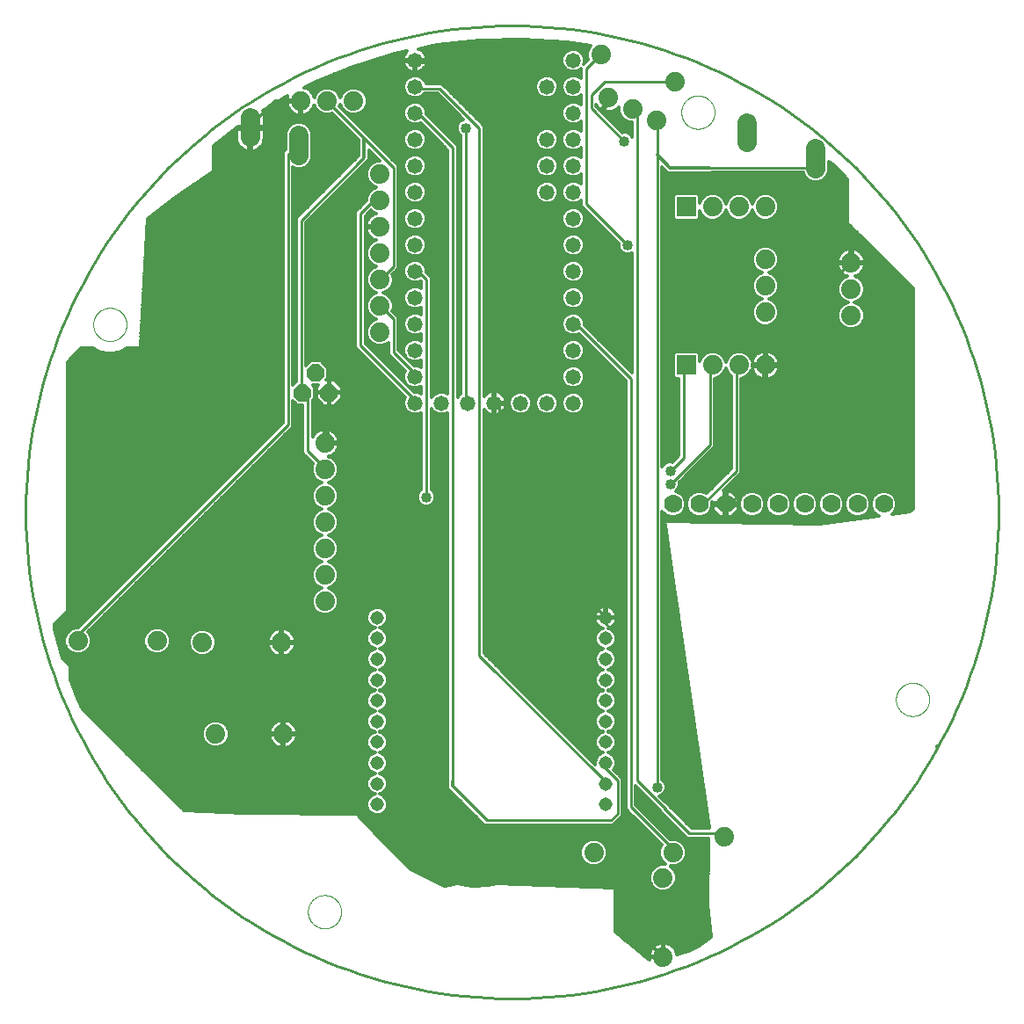
<source format=gbl>
G75*
%MOIN*%
%OFA0B0*%
%FSLAX25Y25*%
%IPPOS*%
%LPD*%
%AMOC8*
5,1,8,0,0,1.08239X$1,22.5*
%
%ADD10C,0.01000*%
%ADD11C,0.01600*%
%ADD12C,0.00000*%
%ADD13C,0.07000*%
%ADD14C,0.05800*%
%ADD15C,0.05150*%
%ADD16C,0.07400*%
%ADD17R,0.07400X0.07400*%
%ADD18C,0.07400*%
%ADD19OC8,0.06600*%
%ADD20C,0.01200*%
%ADD21C,0.04000*%
D10*
X0021325Y0137025D02*
X0020925Y0139025D01*
X0100925Y0219025D01*
X0100925Y0321525D01*
X0103425Y0324025D01*
X0105125Y0324925D01*
X0115925Y0341525D02*
X0115825Y0341725D01*
X0115925Y0341525D02*
X0129775Y0327675D01*
X0140925Y0316525D01*
X0140925Y0279025D01*
X0135925Y0274025D01*
X0135825Y0274025D01*
X0135925Y0264025D02*
X0135825Y0264025D01*
X0135925Y0264025D02*
X0140925Y0259025D01*
X0140925Y0246525D01*
X0148425Y0239025D01*
X0149125Y0237225D01*
X0148425Y0229025D02*
X0149125Y0227225D01*
X0148425Y0229025D02*
X0128425Y0249025D01*
X0128425Y0299025D01*
X0133425Y0304025D01*
X0135825Y0304025D01*
X0129725Y0320325D02*
X0105925Y0296525D01*
X0105925Y0231525D01*
X0106525Y0231125D01*
X0108425Y0229025D01*
X0108425Y0209025D01*
X0113425Y0204025D01*
X0115025Y0202025D01*
X0115025Y0212025D02*
X0115925Y0214025D01*
X0115925Y0229025D01*
X0116525Y0231125D01*
X0153425Y0191525D02*
X0153425Y0274025D01*
X0150925Y0276525D01*
X0149125Y0277225D01*
X0163425Y0324025D02*
X0150925Y0336525D01*
X0149125Y0337225D01*
X0150925Y0346525D02*
X0149125Y0347225D01*
X0150925Y0346525D02*
X0158425Y0346525D01*
X0173425Y0331525D01*
X0173425Y0131525D01*
X0220925Y0084025D01*
X0221432Y0082866D01*
X0225925Y0084025D02*
X0220925Y0089025D01*
X0221432Y0090740D01*
X0225925Y0084025D02*
X0225925Y0071525D01*
X0223425Y0069025D01*
X0176325Y0069025D01*
X0163425Y0083725D02*
X0163425Y0324025D01*
X0168425Y0331525D02*
X0168425Y0229025D01*
X0169125Y0227225D01*
X0178425Y0229025D02*
X0179125Y0227225D01*
X0180925Y0226525D01*
X0180925Y0186525D01*
X0220925Y0146525D01*
X0221432Y0145858D01*
X0220925Y0144025D01*
X0228425Y0136525D01*
X0228425Y0034025D01*
X0246925Y0056725D02*
X0245925Y0059025D01*
X0230925Y0074025D01*
X0230925Y0236525D01*
X0210925Y0256525D01*
X0209125Y0257225D01*
X0229675Y0287150D02*
X0214050Y0302775D01*
X0214050Y0354025D01*
X0219050Y0359025D01*
X0219630Y0359356D01*
X0220925Y0349025D02*
X0245925Y0349025D01*
X0247821Y0349095D01*
X0240652Y0334473D02*
X0240925Y0334025D01*
X0240925Y0321325D01*
X0240925Y0081525D01*
X0233425Y0084025D02*
X0244025Y0073425D01*
X0253225Y0064025D02*
X0265925Y0064025D01*
X0233425Y0084025D02*
X0233425Y0336525D01*
X0231588Y0338699D01*
X0220925Y0349025D02*
X0215925Y0344025D01*
X0215925Y0339025D01*
X0228425Y0326525D01*
X0260825Y0316525D02*
X0300925Y0316525D01*
X0301125Y0316225D01*
X0314050Y0280275D02*
X0314525Y0280425D01*
X0314050Y0280275D02*
X0282175Y0248400D01*
X0282175Y0242150D01*
X0282025Y0241625D01*
X0280925Y0241525D01*
X0280925Y0201525D01*
X0268425Y0189025D01*
X0266925Y0188925D01*
X0258425Y0189025D02*
X0256925Y0188925D01*
X0258425Y0189025D02*
X0270925Y0201525D01*
X0270925Y0241525D01*
X0272025Y0241625D01*
X0262025Y0241625D02*
X0260925Y0241525D01*
X0260925Y0211525D01*
X0245925Y0196525D01*
X0245925Y0201525D02*
X0250925Y0206525D01*
X0250925Y0241525D01*
X0252025Y0241625D01*
X0001500Y0185925D02*
X0001556Y0190451D01*
X0001722Y0194974D01*
X0002000Y0199492D01*
X0002388Y0204002D01*
X0002887Y0208501D01*
X0003496Y0212986D01*
X0004215Y0217455D01*
X0005044Y0221905D01*
X0005981Y0226333D01*
X0007027Y0230737D01*
X0008181Y0235114D01*
X0009441Y0239461D01*
X0010808Y0243776D01*
X0012281Y0248056D01*
X0013858Y0252299D01*
X0015539Y0256501D01*
X0017322Y0260662D01*
X0019207Y0264777D01*
X0021192Y0268845D01*
X0023277Y0272862D01*
X0025459Y0276828D01*
X0027738Y0280738D01*
X0030113Y0284592D01*
X0032581Y0288386D01*
X0035142Y0292118D01*
X0037793Y0295787D01*
X0040534Y0299389D01*
X0043363Y0302923D01*
X0046277Y0306386D01*
X0049275Y0309777D01*
X0052356Y0313094D01*
X0055517Y0316333D01*
X0058756Y0319494D01*
X0062073Y0322575D01*
X0065464Y0325573D01*
X0068927Y0328487D01*
X0072461Y0331316D01*
X0076063Y0334057D01*
X0079732Y0336708D01*
X0083464Y0339269D01*
X0087258Y0341737D01*
X0091112Y0344112D01*
X0095022Y0346391D01*
X0098988Y0348573D01*
X0103005Y0350658D01*
X0107073Y0352643D01*
X0111188Y0354528D01*
X0115349Y0356311D01*
X0119551Y0357992D01*
X0123794Y0359569D01*
X0128074Y0361042D01*
X0132389Y0362409D01*
X0136736Y0363669D01*
X0141113Y0364823D01*
X0145517Y0365869D01*
X0149945Y0366806D01*
X0154395Y0367635D01*
X0158864Y0368354D01*
X0163349Y0368963D01*
X0167848Y0369462D01*
X0172358Y0369850D01*
X0176876Y0370128D01*
X0181399Y0370294D01*
X0185925Y0370350D01*
X0190451Y0370294D01*
X0194974Y0370128D01*
X0199492Y0369850D01*
X0204002Y0369462D01*
X0208501Y0368963D01*
X0212986Y0368354D01*
X0217455Y0367635D01*
X0221905Y0366806D01*
X0226333Y0365869D01*
X0230737Y0364823D01*
X0235114Y0363669D01*
X0239461Y0362409D01*
X0243776Y0361042D01*
X0248056Y0359569D01*
X0252299Y0357992D01*
X0256501Y0356311D01*
X0260662Y0354528D01*
X0264777Y0352643D01*
X0268845Y0350658D01*
X0272862Y0348573D01*
X0276828Y0346391D01*
X0280738Y0344112D01*
X0284592Y0341737D01*
X0288386Y0339269D01*
X0292118Y0336708D01*
X0295787Y0334057D01*
X0299389Y0331316D01*
X0302923Y0328487D01*
X0306386Y0325573D01*
X0309777Y0322575D01*
X0313094Y0319494D01*
X0316333Y0316333D01*
X0319494Y0313094D01*
X0322575Y0309777D01*
X0325573Y0306386D01*
X0328487Y0302923D01*
X0331316Y0299389D01*
X0334057Y0295787D01*
X0336708Y0292118D01*
X0339269Y0288386D01*
X0341737Y0284592D01*
X0344112Y0280738D01*
X0346391Y0276828D01*
X0348573Y0272862D01*
X0350658Y0268845D01*
X0352643Y0264777D01*
X0354528Y0260662D01*
X0356311Y0256501D01*
X0357992Y0252299D01*
X0359569Y0248056D01*
X0361042Y0243776D01*
X0362409Y0239461D01*
X0363669Y0235114D01*
X0364823Y0230737D01*
X0365869Y0226333D01*
X0366806Y0221905D01*
X0367635Y0217455D01*
X0368354Y0212986D01*
X0368963Y0208501D01*
X0369462Y0204002D01*
X0369850Y0199492D01*
X0370128Y0194974D01*
X0370294Y0190451D01*
X0370350Y0185925D01*
X0370294Y0181399D01*
X0370128Y0176876D01*
X0369850Y0172358D01*
X0369462Y0167848D01*
X0368963Y0163349D01*
X0368354Y0158864D01*
X0367635Y0154395D01*
X0366806Y0149945D01*
X0365869Y0145517D01*
X0364823Y0141113D01*
X0363669Y0136736D01*
X0362409Y0132389D01*
X0361042Y0128074D01*
X0359569Y0123794D01*
X0357992Y0119551D01*
X0356311Y0115349D01*
X0354528Y0111188D01*
X0352643Y0107073D01*
X0350658Y0103005D01*
X0348573Y0098988D01*
X0346391Y0095022D01*
X0344112Y0091112D01*
X0341737Y0087258D01*
X0339269Y0083464D01*
X0336708Y0079732D01*
X0334057Y0076063D01*
X0331316Y0072461D01*
X0328487Y0068927D01*
X0325573Y0065464D01*
X0322575Y0062073D01*
X0319494Y0058756D01*
X0316333Y0055517D01*
X0313094Y0052356D01*
X0309777Y0049275D01*
X0306386Y0046277D01*
X0302923Y0043363D01*
X0299389Y0040534D01*
X0295787Y0037793D01*
X0292118Y0035142D01*
X0288386Y0032581D01*
X0284592Y0030113D01*
X0280738Y0027738D01*
X0276828Y0025459D01*
X0272862Y0023277D01*
X0268845Y0021192D01*
X0264777Y0019207D01*
X0260662Y0017322D01*
X0256501Y0015539D01*
X0252299Y0013858D01*
X0248056Y0012281D01*
X0243776Y0010808D01*
X0239461Y0009441D01*
X0235114Y0008181D01*
X0230737Y0007027D01*
X0226333Y0005981D01*
X0221905Y0005044D01*
X0217455Y0004215D01*
X0212986Y0003496D01*
X0208501Y0002887D01*
X0204002Y0002388D01*
X0199492Y0002000D01*
X0194974Y0001722D01*
X0190451Y0001556D01*
X0185925Y0001500D01*
X0181399Y0001556D01*
X0176876Y0001722D01*
X0172358Y0002000D01*
X0167848Y0002388D01*
X0163349Y0002887D01*
X0158864Y0003496D01*
X0154395Y0004215D01*
X0149945Y0005044D01*
X0145517Y0005981D01*
X0141113Y0007027D01*
X0136736Y0008181D01*
X0132389Y0009441D01*
X0128074Y0010808D01*
X0123794Y0012281D01*
X0119551Y0013858D01*
X0115349Y0015539D01*
X0111188Y0017322D01*
X0107073Y0019207D01*
X0103005Y0021192D01*
X0098988Y0023277D01*
X0095022Y0025459D01*
X0091112Y0027738D01*
X0087258Y0030113D01*
X0083464Y0032581D01*
X0079732Y0035142D01*
X0076063Y0037793D01*
X0072461Y0040534D01*
X0068927Y0043363D01*
X0065464Y0046277D01*
X0062073Y0049275D01*
X0058756Y0052356D01*
X0055517Y0055517D01*
X0052356Y0058756D01*
X0049275Y0062073D01*
X0046277Y0065464D01*
X0043363Y0068927D01*
X0040534Y0072461D01*
X0037793Y0076063D01*
X0035142Y0079732D01*
X0032581Y0083464D01*
X0030113Y0087258D01*
X0027738Y0091112D01*
X0025459Y0095022D01*
X0023277Y0098988D01*
X0021192Y0103005D01*
X0019207Y0107073D01*
X0017322Y0111188D01*
X0015539Y0115349D01*
X0013858Y0119551D01*
X0012281Y0123794D01*
X0010808Y0128074D01*
X0009441Y0132389D01*
X0008181Y0136736D01*
X0007027Y0141113D01*
X0005981Y0145517D01*
X0005044Y0149945D01*
X0004215Y0154395D01*
X0003496Y0158864D01*
X0002887Y0163349D01*
X0002388Y0167848D01*
X0002000Y0172358D01*
X0001722Y0176876D01*
X0001556Y0181399D01*
X0001500Y0185925D01*
X0086725Y0331725D02*
X0088425Y0334025D01*
X0149125Y0357225D02*
X0150925Y0356525D01*
X0170725Y0356525D01*
X0178425Y0351825D02*
X0178425Y0229025D01*
D11*
X0265925Y0064025D02*
X0265925Y0062625D01*
X0266525Y0062625D01*
X0347199Y0096927D02*
X0347241Y0097018D01*
D12*
X0331526Y0114825D02*
X0331528Y0114983D01*
X0331534Y0115141D01*
X0331544Y0115299D01*
X0331558Y0115457D01*
X0331576Y0115614D01*
X0331597Y0115771D01*
X0331623Y0115927D01*
X0331653Y0116083D01*
X0331686Y0116238D01*
X0331724Y0116391D01*
X0331765Y0116544D01*
X0331810Y0116696D01*
X0331859Y0116847D01*
X0331912Y0116996D01*
X0331968Y0117144D01*
X0332028Y0117290D01*
X0332092Y0117435D01*
X0332160Y0117578D01*
X0332231Y0117720D01*
X0332305Y0117860D01*
X0332383Y0117997D01*
X0332465Y0118133D01*
X0332549Y0118267D01*
X0332638Y0118398D01*
X0332729Y0118527D01*
X0332824Y0118654D01*
X0332921Y0118779D01*
X0333022Y0118901D01*
X0333126Y0119020D01*
X0333233Y0119137D01*
X0333343Y0119251D01*
X0333456Y0119362D01*
X0333571Y0119471D01*
X0333689Y0119576D01*
X0333810Y0119678D01*
X0333933Y0119778D01*
X0334059Y0119874D01*
X0334187Y0119967D01*
X0334317Y0120057D01*
X0334450Y0120143D01*
X0334585Y0120227D01*
X0334721Y0120306D01*
X0334860Y0120383D01*
X0335001Y0120455D01*
X0335143Y0120525D01*
X0335287Y0120590D01*
X0335433Y0120652D01*
X0335580Y0120710D01*
X0335729Y0120765D01*
X0335879Y0120816D01*
X0336030Y0120863D01*
X0336182Y0120906D01*
X0336335Y0120945D01*
X0336490Y0120981D01*
X0336645Y0121012D01*
X0336801Y0121040D01*
X0336957Y0121064D01*
X0337114Y0121084D01*
X0337272Y0121100D01*
X0337429Y0121112D01*
X0337588Y0121120D01*
X0337746Y0121124D01*
X0337904Y0121124D01*
X0338062Y0121120D01*
X0338221Y0121112D01*
X0338378Y0121100D01*
X0338536Y0121084D01*
X0338693Y0121064D01*
X0338849Y0121040D01*
X0339005Y0121012D01*
X0339160Y0120981D01*
X0339315Y0120945D01*
X0339468Y0120906D01*
X0339620Y0120863D01*
X0339771Y0120816D01*
X0339921Y0120765D01*
X0340070Y0120710D01*
X0340217Y0120652D01*
X0340363Y0120590D01*
X0340507Y0120525D01*
X0340649Y0120455D01*
X0340790Y0120383D01*
X0340929Y0120306D01*
X0341065Y0120227D01*
X0341200Y0120143D01*
X0341333Y0120057D01*
X0341463Y0119967D01*
X0341591Y0119874D01*
X0341717Y0119778D01*
X0341840Y0119678D01*
X0341961Y0119576D01*
X0342079Y0119471D01*
X0342194Y0119362D01*
X0342307Y0119251D01*
X0342417Y0119137D01*
X0342524Y0119020D01*
X0342628Y0118901D01*
X0342729Y0118779D01*
X0342826Y0118654D01*
X0342921Y0118527D01*
X0343012Y0118398D01*
X0343101Y0118267D01*
X0343185Y0118133D01*
X0343267Y0117997D01*
X0343345Y0117860D01*
X0343419Y0117720D01*
X0343490Y0117578D01*
X0343558Y0117435D01*
X0343622Y0117290D01*
X0343682Y0117144D01*
X0343738Y0116996D01*
X0343791Y0116847D01*
X0343840Y0116696D01*
X0343885Y0116544D01*
X0343926Y0116391D01*
X0343964Y0116238D01*
X0343997Y0116083D01*
X0344027Y0115927D01*
X0344053Y0115771D01*
X0344074Y0115614D01*
X0344092Y0115457D01*
X0344106Y0115299D01*
X0344116Y0115141D01*
X0344122Y0114983D01*
X0344124Y0114825D01*
X0344122Y0114667D01*
X0344116Y0114509D01*
X0344106Y0114351D01*
X0344092Y0114193D01*
X0344074Y0114036D01*
X0344053Y0113879D01*
X0344027Y0113723D01*
X0343997Y0113567D01*
X0343964Y0113412D01*
X0343926Y0113259D01*
X0343885Y0113106D01*
X0343840Y0112954D01*
X0343791Y0112803D01*
X0343738Y0112654D01*
X0343682Y0112506D01*
X0343622Y0112360D01*
X0343558Y0112215D01*
X0343490Y0112072D01*
X0343419Y0111930D01*
X0343345Y0111790D01*
X0343267Y0111653D01*
X0343185Y0111517D01*
X0343101Y0111383D01*
X0343012Y0111252D01*
X0342921Y0111123D01*
X0342826Y0110996D01*
X0342729Y0110871D01*
X0342628Y0110749D01*
X0342524Y0110630D01*
X0342417Y0110513D01*
X0342307Y0110399D01*
X0342194Y0110288D01*
X0342079Y0110179D01*
X0341961Y0110074D01*
X0341840Y0109972D01*
X0341717Y0109872D01*
X0341591Y0109776D01*
X0341463Y0109683D01*
X0341333Y0109593D01*
X0341200Y0109507D01*
X0341065Y0109423D01*
X0340929Y0109344D01*
X0340790Y0109267D01*
X0340649Y0109195D01*
X0340507Y0109125D01*
X0340363Y0109060D01*
X0340217Y0108998D01*
X0340070Y0108940D01*
X0339921Y0108885D01*
X0339771Y0108834D01*
X0339620Y0108787D01*
X0339468Y0108744D01*
X0339315Y0108705D01*
X0339160Y0108669D01*
X0339005Y0108638D01*
X0338849Y0108610D01*
X0338693Y0108586D01*
X0338536Y0108566D01*
X0338378Y0108550D01*
X0338221Y0108538D01*
X0338062Y0108530D01*
X0337904Y0108526D01*
X0337746Y0108526D01*
X0337588Y0108530D01*
X0337429Y0108538D01*
X0337272Y0108550D01*
X0337114Y0108566D01*
X0336957Y0108586D01*
X0336801Y0108610D01*
X0336645Y0108638D01*
X0336490Y0108669D01*
X0336335Y0108705D01*
X0336182Y0108744D01*
X0336030Y0108787D01*
X0335879Y0108834D01*
X0335729Y0108885D01*
X0335580Y0108940D01*
X0335433Y0108998D01*
X0335287Y0109060D01*
X0335143Y0109125D01*
X0335001Y0109195D01*
X0334860Y0109267D01*
X0334721Y0109344D01*
X0334585Y0109423D01*
X0334450Y0109507D01*
X0334317Y0109593D01*
X0334187Y0109683D01*
X0334059Y0109776D01*
X0333933Y0109872D01*
X0333810Y0109972D01*
X0333689Y0110074D01*
X0333571Y0110179D01*
X0333456Y0110288D01*
X0333343Y0110399D01*
X0333233Y0110513D01*
X0333126Y0110630D01*
X0333022Y0110749D01*
X0332921Y0110871D01*
X0332824Y0110996D01*
X0332729Y0111123D01*
X0332638Y0111252D01*
X0332549Y0111383D01*
X0332465Y0111517D01*
X0332383Y0111653D01*
X0332305Y0111790D01*
X0332231Y0111930D01*
X0332160Y0112072D01*
X0332092Y0112215D01*
X0332028Y0112360D01*
X0331968Y0112506D01*
X0331912Y0112654D01*
X0331859Y0112803D01*
X0331810Y0112954D01*
X0331765Y0113106D01*
X0331724Y0113259D01*
X0331686Y0113412D01*
X0331653Y0113567D01*
X0331623Y0113723D01*
X0331597Y0113879D01*
X0331576Y0114036D01*
X0331558Y0114193D01*
X0331544Y0114351D01*
X0331534Y0114509D01*
X0331528Y0114667D01*
X0331526Y0114825D01*
X0108526Y0034325D02*
X0108528Y0034483D01*
X0108534Y0034641D01*
X0108544Y0034799D01*
X0108558Y0034957D01*
X0108576Y0035114D01*
X0108597Y0035271D01*
X0108623Y0035427D01*
X0108653Y0035583D01*
X0108686Y0035738D01*
X0108724Y0035891D01*
X0108765Y0036044D01*
X0108810Y0036196D01*
X0108859Y0036347D01*
X0108912Y0036496D01*
X0108968Y0036644D01*
X0109028Y0036790D01*
X0109092Y0036935D01*
X0109160Y0037078D01*
X0109231Y0037220D01*
X0109305Y0037360D01*
X0109383Y0037497D01*
X0109465Y0037633D01*
X0109549Y0037767D01*
X0109638Y0037898D01*
X0109729Y0038027D01*
X0109824Y0038154D01*
X0109921Y0038279D01*
X0110022Y0038401D01*
X0110126Y0038520D01*
X0110233Y0038637D01*
X0110343Y0038751D01*
X0110456Y0038862D01*
X0110571Y0038971D01*
X0110689Y0039076D01*
X0110810Y0039178D01*
X0110933Y0039278D01*
X0111059Y0039374D01*
X0111187Y0039467D01*
X0111317Y0039557D01*
X0111450Y0039643D01*
X0111585Y0039727D01*
X0111721Y0039806D01*
X0111860Y0039883D01*
X0112001Y0039955D01*
X0112143Y0040025D01*
X0112287Y0040090D01*
X0112433Y0040152D01*
X0112580Y0040210D01*
X0112729Y0040265D01*
X0112879Y0040316D01*
X0113030Y0040363D01*
X0113182Y0040406D01*
X0113335Y0040445D01*
X0113490Y0040481D01*
X0113645Y0040512D01*
X0113801Y0040540D01*
X0113957Y0040564D01*
X0114114Y0040584D01*
X0114272Y0040600D01*
X0114429Y0040612D01*
X0114588Y0040620D01*
X0114746Y0040624D01*
X0114904Y0040624D01*
X0115062Y0040620D01*
X0115221Y0040612D01*
X0115378Y0040600D01*
X0115536Y0040584D01*
X0115693Y0040564D01*
X0115849Y0040540D01*
X0116005Y0040512D01*
X0116160Y0040481D01*
X0116315Y0040445D01*
X0116468Y0040406D01*
X0116620Y0040363D01*
X0116771Y0040316D01*
X0116921Y0040265D01*
X0117070Y0040210D01*
X0117217Y0040152D01*
X0117363Y0040090D01*
X0117507Y0040025D01*
X0117649Y0039955D01*
X0117790Y0039883D01*
X0117929Y0039806D01*
X0118065Y0039727D01*
X0118200Y0039643D01*
X0118333Y0039557D01*
X0118463Y0039467D01*
X0118591Y0039374D01*
X0118717Y0039278D01*
X0118840Y0039178D01*
X0118961Y0039076D01*
X0119079Y0038971D01*
X0119194Y0038862D01*
X0119307Y0038751D01*
X0119417Y0038637D01*
X0119524Y0038520D01*
X0119628Y0038401D01*
X0119729Y0038279D01*
X0119826Y0038154D01*
X0119921Y0038027D01*
X0120012Y0037898D01*
X0120101Y0037767D01*
X0120185Y0037633D01*
X0120267Y0037497D01*
X0120345Y0037360D01*
X0120419Y0037220D01*
X0120490Y0037078D01*
X0120558Y0036935D01*
X0120622Y0036790D01*
X0120682Y0036644D01*
X0120738Y0036496D01*
X0120791Y0036347D01*
X0120840Y0036196D01*
X0120885Y0036044D01*
X0120926Y0035891D01*
X0120964Y0035738D01*
X0120997Y0035583D01*
X0121027Y0035427D01*
X0121053Y0035271D01*
X0121074Y0035114D01*
X0121092Y0034957D01*
X0121106Y0034799D01*
X0121116Y0034641D01*
X0121122Y0034483D01*
X0121124Y0034325D01*
X0121122Y0034167D01*
X0121116Y0034009D01*
X0121106Y0033851D01*
X0121092Y0033693D01*
X0121074Y0033536D01*
X0121053Y0033379D01*
X0121027Y0033223D01*
X0120997Y0033067D01*
X0120964Y0032912D01*
X0120926Y0032759D01*
X0120885Y0032606D01*
X0120840Y0032454D01*
X0120791Y0032303D01*
X0120738Y0032154D01*
X0120682Y0032006D01*
X0120622Y0031860D01*
X0120558Y0031715D01*
X0120490Y0031572D01*
X0120419Y0031430D01*
X0120345Y0031290D01*
X0120267Y0031153D01*
X0120185Y0031017D01*
X0120101Y0030883D01*
X0120012Y0030752D01*
X0119921Y0030623D01*
X0119826Y0030496D01*
X0119729Y0030371D01*
X0119628Y0030249D01*
X0119524Y0030130D01*
X0119417Y0030013D01*
X0119307Y0029899D01*
X0119194Y0029788D01*
X0119079Y0029679D01*
X0118961Y0029574D01*
X0118840Y0029472D01*
X0118717Y0029372D01*
X0118591Y0029276D01*
X0118463Y0029183D01*
X0118333Y0029093D01*
X0118200Y0029007D01*
X0118065Y0028923D01*
X0117929Y0028844D01*
X0117790Y0028767D01*
X0117649Y0028695D01*
X0117507Y0028625D01*
X0117363Y0028560D01*
X0117217Y0028498D01*
X0117070Y0028440D01*
X0116921Y0028385D01*
X0116771Y0028334D01*
X0116620Y0028287D01*
X0116468Y0028244D01*
X0116315Y0028205D01*
X0116160Y0028169D01*
X0116005Y0028138D01*
X0115849Y0028110D01*
X0115693Y0028086D01*
X0115536Y0028066D01*
X0115378Y0028050D01*
X0115221Y0028038D01*
X0115062Y0028030D01*
X0114904Y0028026D01*
X0114746Y0028026D01*
X0114588Y0028030D01*
X0114429Y0028038D01*
X0114272Y0028050D01*
X0114114Y0028066D01*
X0113957Y0028086D01*
X0113801Y0028110D01*
X0113645Y0028138D01*
X0113490Y0028169D01*
X0113335Y0028205D01*
X0113182Y0028244D01*
X0113030Y0028287D01*
X0112879Y0028334D01*
X0112729Y0028385D01*
X0112580Y0028440D01*
X0112433Y0028498D01*
X0112287Y0028560D01*
X0112143Y0028625D01*
X0112001Y0028695D01*
X0111860Y0028767D01*
X0111721Y0028844D01*
X0111585Y0028923D01*
X0111450Y0029007D01*
X0111317Y0029093D01*
X0111187Y0029183D01*
X0111059Y0029276D01*
X0110933Y0029372D01*
X0110810Y0029472D01*
X0110689Y0029574D01*
X0110571Y0029679D01*
X0110456Y0029788D01*
X0110343Y0029899D01*
X0110233Y0030013D01*
X0110126Y0030130D01*
X0110022Y0030249D01*
X0109921Y0030371D01*
X0109824Y0030496D01*
X0109729Y0030623D01*
X0109638Y0030752D01*
X0109549Y0030883D01*
X0109465Y0031017D01*
X0109383Y0031153D01*
X0109305Y0031290D01*
X0109231Y0031430D01*
X0109160Y0031572D01*
X0109092Y0031715D01*
X0109028Y0031860D01*
X0108968Y0032006D01*
X0108912Y0032154D01*
X0108859Y0032303D01*
X0108810Y0032454D01*
X0108765Y0032606D01*
X0108724Y0032759D01*
X0108686Y0032912D01*
X0108653Y0033067D01*
X0108623Y0033223D01*
X0108597Y0033379D01*
X0108576Y0033536D01*
X0108558Y0033693D01*
X0108544Y0033851D01*
X0108534Y0034009D01*
X0108528Y0034167D01*
X0108526Y0034325D01*
X0027126Y0257025D02*
X0027128Y0257183D01*
X0027134Y0257341D01*
X0027144Y0257499D01*
X0027158Y0257657D01*
X0027176Y0257814D01*
X0027197Y0257971D01*
X0027223Y0258127D01*
X0027253Y0258283D01*
X0027286Y0258438D01*
X0027324Y0258591D01*
X0027365Y0258744D01*
X0027410Y0258896D01*
X0027459Y0259047D01*
X0027512Y0259196D01*
X0027568Y0259344D01*
X0027628Y0259490D01*
X0027692Y0259635D01*
X0027760Y0259778D01*
X0027831Y0259920D01*
X0027905Y0260060D01*
X0027983Y0260197D01*
X0028065Y0260333D01*
X0028149Y0260467D01*
X0028238Y0260598D01*
X0028329Y0260727D01*
X0028424Y0260854D01*
X0028521Y0260979D01*
X0028622Y0261101D01*
X0028726Y0261220D01*
X0028833Y0261337D01*
X0028943Y0261451D01*
X0029056Y0261562D01*
X0029171Y0261671D01*
X0029289Y0261776D01*
X0029410Y0261878D01*
X0029533Y0261978D01*
X0029659Y0262074D01*
X0029787Y0262167D01*
X0029917Y0262257D01*
X0030050Y0262343D01*
X0030185Y0262427D01*
X0030321Y0262506D01*
X0030460Y0262583D01*
X0030601Y0262655D01*
X0030743Y0262725D01*
X0030887Y0262790D01*
X0031033Y0262852D01*
X0031180Y0262910D01*
X0031329Y0262965D01*
X0031479Y0263016D01*
X0031630Y0263063D01*
X0031782Y0263106D01*
X0031935Y0263145D01*
X0032090Y0263181D01*
X0032245Y0263212D01*
X0032401Y0263240D01*
X0032557Y0263264D01*
X0032714Y0263284D01*
X0032872Y0263300D01*
X0033029Y0263312D01*
X0033188Y0263320D01*
X0033346Y0263324D01*
X0033504Y0263324D01*
X0033662Y0263320D01*
X0033821Y0263312D01*
X0033978Y0263300D01*
X0034136Y0263284D01*
X0034293Y0263264D01*
X0034449Y0263240D01*
X0034605Y0263212D01*
X0034760Y0263181D01*
X0034915Y0263145D01*
X0035068Y0263106D01*
X0035220Y0263063D01*
X0035371Y0263016D01*
X0035521Y0262965D01*
X0035670Y0262910D01*
X0035817Y0262852D01*
X0035963Y0262790D01*
X0036107Y0262725D01*
X0036249Y0262655D01*
X0036390Y0262583D01*
X0036529Y0262506D01*
X0036665Y0262427D01*
X0036800Y0262343D01*
X0036933Y0262257D01*
X0037063Y0262167D01*
X0037191Y0262074D01*
X0037317Y0261978D01*
X0037440Y0261878D01*
X0037561Y0261776D01*
X0037679Y0261671D01*
X0037794Y0261562D01*
X0037907Y0261451D01*
X0038017Y0261337D01*
X0038124Y0261220D01*
X0038228Y0261101D01*
X0038329Y0260979D01*
X0038426Y0260854D01*
X0038521Y0260727D01*
X0038612Y0260598D01*
X0038701Y0260467D01*
X0038785Y0260333D01*
X0038867Y0260197D01*
X0038945Y0260060D01*
X0039019Y0259920D01*
X0039090Y0259778D01*
X0039158Y0259635D01*
X0039222Y0259490D01*
X0039282Y0259344D01*
X0039338Y0259196D01*
X0039391Y0259047D01*
X0039440Y0258896D01*
X0039485Y0258744D01*
X0039526Y0258591D01*
X0039564Y0258438D01*
X0039597Y0258283D01*
X0039627Y0258127D01*
X0039653Y0257971D01*
X0039674Y0257814D01*
X0039692Y0257657D01*
X0039706Y0257499D01*
X0039716Y0257341D01*
X0039722Y0257183D01*
X0039724Y0257025D01*
X0039722Y0256867D01*
X0039716Y0256709D01*
X0039706Y0256551D01*
X0039692Y0256393D01*
X0039674Y0256236D01*
X0039653Y0256079D01*
X0039627Y0255923D01*
X0039597Y0255767D01*
X0039564Y0255612D01*
X0039526Y0255459D01*
X0039485Y0255306D01*
X0039440Y0255154D01*
X0039391Y0255003D01*
X0039338Y0254854D01*
X0039282Y0254706D01*
X0039222Y0254560D01*
X0039158Y0254415D01*
X0039090Y0254272D01*
X0039019Y0254130D01*
X0038945Y0253990D01*
X0038867Y0253853D01*
X0038785Y0253717D01*
X0038701Y0253583D01*
X0038612Y0253452D01*
X0038521Y0253323D01*
X0038426Y0253196D01*
X0038329Y0253071D01*
X0038228Y0252949D01*
X0038124Y0252830D01*
X0038017Y0252713D01*
X0037907Y0252599D01*
X0037794Y0252488D01*
X0037679Y0252379D01*
X0037561Y0252274D01*
X0037440Y0252172D01*
X0037317Y0252072D01*
X0037191Y0251976D01*
X0037063Y0251883D01*
X0036933Y0251793D01*
X0036800Y0251707D01*
X0036665Y0251623D01*
X0036529Y0251544D01*
X0036390Y0251467D01*
X0036249Y0251395D01*
X0036107Y0251325D01*
X0035963Y0251260D01*
X0035817Y0251198D01*
X0035670Y0251140D01*
X0035521Y0251085D01*
X0035371Y0251034D01*
X0035220Y0250987D01*
X0035068Y0250944D01*
X0034915Y0250905D01*
X0034760Y0250869D01*
X0034605Y0250838D01*
X0034449Y0250810D01*
X0034293Y0250786D01*
X0034136Y0250766D01*
X0033978Y0250750D01*
X0033821Y0250738D01*
X0033662Y0250730D01*
X0033504Y0250726D01*
X0033346Y0250726D01*
X0033188Y0250730D01*
X0033029Y0250738D01*
X0032872Y0250750D01*
X0032714Y0250766D01*
X0032557Y0250786D01*
X0032401Y0250810D01*
X0032245Y0250838D01*
X0032090Y0250869D01*
X0031935Y0250905D01*
X0031782Y0250944D01*
X0031630Y0250987D01*
X0031479Y0251034D01*
X0031329Y0251085D01*
X0031180Y0251140D01*
X0031033Y0251198D01*
X0030887Y0251260D01*
X0030743Y0251325D01*
X0030601Y0251395D01*
X0030460Y0251467D01*
X0030321Y0251544D01*
X0030185Y0251623D01*
X0030050Y0251707D01*
X0029917Y0251793D01*
X0029787Y0251883D01*
X0029659Y0251976D01*
X0029533Y0252072D01*
X0029410Y0252172D01*
X0029289Y0252274D01*
X0029171Y0252379D01*
X0029056Y0252488D01*
X0028943Y0252599D01*
X0028833Y0252713D01*
X0028726Y0252830D01*
X0028622Y0252949D01*
X0028521Y0253071D01*
X0028424Y0253196D01*
X0028329Y0253323D01*
X0028238Y0253452D01*
X0028149Y0253583D01*
X0028065Y0253717D01*
X0027983Y0253853D01*
X0027905Y0253990D01*
X0027831Y0254130D01*
X0027760Y0254272D01*
X0027692Y0254415D01*
X0027628Y0254560D01*
X0027568Y0254706D01*
X0027512Y0254854D01*
X0027459Y0255003D01*
X0027410Y0255154D01*
X0027365Y0255306D01*
X0027324Y0255459D01*
X0027286Y0255612D01*
X0027253Y0255767D01*
X0027223Y0255923D01*
X0027197Y0256079D01*
X0027176Y0256236D01*
X0027158Y0256393D01*
X0027144Y0256551D01*
X0027134Y0256709D01*
X0027128Y0256867D01*
X0027126Y0257025D01*
X0250126Y0337525D02*
X0250128Y0337683D01*
X0250134Y0337841D01*
X0250144Y0337999D01*
X0250158Y0338157D01*
X0250176Y0338314D01*
X0250197Y0338471D01*
X0250223Y0338627D01*
X0250253Y0338783D01*
X0250286Y0338938D01*
X0250324Y0339091D01*
X0250365Y0339244D01*
X0250410Y0339396D01*
X0250459Y0339547D01*
X0250512Y0339696D01*
X0250568Y0339844D01*
X0250628Y0339990D01*
X0250692Y0340135D01*
X0250760Y0340278D01*
X0250831Y0340420D01*
X0250905Y0340560D01*
X0250983Y0340697D01*
X0251065Y0340833D01*
X0251149Y0340967D01*
X0251238Y0341098D01*
X0251329Y0341227D01*
X0251424Y0341354D01*
X0251521Y0341479D01*
X0251622Y0341601D01*
X0251726Y0341720D01*
X0251833Y0341837D01*
X0251943Y0341951D01*
X0252056Y0342062D01*
X0252171Y0342171D01*
X0252289Y0342276D01*
X0252410Y0342378D01*
X0252533Y0342478D01*
X0252659Y0342574D01*
X0252787Y0342667D01*
X0252917Y0342757D01*
X0253050Y0342843D01*
X0253185Y0342927D01*
X0253321Y0343006D01*
X0253460Y0343083D01*
X0253601Y0343155D01*
X0253743Y0343225D01*
X0253887Y0343290D01*
X0254033Y0343352D01*
X0254180Y0343410D01*
X0254329Y0343465D01*
X0254479Y0343516D01*
X0254630Y0343563D01*
X0254782Y0343606D01*
X0254935Y0343645D01*
X0255090Y0343681D01*
X0255245Y0343712D01*
X0255401Y0343740D01*
X0255557Y0343764D01*
X0255714Y0343784D01*
X0255872Y0343800D01*
X0256029Y0343812D01*
X0256188Y0343820D01*
X0256346Y0343824D01*
X0256504Y0343824D01*
X0256662Y0343820D01*
X0256821Y0343812D01*
X0256978Y0343800D01*
X0257136Y0343784D01*
X0257293Y0343764D01*
X0257449Y0343740D01*
X0257605Y0343712D01*
X0257760Y0343681D01*
X0257915Y0343645D01*
X0258068Y0343606D01*
X0258220Y0343563D01*
X0258371Y0343516D01*
X0258521Y0343465D01*
X0258670Y0343410D01*
X0258817Y0343352D01*
X0258963Y0343290D01*
X0259107Y0343225D01*
X0259249Y0343155D01*
X0259390Y0343083D01*
X0259529Y0343006D01*
X0259665Y0342927D01*
X0259800Y0342843D01*
X0259933Y0342757D01*
X0260063Y0342667D01*
X0260191Y0342574D01*
X0260317Y0342478D01*
X0260440Y0342378D01*
X0260561Y0342276D01*
X0260679Y0342171D01*
X0260794Y0342062D01*
X0260907Y0341951D01*
X0261017Y0341837D01*
X0261124Y0341720D01*
X0261228Y0341601D01*
X0261329Y0341479D01*
X0261426Y0341354D01*
X0261521Y0341227D01*
X0261612Y0341098D01*
X0261701Y0340967D01*
X0261785Y0340833D01*
X0261867Y0340697D01*
X0261945Y0340560D01*
X0262019Y0340420D01*
X0262090Y0340278D01*
X0262158Y0340135D01*
X0262222Y0339990D01*
X0262282Y0339844D01*
X0262338Y0339696D01*
X0262391Y0339547D01*
X0262440Y0339396D01*
X0262485Y0339244D01*
X0262526Y0339091D01*
X0262564Y0338938D01*
X0262597Y0338783D01*
X0262627Y0338627D01*
X0262653Y0338471D01*
X0262674Y0338314D01*
X0262692Y0338157D01*
X0262706Y0337999D01*
X0262716Y0337841D01*
X0262722Y0337683D01*
X0262724Y0337525D01*
X0262722Y0337367D01*
X0262716Y0337209D01*
X0262706Y0337051D01*
X0262692Y0336893D01*
X0262674Y0336736D01*
X0262653Y0336579D01*
X0262627Y0336423D01*
X0262597Y0336267D01*
X0262564Y0336112D01*
X0262526Y0335959D01*
X0262485Y0335806D01*
X0262440Y0335654D01*
X0262391Y0335503D01*
X0262338Y0335354D01*
X0262282Y0335206D01*
X0262222Y0335060D01*
X0262158Y0334915D01*
X0262090Y0334772D01*
X0262019Y0334630D01*
X0261945Y0334490D01*
X0261867Y0334353D01*
X0261785Y0334217D01*
X0261701Y0334083D01*
X0261612Y0333952D01*
X0261521Y0333823D01*
X0261426Y0333696D01*
X0261329Y0333571D01*
X0261228Y0333449D01*
X0261124Y0333330D01*
X0261017Y0333213D01*
X0260907Y0333099D01*
X0260794Y0332988D01*
X0260679Y0332879D01*
X0260561Y0332774D01*
X0260440Y0332672D01*
X0260317Y0332572D01*
X0260191Y0332476D01*
X0260063Y0332383D01*
X0259933Y0332293D01*
X0259800Y0332207D01*
X0259665Y0332123D01*
X0259529Y0332044D01*
X0259390Y0331967D01*
X0259249Y0331895D01*
X0259107Y0331825D01*
X0258963Y0331760D01*
X0258817Y0331698D01*
X0258670Y0331640D01*
X0258521Y0331585D01*
X0258371Y0331534D01*
X0258220Y0331487D01*
X0258068Y0331444D01*
X0257915Y0331405D01*
X0257760Y0331369D01*
X0257605Y0331338D01*
X0257449Y0331310D01*
X0257293Y0331286D01*
X0257136Y0331266D01*
X0256978Y0331250D01*
X0256821Y0331238D01*
X0256662Y0331230D01*
X0256504Y0331226D01*
X0256346Y0331226D01*
X0256188Y0331230D01*
X0256029Y0331238D01*
X0255872Y0331250D01*
X0255714Y0331266D01*
X0255557Y0331286D01*
X0255401Y0331310D01*
X0255245Y0331338D01*
X0255090Y0331369D01*
X0254935Y0331405D01*
X0254782Y0331444D01*
X0254630Y0331487D01*
X0254479Y0331534D01*
X0254329Y0331585D01*
X0254180Y0331640D01*
X0254033Y0331698D01*
X0253887Y0331760D01*
X0253743Y0331825D01*
X0253601Y0331895D01*
X0253460Y0331967D01*
X0253321Y0332044D01*
X0253185Y0332123D01*
X0253050Y0332207D01*
X0252917Y0332293D01*
X0252787Y0332383D01*
X0252659Y0332476D01*
X0252533Y0332572D01*
X0252410Y0332672D01*
X0252289Y0332774D01*
X0252171Y0332879D01*
X0252056Y0332988D01*
X0251943Y0333099D01*
X0251833Y0333213D01*
X0251726Y0333330D01*
X0251622Y0333449D01*
X0251521Y0333571D01*
X0251424Y0333696D01*
X0251329Y0333823D01*
X0251238Y0333952D01*
X0251149Y0334083D01*
X0251065Y0334217D01*
X0250983Y0334353D01*
X0250905Y0334490D01*
X0250831Y0334630D01*
X0250760Y0334772D01*
X0250692Y0334915D01*
X0250628Y0335060D01*
X0250568Y0335206D01*
X0250512Y0335354D01*
X0250459Y0335503D01*
X0250410Y0335654D01*
X0250365Y0335806D01*
X0250324Y0335959D01*
X0250286Y0336112D01*
X0250253Y0336267D01*
X0250223Y0336423D01*
X0250197Y0336579D01*
X0250176Y0336736D01*
X0250158Y0336893D01*
X0250144Y0337051D01*
X0250134Y0337209D01*
X0250128Y0337367D01*
X0250126Y0337525D01*
D13*
X0246925Y0188925D03*
X0256925Y0188925D03*
X0266925Y0188925D03*
X0276925Y0188925D03*
X0286925Y0188925D03*
X0296925Y0188925D03*
X0306925Y0188925D03*
X0316925Y0188925D03*
X0326925Y0188925D03*
D14*
X0209125Y0227225D03*
X0209125Y0237225D03*
X0209125Y0247225D03*
X0209125Y0257225D03*
X0209125Y0267225D03*
X0209125Y0277225D03*
X0209125Y0287225D03*
X0209125Y0297225D03*
X0209125Y0307225D03*
X0199125Y0307225D03*
X0199125Y0317225D03*
X0199125Y0327225D03*
X0209125Y0327225D03*
X0209125Y0317225D03*
X0209125Y0337225D03*
X0209125Y0347225D03*
X0199125Y0347225D03*
X0209125Y0357225D03*
X0149125Y0357225D03*
X0149125Y0347225D03*
X0149125Y0337225D03*
X0149125Y0327225D03*
X0149125Y0317225D03*
X0149125Y0307225D03*
X0149125Y0297225D03*
X0149125Y0287225D03*
X0149125Y0277225D03*
X0149125Y0267225D03*
X0149125Y0257225D03*
X0149125Y0247225D03*
X0149125Y0237225D03*
X0149125Y0227225D03*
X0159125Y0227225D03*
X0169125Y0227225D03*
X0179125Y0227225D03*
X0189125Y0227225D03*
X0199125Y0227225D03*
D15*
X0221432Y0145858D03*
X0221432Y0137984D03*
X0221432Y0130110D03*
X0221432Y0122236D03*
X0221432Y0114362D03*
X0221432Y0106488D03*
X0221432Y0098614D03*
X0221432Y0090740D03*
X0221432Y0082866D03*
X0221432Y0074992D03*
X0134818Y0074992D03*
X0134818Y0082866D03*
X0134818Y0090740D03*
X0134818Y0098614D03*
X0134818Y0106488D03*
X0134818Y0114362D03*
X0134818Y0122236D03*
X0134818Y0130110D03*
X0134818Y0137984D03*
X0134818Y0145858D03*
D16*
X0115025Y0152025D03*
X0115025Y0162025D03*
X0115025Y0172025D03*
X0115025Y0182025D03*
X0115025Y0192025D03*
X0115025Y0202025D03*
X0115025Y0212025D03*
X0135825Y0254025D03*
X0135825Y0264025D03*
X0135825Y0274025D03*
X0135825Y0284025D03*
X0135825Y0294025D03*
X0135825Y0304025D03*
X0135825Y0314025D03*
X0125825Y0341725D03*
X0115825Y0341725D03*
X0105825Y0341725D03*
X0219630Y0359356D03*
X0222525Y0342925D03*
X0231588Y0338699D03*
X0240652Y0334473D03*
X0247821Y0349095D03*
X0262025Y0301625D03*
X0272025Y0301625D03*
X0282025Y0301625D03*
X0282025Y0281625D03*
X0282025Y0271625D03*
X0282025Y0261625D03*
X0282025Y0241625D03*
X0272025Y0241625D03*
X0262025Y0241625D03*
X0314525Y0260425D03*
X0314525Y0270425D03*
X0314525Y0280425D03*
X0098525Y0136425D03*
X0068525Y0136425D03*
X0051325Y0137025D03*
X0021325Y0137025D03*
X0073530Y0101725D03*
X0099121Y0101725D03*
X0216925Y0056725D03*
X0243225Y0047225D03*
X0246925Y0056725D03*
X0266525Y0062625D03*
X0243225Y0017225D03*
D17*
X0252025Y0241625D03*
X0252025Y0301625D03*
D18*
X0275025Y0325925D02*
X0275025Y0333325D01*
X0301125Y0323625D02*
X0301125Y0316225D01*
X0105125Y0321225D02*
X0105125Y0328625D01*
X0086725Y0328025D02*
X0086725Y0335425D01*
D19*
X0111525Y0238625D03*
X0106525Y0231125D03*
X0116525Y0231125D03*
D20*
X0052025Y0082125D02*
X0061625Y0072625D01*
X0084325Y0071825D01*
X0127125Y0071525D01*
X0138325Y0059525D01*
X0147125Y0050825D01*
X0160225Y0044125D01*
X0162258Y0044292D01*
X0165225Y0044925D01*
X0170625Y0044025D01*
X0177225Y0044325D01*
X0180125Y0045225D01*
X0225125Y0043425D01*
X0225025Y0026625D01*
X0238048Y0016036D01*
X0237925Y0016808D01*
X0237925Y0016940D01*
X0242939Y0016940D01*
X0242939Y0017511D01*
X0237925Y0017511D01*
X0237925Y0017643D01*
X0238056Y0018466D01*
X0238314Y0019260D01*
X0238692Y0020003D01*
X0239183Y0020678D01*
X0239773Y0021268D01*
X0240448Y0021758D01*
X0241191Y0022137D01*
X0241984Y0022395D01*
X0242808Y0022525D01*
X0242940Y0022525D01*
X0242940Y0017511D01*
X0243511Y0017511D01*
X0243511Y0022525D01*
X0243643Y0022525D01*
X0244466Y0022395D01*
X0245260Y0022137D01*
X0246003Y0021758D01*
X0246678Y0021268D01*
X0247268Y0020678D01*
X0247758Y0020003D01*
X0248137Y0019260D01*
X0248395Y0018466D01*
X0248463Y0018035D01*
X0253606Y0019862D01*
X0256355Y0021131D01*
X0261425Y0024725D01*
X0260025Y0036725D01*
X0260544Y0062125D01*
X0254154Y0062125D01*
X0254054Y0062025D01*
X0252397Y0062025D01*
X0242025Y0072397D01*
X0242025Y0072738D01*
X0232825Y0081938D01*
X0232825Y0074812D01*
X0245841Y0061797D01*
X0245911Y0061825D01*
X0247940Y0061825D01*
X0249814Y0061049D01*
X0251249Y0059614D01*
X0252025Y0057740D01*
X0252025Y0055711D01*
X0251249Y0053836D01*
X0249814Y0052402D01*
X0247940Y0051625D01*
X0245930Y0051625D01*
X0246114Y0051549D01*
X0247549Y0050114D01*
X0248325Y0048240D01*
X0248325Y0046211D01*
X0247549Y0044336D01*
X0246114Y0042902D01*
X0244240Y0042125D01*
X0242211Y0042125D01*
X0240336Y0042902D01*
X0238902Y0044336D01*
X0238125Y0046211D01*
X0238125Y0048240D01*
X0238902Y0050114D01*
X0240336Y0051549D01*
X0242211Y0052325D01*
X0244221Y0052325D01*
X0244036Y0052402D01*
X0242602Y0053836D01*
X0241825Y0055711D01*
X0241825Y0057740D01*
X0242602Y0059614D01*
X0242626Y0059638D01*
X0229025Y0073238D01*
X0229025Y0235738D01*
X0211294Y0253470D01*
X0209981Y0252925D01*
X0208270Y0252925D01*
X0206690Y0253580D01*
X0205480Y0254790D01*
X0204825Y0256370D01*
X0204825Y0258081D01*
X0205480Y0259661D01*
X0206690Y0260871D01*
X0208270Y0261525D01*
X0209981Y0261525D01*
X0211561Y0260871D01*
X0212771Y0259661D01*
X0213425Y0258081D01*
X0213425Y0256712D01*
X0231525Y0238612D01*
X0231525Y0284237D01*
X0230352Y0283750D01*
X0228999Y0283750D01*
X0227749Y0284268D01*
X0226793Y0285224D01*
X0226275Y0286474D01*
X0226275Y0287827D01*
X0226286Y0287853D01*
X0213263Y0300875D01*
X0212150Y0301988D01*
X0212150Y0304169D01*
X0211561Y0303580D01*
X0209981Y0302925D01*
X0208270Y0302925D01*
X0206690Y0303580D01*
X0205480Y0304790D01*
X0204825Y0306370D01*
X0204825Y0308081D01*
X0205480Y0309661D01*
X0206690Y0310871D01*
X0208270Y0311525D01*
X0209981Y0311525D01*
X0211561Y0310871D01*
X0212150Y0310281D01*
X0212150Y0314169D01*
X0211561Y0313580D01*
X0209981Y0312925D01*
X0208270Y0312925D01*
X0206690Y0313580D01*
X0205480Y0314790D01*
X0204825Y0316370D01*
X0204825Y0318081D01*
X0205480Y0319661D01*
X0206690Y0320871D01*
X0208270Y0321525D01*
X0209981Y0321525D01*
X0211561Y0320871D01*
X0212150Y0320281D01*
X0212150Y0324169D01*
X0211561Y0323580D01*
X0209981Y0322925D01*
X0208270Y0322925D01*
X0206690Y0323580D01*
X0205480Y0324790D01*
X0204825Y0326370D01*
X0204825Y0328081D01*
X0205480Y0329661D01*
X0206690Y0330871D01*
X0208270Y0331525D01*
X0209981Y0331525D01*
X0211561Y0330871D01*
X0212150Y0330281D01*
X0212150Y0334169D01*
X0211561Y0333580D01*
X0209981Y0332925D01*
X0208270Y0332925D01*
X0206690Y0333580D01*
X0205480Y0334790D01*
X0204825Y0336370D01*
X0204825Y0338081D01*
X0205480Y0339661D01*
X0206690Y0340871D01*
X0208270Y0341525D01*
X0209981Y0341525D01*
X0211561Y0340871D01*
X0212150Y0340281D01*
X0212150Y0344169D01*
X0211561Y0343580D01*
X0209981Y0342925D01*
X0208270Y0342925D01*
X0206690Y0343580D01*
X0205480Y0344790D01*
X0204825Y0346370D01*
X0204825Y0348081D01*
X0205480Y0349661D01*
X0206690Y0350871D01*
X0208270Y0351525D01*
X0209981Y0351525D01*
X0211561Y0350871D01*
X0212150Y0350281D01*
X0212150Y0354169D01*
X0211561Y0353580D01*
X0209981Y0352925D01*
X0208270Y0352925D01*
X0206690Y0353580D01*
X0205480Y0354790D01*
X0204825Y0356370D01*
X0204825Y0358081D01*
X0205480Y0359661D01*
X0206690Y0360871D01*
X0208270Y0361525D01*
X0209981Y0361525D01*
X0211561Y0360871D01*
X0212771Y0359661D01*
X0213425Y0358081D01*
X0213425Y0356370D01*
X0213225Y0355887D01*
X0214867Y0357529D01*
X0214530Y0358341D01*
X0214530Y0360370D01*
X0215306Y0362245D01*
X0215649Y0362587D01*
X0206293Y0364090D01*
X0190007Y0365204D01*
X0173688Y0364833D01*
X0157470Y0362979D01*
X0150462Y0361523D01*
X0150853Y0361396D01*
X0151484Y0361074D01*
X0152057Y0360658D01*
X0152558Y0360157D01*
X0152974Y0359584D01*
X0153296Y0358953D01*
X0153515Y0358279D01*
X0153625Y0357580D01*
X0153625Y0357575D01*
X0149475Y0357575D01*
X0149475Y0356875D01*
X0149475Y0352725D01*
X0149480Y0352725D01*
X0150179Y0352836D01*
X0150853Y0353055D01*
X0151484Y0353377D01*
X0152057Y0353793D01*
X0152558Y0354294D01*
X0152974Y0354867D01*
X0153296Y0355498D01*
X0153515Y0356172D01*
X0153625Y0356871D01*
X0153625Y0356875D01*
X0149475Y0356875D01*
X0148775Y0356875D01*
X0148775Y0352725D01*
X0148771Y0352725D01*
X0148072Y0352836D01*
X0147398Y0353055D01*
X0146767Y0353377D01*
X0146194Y0353793D01*
X0145693Y0354294D01*
X0145277Y0354867D01*
X0144955Y0355498D01*
X0144736Y0356172D01*
X0144625Y0356871D01*
X0144625Y0356875D01*
X0148775Y0356875D01*
X0148775Y0357575D01*
X0144625Y0357575D01*
X0144625Y0357580D01*
X0144736Y0358279D01*
X0144955Y0358953D01*
X0145277Y0359584D01*
X0145693Y0360157D01*
X0146166Y0360630D01*
X0141487Y0359657D01*
X0125873Y0354897D01*
X0110756Y0348736D01*
X0107151Y0346867D01*
X0107860Y0346637D01*
X0108603Y0346258D01*
X0109278Y0345768D01*
X0109868Y0345178D01*
X0110358Y0344503D01*
X0110737Y0343760D01*
X0110918Y0343204D01*
X0111502Y0344614D01*
X0112936Y0346049D01*
X0114811Y0346825D01*
X0116840Y0346825D01*
X0118714Y0346049D01*
X0120149Y0344614D01*
X0120825Y0342981D01*
X0121502Y0344614D01*
X0122936Y0346049D01*
X0124811Y0346825D01*
X0126840Y0346825D01*
X0128714Y0346049D01*
X0130149Y0344614D01*
X0130925Y0342740D01*
X0130925Y0340711D01*
X0130149Y0338836D01*
X0128714Y0337402D01*
X0126840Y0336625D01*
X0124811Y0336625D01*
X0122936Y0337402D01*
X0121502Y0338836D01*
X0120825Y0340470D01*
X0120486Y0339651D01*
X0130462Y0329675D01*
X0130604Y0329675D01*
X0131775Y0328504D01*
X0131775Y0328362D01*
X0142825Y0317312D01*
X0142825Y0278238D01*
X0141712Y0277125D01*
X0140545Y0275958D01*
X0140925Y0275040D01*
X0140925Y0273011D01*
X0140149Y0271136D01*
X0138714Y0269702D01*
X0137081Y0269025D01*
X0138714Y0268349D01*
X0140149Y0266914D01*
X0140925Y0265040D01*
X0140925Y0263011D01*
X0140545Y0262093D01*
X0142825Y0259812D01*
X0142825Y0247312D01*
X0148612Y0241525D01*
X0149981Y0241525D01*
X0151525Y0240886D01*
X0151525Y0243565D01*
X0149981Y0242925D01*
X0148270Y0242925D01*
X0146690Y0243580D01*
X0145480Y0244790D01*
X0144825Y0246370D01*
X0144825Y0248081D01*
X0145480Y0249661D01*
X0146690Y0250871D01*
X0148270Y0251525D01*
X0149981Y0251525D01*
X0151525Y0250886D01*
X0151525Y0253565D01*
X0149981Y0252925D01*
X0148270Y0252925D01*
X0146690Y0253580D01*
X0145480Y0254790D01*
X0144825Y0256370D01*
X0144825Y0258081D01*
X0145480Y0259661D01*
X0146690Y0260871D01*
X0148270Y0261525D01*
X0149981Y0261525D01*
X0151525Y0260886D01*
X0151525Y0263565D01*
X0149981Y0262925D01*
X0148270Y0262925D01*
X0146690Y0263580D01*
X0145480Y0264790D01*
X0144825Y0266370D01*
X0144825Y0268081D01*
X0145480Y0269661D01*
X0146690Y0270871D01*
X0148270Y0271525D01*
X0149981Y0271525D01*
X0151525Y0270886D01*
X0151525Y0273238D01*
X0151294Y0273470D01*
X0149981Y0272925D01*
X0148270Y0272925D01*
X0146690Y0273580D01*
X0145480Y0274790D01*
X0144825Y0276370D01*
X0144825Y0278081D01*
X0145480Y0279661D01*
X0146690Y0280871D01*
X0148270Y0281525D01*
X0149981Y0281525D01*
X0151561Y0280871D01*
X0152771Y0279661D01*
X0153425Y0278081D01*
X0153425Y0276712D01*
X0154212Y0275925D01*
X0155325Y0274812D01*
X0155325Y0229288D01*
X0155480Y0229661D01*
X0156690Y0230871D01*
X0158270Y0231525D01*
X0159981Y0231525D01*
X0161525Y0230886D01*
X0161525Y0323238D01*
X0151294Y0333470D01*
X0149981Y0332925D01*
X0148270Y0332925D01*
X0146690Y0333580D01*
X0145480Y0334790D01*
X0144825Y0336370D01*
X0144825Y0338081D01*
X0145480Y0339661D01*
X0146690Y0340871D01*
X0148270Y0341525D01*
X0149981Y0341525D01*
X0151561Y0340871D01*
X0152771Y0339661D01*
X0153425Y0338081D01*
X0153425Y0336712D01*
X0165325Y0324812D01*
X0165325Y0229288D01*
X0165480Y0229661D01*
X0166525Y0230707D01*
X0166525Y0328632D01*
X0166499Y0328643D01*
X0165543Y0329599D01*
X0165025Y0330849D01*
X0165025Y0332202D01*
X0165543Y0333451D01*
X0166499Y0334408D01*
X0167459Y0334805D01*
X0157638Y0344625D01*
X0152606Y0344625D01*
X0151561Y0343580D01*
X0149981Y0342925D01*
X0148270Y0342925D01*
X0146690Y0343580D01*
X0145480Y0344790D01*
X0144825Y0346370D01*
X0144825Y0348081D01*
X0145480Y0349661D01*
X0146690Y0350871D01*
X0148270Y0351525D01*
X0149981Y0351525D01*
X0151561Y0350871D01*
X0152771Y0349661D01*
X0153283Y0348425D01*
X0159212Y0348425D01*
X0160325Y0347312D01*
X0175325Y0332312D01*
X0175325Y0229651D01*
X0175693Y0230157D01*
X0176194Y0230658D01*
X0176767Y0231074D01*
X0177398Y0231396D01*
X0178072Y0231615D01*
X0178771Y0231725D01*
X0178775Y0231725D01*
X0178775Y0227575D01*
X0179475Y0227575D01*
X0179475Y0231725D01*
X0179480Y0231725D01*
X0180179Y0231615D01*
X0180853Y0231396D01*
X0181484Y0231074D01*
X0182057Y0230658D01*
X0182558Y0230157D01*
X0182974Y0229584D01*
X0183296Y0228953D01*
X0183515Y0228279D01*
X0183625Y0227580D01*
X0183625Y0227575D01*
X0179475Y0227575D01*
X0179475Y0226875D01*
X0179475Y0222725D01*
X0179480Y0222725D01*
X0180179Y0222836D01*
X0180853Y0223055D01*
X0181484Y0223377D01*
X0182057Y0223793D01*
X0182558Y0224294D01*
X0182974Y0224867D01*
X0183296Y0225498D01*
X0183515Y0226172D01*
X0183625Y0226871D01*
X0183625Y0226875D01*
X0179475Y0226875D01*
X0178775Y0226875D01*
X0178775Y0222725D01*
X0178771Y0222725D01*
X0178072Y0222836D01*
X0177398Y0223055D01*
X0176767Y0223377D01*
X0176194Y0223793D01*
X0175693Y0224294D01*
X0175325Y0224800D01*
X0175325Y0132312D01*
X0217458Y0090180D01*
X0217458Y0091531D01*
X0218063Y0092992D01*
X0219181Y0094110D01*
X0220551Y0094677D01*
X0219181Y0095245D01*
X0218063Y0096363D01*
X0217458Y0097824D01*
X0217458Y0099405D01*
X0218063Y0100866D01*
X0219181Y0101984D01*
X0220551Y0102551D01*
X0219181Y0103119D01*
X0218063Y0104237D01*
X0217458Y0105698D01*
X0217458Y0107279D01*
X0218063Y0108740D01*
X0219181Y0109858D01*
X0220551Y0110425D01*
X0219181Y0110993D01*
X0218063Y0112111D01*
X0217458Y0113572D01*
X0217458Y0115153D01*
X0218063Y0116614D01*
X0219181Y0117732D01*
X0220551Y0118299D01*
X0219181Y0118867D01*
X0218063Y0119985D01*
X0217458Y0121446D01*
X0217458Y0123027D01*
X0218063Y0124488D01*
X0219181Y0125606D01*
X0220551Y0126173D01*
X0219181Y0126741D01*
X0218063Y0127859D01*
X0217458Y0129320D01*
X0217458Y0130901D01*
X0218063Y0132362D01*
X0219181Y0133480D01*
X0220551Y0134047D01*
X0219181Y0134615D01*
X0218063Y0135733D01*
X0217458Y0137194D01*
X0217458Y0138775D01*
X0218063Y0140236D01*
X0219181Y0141354D01*
X0220326Y0141828D01*
X0219830Y0141990D01*
X0219244Y0142288D01*
X0218713Y0142674D01*
X0218248Y0143139D01*
X0217862Y0143670D01*
X0217564Y0144256D01*
X0217360Y0144881D01*
X0217258Y0145530D01*
X0217258Y0145671D01*
X0221245Y0145671D01*
X0221245Y0146046D01*
X0221245Y0150033D01*
X0221104Y0150033D01*
X0220455Y0149930D01*
X0219830Y0149727D01*
X0219244Y0149429D01*
X0218713Y0149043D01*
X0218248Y0148578D01*
X0217862Y0148047D01*
X0217564Y0147461D01*
X0217360Y0146836D01*
X0217258Y0146187D01*
X0217258Y0146046D01*
X0221245Y0146046D01*
X0221620Y0146046D01*
X0221620Y0150033D01*
X0221761Y0150033D01*
X0222410Y0149930D01*
X0223035Y0149727D01*
X0223621Y0149429D01*
X0224152Y0149043D01*
X0224617Y0148578D01*
X0225003Y0148047D01*
X0225301Y0147461D01*
X0225504Y0146836D01*
X0225607Y0146187D01*
X0225607Y0146046D01*
X0221620Y0146046D01*
X0221620Y0145671D01*
X0225607Y0145671D01*
X0225607Y0145530D01*
X0225504Y0144881D01*
X0225301Y0144256D01*
X0225003Y0143670D01*
X0224617Y0143139D01*
X0224152Y0142674D01*
X0223621Y0142288D01*
X0223035Y0141990D01*
X0222539Y0141828D01*
X0223684Y0141354D01*
X0224802Y0140236D01*
X0225407Y0138775D01*
X0225407Y0137194D01*
X0224802Y0135733D01*
X0223684Y0134615D01*
X0222314Y0134047D01*
X0223684Y0133480D01*
X0224802Y0132362D01*
X0225407Y0130901D01*
X0225407Y0129320D01*
X0224802Y0127859D01*
X0223684Y0126741D01*
X0222314Y0126173D01*
X0223684Y0125606D01*
X0224802Y0124488D01*
X0225407Y0123027D01*
X0225407Y0121446D01*
X0224802Y0119985D01*
X0223684Y0118867D01*
X0222314Y0118299D01*
X0223684Y0117732D01*
X0224802Y0116614D01*
X0225407Y0115153D01*
X0225407Y0113572D01*
X0224802Y0112111D01*
X0223684Y0110993D01*
X0222314Y0110425D01*
X0223684Y0109858D01*
X0224802Y0108740D01*
X0225407Y0107279D01*
X0225407Y0105698D01*
X0224802Y0104237D01*
X0223684Y0103119D01*
X0222314Y0102551D01*
X0223684Y0101984D01*
X0224802Y0100866D01*
X0225407Y0099405D01*
X0225407Y0097824D01*
X0224802Y0096363D01*
X0223684Y0095245D01*
X0222314Y0094677D01*
X0223684Y0094110D01*
X0224802Y0092992D01*
X0225407Y0091531D01*
X0225407Y0089950D01*
X0224802Y0088489D01*
X0224476Y0088162D01*
X0226712Y0085925D01*
X0227825Y0084812D01*
X0227825Y0070738D01*
X0224212Y0067125D01*
X0177254Y0067125D01*
X0177154Y0067025D01*
X0175497Y0067025D01*
X0161425Y0081097D01*
X0161425Y0084554D01*
X0161525Y0084654D01*
X0161525Y0223565D01*
X0159981Y0222925D01*
X0158270Y0222925D01*
X0156690Y0223580D01*
X0155480Y0224790D01*
X0155325Y0225163D01*
X0155325Y0194419D01*
X0155351Y0194408D01*
X0156308Y0193451D01*
X0156825Y0192202D01*
X0156825Y0190849D01*
X0156308Y0189599D01*
X0155351Y0188643D01*
X0154102Y0188125D01*
X0152749Y0188125D01*
X0151499Y0188643D01*
X0150543Y0189599D01*
X0150025Y0190849D01*
X0150025Y0192202D01*
X0150543Y0193451D01*
X0151499Y0194408D01*
X0151525Y0194419D01*
X0151525Y0223565D01*
X0149981Y0222925D01*
X0148270Y0222925D01*
X0146690Y0223580D01*
X0145480Y0224790D01*
X0144825Y0226370D01*
X0144825Y0228081D01*
X0145370Y0229394D01*
X0127638Y0247125D01*
X0126525Y0248238D01*
X0126525Y0299812D01*
X0130725Y0304012D01*
X0130725Y0305040D01*
X0131502Y0306914D01*
X0132936Y0308349D01*
X0134570Y0309025D01*
X0132936Y0309702D01*
X0131502Y0311136D01*
X0130725Y0313011D01*
X0130725Y0315040D01*
X0131502Y0316914D01*
X0132936Y0318349D01*
X0134811Y0319125D01*
X0135638Y0319125D01*
X0131725Y0323038D01*
X0131725Y0319497D01*
X0130554Y0318325D01*
X0130412Y0318325D01*
X0107825Y0295738D01*
X0107825Y0241572D01*
X0109579Y0243325D01*
X0113472Y0243325D01*
X0116225Y0240572D01*
X0116225Y0236679D01*
X0115572Y0236025D01*
X0116325Y0236025D01*
X0116325Y0231325D01*
X0116325Y0230925D01*
X0116725Y0230925D01*
X0116725Y0226225D01*
X0118555Y0226225D01*
X0121425Y0229096D01*
X0121425Y0230925D01*
X0116725Y0230925D01*
X0116725Y0231325D01*
X0116325Y0231325D01*
X0111625Y0231325D01*
X0111625Y0233155D01*
X0112396Y0233925D01*
X0110372Y0233925D01*
X0111225Y0233072D01*
X0111225Y0229179D01*
X0110325Y0228279D01*
X0110325Y0214475D01*
X0110492Y0214803D01*
X0110983Y0215478D01*
X0111573Y0216068D01*
X0112248Y0216558D01*
X0112991Y0216937D01*
X0113784Y0217195D01*
X0114608Y0217325D01*
X0114625Y0217325D01*
X0114625Y0212425D01*
X0115425Y0212425D01*
X0115425Y0217325D01*
X0115443Y0217325D01*
X0116266Y0217195D01*
X0117060Y0216937D01*
X0117803Y0216558D01*
X0118478Y0216068D01*
X0119068Y0215478D01*
X0119558Y0214803D01*
X0119937Y0214060D01*
X0120195Y0213266D01*
X0120325Y0212443D01*
X0120325Y0212425D01*
X0115425Y0212425D01*
X0115425Y0211625D01*
X0120325Y0211625D01*
X0120325Y0211608D01*
X0120195Y0210784D01*
X0119937Y0209991D01*
X0119558Y0209248D01*
X0119068Y0208573D01*
X0118478Y0207983D01*
X0117803Y0207492D01*
X0117060Y0207114D01*
X0116504Y0206933D01*
X0117914Y0206349D01*
X0119349Y0204914D01*
X0120125Y0203040D01*
X0120125Y0201011D01*
X0119349Y0199136D01*
X0117914Y0197702D01*
X0116281Y0197025D01*
X0117914Y0196349D01*
X0119349Y0194914D01*
X0120125Y0193040D01*
X0120125Y0191011D01*
X0119349Y0189136D01*
X0117914Y0187702D01*
X0116281Y0187025D01*
X0117914Y0186349D01*
X0119349Y0184914D01*
X0120125Y0183040D01*
X0120125Y0181011D01*
X0119349Y0179136D01*
X0117914Y0177702D01*
X0116281Y0177025D01*
X0117914Y0176349D01*
X0119349Y0174914D01*
X0120125Y0173040D01*
X0120125Y0171011D01*
X0119349Y0169136D01*
X0117914Y0167702D01*
X0116281Y0167025D01*
X0117914Y0166349D01*
X0119349Y0164914D01*
X0120125Y0163040D01*
X0120125Y0161011D01*
X0119349Y0159136D01*
X0117914Y0157702D01*
X0116281Y0157025D01*
X0117914Y0156349D01*
X0119349Y0154914D01*
X0120125Y0153040D01*
X0120125Y0151011D01*
X0119349Y0149136D01*
X0117914Y0147702D01*
X0116040Y0146925D01*
X0114011Y0146925D01*
X0112136Y0147702D01*
X0110702Y0149136D01*
X0109925Y0151011D01*
X0109925Y0153040D01*
X0110702Y0154914D01*
X0112136Y0156349D01*
X0113770Y0157025D01*
X0112136Y0157702D01*
X0110702Y0159136D01*
X0109925Y0161011D01*
X0109925Y0163040D01*
X0110702Y0164914D01*
X0112136Y0166349D01*
X0113770Y0167025D01*
X0112136Y0167702D01*
X0110702Y0169136D01*
X0109925Y0171011D01*
X0109925Y0173040D01*
X0110702Y0174914D01*
X0112136Y0176349D01*
X0113770Y0177025D01*
X0112136Y0177702D01*
X0110702Y0179136D01*
X0109925Y0181011D01*
X0109925Y0183040D01*
X0110702Y0184914D01*
X0112136Y0186349D01*
X0113770Y0187025D01*
X0112136Y0187702D01*
X0110702Y0189136D01*
X0109925Y0191011D01*
X0109925Y0193040D01*
X0110702Y0194914D01*
X0112136Y0196349D01*
X0113770Y0197025D01*
X0112136Y0197702D01*
X0110702Y0199136D01*
X0109925Y0201011D01*
X0109925Y0203040D01*
X0110452Y0204312D01*
X0106525Y0208238D01*
X0106525Y0226425D01*
X0104579Y0226425D01*
X0102825Y0228179D01*
X0102825Y0218238D01*
X0101712Y0217125D01*
X0025075Y0140488D01*
X0025649Y0139914D01*
X0026425Y0138040D01*
X0026425Y0136011D01*
X0025649Y0134136D01*
X0024214Y0132702D01*
X0022340Y0131925D01*
X0020311Y0131925D01*
X0018436Y0132702D01*
X0017002Y0134136D01*
X0016225Y0136011D01*
X0016225Y0138040D01*
X0017002Y0139914D01*
X0018436Y0141349D01*
X0020311Y0142125D01*
X0021338Y0142125D01*
X0099025Y0219812D01*
X0099025Y0322312D01*
X0100025Y0323312D01*
X0100025Y0329640D01*
X0100802Y0331514D01*
X0102236Y0332949D01*
X0104111Y0333725D01*
X0106140Y0333725D01*
X0108014Y0332949D01*
X0109449Y0331514D01*
X0110225Y0329640D01*
X0110225Y0320211D01*
X0109449Y0318336D01*
X0108014Y0316902D01*
X0106140Y0316125D01*
X0104111Y0316125D01*
X0102825Y0316658D01*
X0102825Y0234072D01*
X0104025Y0235272D01*
X0104025Y0297312D01*
X0105138Y0298425D01*
X0127725Y0321012D01*
X0127725Y0327038D01*
X0117758Y0337006D01*
X0116840Y0336625D01*
X0114811Y0336625D01*
X0112936Y0337402D01*
X0111502Y0338836D01*
X0110918Y0340247D01*
X0110737Y0339691D01*
X0110358Y0338948D01*
X0109868Y0338273D01*
X0109278Y0337683D01*
X0108603Y0337192D01*
X0107860Y0336814D01*
X0107066Y0336556D01*
X0106243Y0336425D01*
X0106225Y0336425D01*
X0106225Y0341325D01*
X0105425Y0341325D01*
X0105425Y0336425D01*
X0105408Y0336425D01*
X0104584Y0336556D01*
X0103791Y0336814D01*
X0103048Y0337192D01*
X0102373Y0337683D01*
X0101783Y0338273D01*
X0101292Y0338948D01*
X0100914Y0339691D01*
X0100656Y0340484D01*
X0100525Y0341308D01*
X0100525Y0341325D01*
X0105425Y0341325D01*
X0105425Y0342125D01*
X0100525Y0342125D01*
X0100525Y0342143D01*
X0100656Y0342966D01*
X0100865Y0343611D01*
X0096263Y0341226D01*
X0091327Y0338068D01*
X0091637Y0337460D01*
X0091895Y0336666D01*
X0092025Y0335843D01*
X0092025Y0332225D01*
X0087225Y0332225D01*
X0087225Y0331225D01*
X0087225Y0322739D01*
X0087966Y0322856D01*
X0088760Y0323114D01*
X0089503Y0323492D01*
X0090178Y0323983D01*
X0090768Y0324573D01*
X0091258Y0325248D01*
X0091637Y0325991D01*
X0091895Y0326784D01*
X0092025Y0327608D01*
X0092025Y0331225D01*
X0087225Y0331225D01*
X0086225Y0331225D01*
X0086225Y0322739D01*
X0085484Y0322856D01*
X0084691Y0323114D01*
X0083948Y0323492D01*
X0083273Y0323983D01*
X0082683Y0324573D01*
X0082192Y0325248D01*
X0081814Y0325991D01*
X0081556Y0326784D01*
X0081425Y0327608D01*
X0081425Y0331225D01*
X0086225Y0331225D01*
X0086225Y0332225D01*
X0082250Y0332225D01*
X0072625Y0324753D01*
X0072625Y0315125D01*
X0058160Y0305154D01*
X0047728Y0296920D01*
X0044925Y0248125D01*
X0044225Y0248025D01*
X0039635Y0248025D01*
X0037632Y0246869D01*
X0034860Y0246126D01*
X0031990Y0246126D01*
X0029218Y0246869D01*
X0027215Y0248025D01*
X0022525Y0248025D01*
X0017325Y0242825D01*
X0017325Y0148325D01*
X0012325Y0143325D01*
X0012325Y0141532D01*
X0015442Y0130409D01*
X0018425Y0127425D01*
X0018425Y0122405D01*
X0021446Y0114482D01*
X0023151Y0111000D01*
X0052025Y0082125D01*
X0051896Y0082255D02*
X0130844Y0082255D01*
X0130844Y0082076D02*
X0131449Y0080615D01*
X0132567Y0079497D01*
X0133936Y0078929D01*
X0132567Y0078362D01*
X0131449Y0077244D01*
X0130844Y0075783D01*
X0130844Y0074202D01*
X0131449Y0072741D01*
X0132567Y0071623D01*
X0134028Y0071018D01*
X0135609Y0071018D01*
X0137070Y0071623D01*
X0138188Y0072741D01*
X0138793Y0074202D01*
X0138793Y0075783D01*
X0138188Y0077244D01*
X0137070Y0078362D01*
X0135700Y0078929D01*
X0137070Y0079497D01*
X0138188Y0080615D01*
X0138793Y0082076D01*
X0138793Y0083657D01*
X0138188Y0085118D01*
X0137070Y0086236D01*
X0135700Y0086803D01*
X0137070Y0087371D01*
X0138188Y0088489D01*
X0138793Y0089950D01*
X0138793Y0091531D01*
X0138188Y0092992D01*
X0137070Y0094110D01*
X0135700Y0094677D01*
X0137070Y0095245D01*
X0138188Y0096363D01*
X0138793Y0097824D01*
X0138793Y0099405D01*
X0138188Y0100866D01*
X0137070Y0101984D01*
X0135700Y0102551D01*
X0137070Y0103119D01*
X0138188Y0104237D01*
X0138793Y0105698D01*
X0138793Y0107279D01*
X0138188Y0108740D01*
X0137070Y0109858D01*
X0135700Y0110425D01*
X0137070Y0110993D01*
X0138188Y0112111D01*
X0138793Y0113572D01*
X0138793Y0115153D01*
X0138188Y0116614D01*
X0137070Y0117732D01*
X0135700Y0118299D01*
X0137070Y0118867D01*
X0138188Y0119985D01*
X0138793Y0121446D01*
X0138793Y0123027D01*
X0138188Y0124488D01*
X0137070Y0125606D01*
X0135700Y0126173D01*
X0137070Y0126741D01*
X0138188Y0127859D01*
X0138793Y0129320D01*
X0138793Y0130901D01*
X0138188Y0132362D01*
X0137070Y0133480D01*
X0135700Y0134047D01*
X0137070Y0134615D01*
X0138188Y0135733D01*
X0138793Y0137194D01*
X0138793Y0138775D01*
X0138188Y0140236D01*
X0137070Y0141354D01*
X0135700Y0141921D01*
X0137070Y0142489D01*
X0138188Y0143607D01*
X0138793Y0145068D01*
X0138793Y0146649D01*
X0138188Y0148110D01*
X0137070Y0149228D01*
X0135609Y0149833D01*
X0134028Y0149833D01*
X0132567Y0149228D01*
X0131449Y0148110D01*
X0130844Y0146649D01*
X0130844Y0145068D01*
X0131449Y0143607D01*
X0132567Y0142489D01*
X0133936Y0141921D01*
X0132567Y0141354D01*
X0131449Y0140236D01*
X0130844Y0138775D01*
X0130844Y0137194D01*
X0131449Y0135733D01*
X0132567Y0134615D01*
X0133936Y0134047D01*
X0132567Y0133480D01*
X0131449Y0132362D01*
X0130844Y0130901D01*
X0130844Y0129320D01*
X0131449Y0127859D01*
X0132567Y0126741D01*
X0133936Y0126173D01*
X0132567Y0125606D01*
X0131449Y0124488D01*
X0130844Y0123027D01*
X0130844Y0121446D01*
X0131449Y0119985D01*
X0132567Y0118867D01*
X0133936Y0118299D01*
X0132567Y0117732D01*
X0131449Y0116614D01*
X0130844Y0115153D01*
X0130844Y0113572D01*
X0131449Y0112111D01*
X0132567Y0110993D01*
X0133936Y0110425D01*
X0132567Y0109858D01*
X0131449Y0108740D01*
X0130844Y0107279D01*
X0130844Y0105698D01*
X0131449Y0104237D01*
X0132567Y0103119D01*
X0133936Y0102551D01*
X0132567Y0101984D01*
X0131449Y0100866D01*
X0130844Y0099405D01*
X0130844Y0097824D01*
X0131449Y0096363D01*
X0132567Y0095245D01*
X0133936Y0094677D01*
X0132567Y0094110D01*
X0131449Y0092992D01*
X0130844Y0091531D01*
X0130844Y0089950D01*
X0131449Y0088489D01*
X0132567Y0087371D01*
X0133936Y0086803D01*
X0132567Y0086236D01*
X0131449Y0085118D01*
X0130844Y0083657D01*
X0130844Y0082076D01*
X0131266Y0081056D02*
X0053106Y0081056D01*
X0054317Y0079858D02*
X0132206Y0079858D01*
X0133285Y0078659D02*
X0055528Y0078659D01*
X0056739Y0077461D02*
X0131666Y0077461D01*
X0131042Y0076262D02*
X0057950Y0076262D01*
X0059161Y0075064D02*
X0130844Y0075064D01*
X0130983Y0073865D02*
X0060372Y0073865D01*
X0061584Y0072667D02*
X0131523Y0072667D01*
X0132939Y0071468D02*
X0127179Y0071468D01*
X0128297Y0070270D02*
X0172253Y0070270D01*
X0173451Y0069071D02*
X0129416Y0069071D01*
X0130535Y0067873D02*
X0174650Y0067873D01*
X0176325Y0069025D02*
X0163425Y0081925D01*
X0163425Y0083725D01*
X0161425Y0083453D02*
X0138793Y0083453D01*
X0138793Y0082255D02*
X0161425Y0082255D01*
X0161466Y0081056D02*
X0138371Y0081056D01*
X0137431Y0079858D02*
X0162664Y0079858D01*
X0163863Y0078659D02*
X0136352Y0078659D01*
X0137971Y0077461D02*
X0165061Y0077461D01*
X0166260Y0076262D02*
X0138595Y0076262D01*
X0138793Y0075064D02*
X0167459Y0075064D01*
X0168657Y0073865D02*
X0138654Y0073865D01*
X0138114Y0072667D02*
X0169856Y0072667D01*
X0171054Y0071468D02*
X0136697Y0071468D01*
X0131653Y0066674D02*
X0235590Y0066674D01*
X0236788Y0065476D02*
X0132772Y0065476D01*
X0133890Y0064277D02*
X0237987Y0064277D01*
X0239185Y0063079D02*
X0135009Y0063079D01*
X0136128Y0061880D02*
X0240384Y0061880D01*
X0241582Y0060682D02*
X0220182Y0060682D01*
X0219814Y0061049D02*
X0217940Y0061825D01*
X0215911Y0061825D01*
X0214036Y0061049D01*
X0212602Y0059614D01*
X0211825Y0057740D01*
X0211825Y0055711D01*
X0212602Y0053836D01*
X0214036Y0052402D01*
X0215911Y0051625D01*
X0217940Y0051625D01*
X0219814Y0052402D01*
X0221249Y0053836D01*
X0222025Y0055711D01*
X0222025Y0057740D01*
X0221249Y0059614D01*
X0219814Y0061049D01*
X0221303Y0059483D02*
X0242548Y0059483D01*
X0242051Y0058285D02*
X0221800Y0058285D01*
X0222025Y0057086D02*
X0241825Y0057086D01*
X0241825Y0055888D02*
X0222025Y0055888D01*
X0221602Y0054689D02*
X0242249Y0054689D01*
X0242948Y0053491D02*
X0220903Y0053491D01*
X0219549Y0052292D02*
X0242131Y0052292D01*
X0239881Y0051094D02*
X0146854Y0051094D01*
X0145642Y0052292D02*
X0214301Y0052292D01*
X0212948Y0053491D02*
X0144430Y0053491D01*
X0143217Y0054689D02*
X0212249Y0054689D01*
X0211825Y0055888D02*
X0142005Y0055888D01*
X0140793Y0057086D02*
X0211825Y0057086D01*
X0212051Y0058285D02*
X0139580Y0058285D01*
X0138368Y0059483D02*
X0212548Y0059483D01*
X0213669Y0060682D02*
X0137246Y0060682D01*
X0148944Y0049895D02*
X0238811Y0049895D01*
X0238315Y0048697D02*
X0151288Y0048697D01*
X0153631Y0047498D02*
X0238125Y0047498D01*
X0238125Y0046300D02*
X0155974Y0046300D01*
X0158318Y0045101D02*
X0179725Y0045101D01*
X0183234Y0045101D02*
X0238585Y0045101D01*
X0239336Y0043903D02*
X0213197Y0043903D01*
X0225121Y0042704D02*
X0240814Y0042704D01*
X0245637Y0042704D02*
X0260147Y0042704D01*
X0260123Y0041506D02*
X0225114Y0041506D01*
X0225107Y0040307D02*
X0260098Y0040307D01*
X0260074Y0039109D02*
X0225100Y0039109D01*
X0225093Y0037910D02*
X0260050Y0037910D01*
X0260027Y0036711D02*
X0225085Y0036711D01*
X0225078Y0035513D02*
X0260167Y0035513D01*
X0260307Y0034314D02*
X0225071Y0034314D01*
X0225064Y0033116D02*
X0260446Y0033116D01*
X0260586Y0031917D02*
X0225057Y0031917D01*
X0225050Y0030719D02*
X0260726Y0030719D01*
X0260866Y0029520D02*
X0225043Y0029520D01*
X0225035Y0028322D02*
X0261006Y0028322D01*
X0261146Y0027123D02*
X0225028Y0027123D01*
X0225887Y0025925D02*
X0261285Y0025925D01*
X0261425Y0024726D02*
X0227361Y0024726D01*
X0228835Y0023528D02*
X0259736Y0023528D01*
X0258045Y0022329D02*
X0244668Y0022329D01*
X0243511Y0022329D02*
X0242940Y0022329D01*
X0241783Y0022329D02*
X0230308Y0022329D01*
X0231782Y0021131D02*
X0239636Y0021131D01*
X0238656Y0019932D02*
X0233256Y0019932D01*
X0234730Y0018734D02*
X0238143Y0018734D01*
X0237925Y0017535D02*
X0236204Y0017535D01*
X0237678Y0016337D02*
X0238000Y0016337D01*
X0242940Y0017535D02*
X0243511Y0017535D01*
X0243225Y0017225D02*
X0228425Y0032025D01*
X0228425Y0034025D01*
X0242940Y0021131D02*
X0243511Y0021131D01*
X0243511Y0019932D02*
X0242940Y0019932D01*
X0242940Y0018734D02*
X0243511Y0018734D01*
X0246815Y0021131D02*
X0256354Y0021131D01*
X0253758Y0019932D02*
X0247794Y0019932D01*
X0248308Y0018734D02*
X0250431Y0018734D01*
X0247115Y0043903D02*
X0260172Y0043903D01*
X0260196Y0045101D02*
X0247866Y0045101D01*
X0248325Y0046300D02*
X0260221Y0046300D01*
X0260245Y0047498D02*
X0248325Y0047498D01*
X0248136Y0048697D02*
X0260270Y0048697D01*
X0260294Y0049895D02*
X0247640Y0049895D01*
X0246570Y0051094D02*
X0260319Y0051094D01*
X0260343Y0052292D02*
X0249549Y0052292D01*
X0250903Y0053491D02*
X0260368Y0053491D01*
X0260392Y0054689D02*
X0251602Y0054689D01*
X0252025Y0055888D02*
X0260416Y0055888D01*
X0260441Y0057086D02*
X0252025Y0057086D01*
X0251800Y0058285D02*
X0260465Y0058285D01*
X0260490Y0059483D02*
X0251303Y0059483D01*
X0250182Y0060682D02*
X0260514Y0060682D01*
X0260539Y0061880D02*
X0245758Y0061880D01*
X0244559Y0063079D02*
X0251344Y0063079D01*
X0250145Y0064277D02*
X0243361Y0064277D01*
X0242162Y0065476D02*
X0248947Y0065476D01*
X0247748Y0066674D02*
X0240964Y0066674D01*
X0239765Y0067873D02*
X0246550Y0067873D01*
X0245351Y0069071D02*
X0238566Y0069071D01*
X0237368Y0070270D02*
X0244153Y0070270D01*
X0242954Y0071468D02*
X0236169Y0071468D01*
X0234971Y0072667D02*
X0242025Y0072667D01*
X0240898Y0073865D02*
X0233772Y0073865D01*
X0232825Y0075064D02*
X0239700Y0075064D01*
X0238501Y0076262D02*
X0232825Y0076262D01*
X0232825Y0077461D02*
X0237303Y0077461D01*
X0236104Y0078659D02*
X0232825Y0078659D01*
X0232825Y0079858D02*
X0234906Y0079858D01*
X0233707Y0081056D02*
X0232825Y0081056D01*
X0229025Y0081056D02*
X0227825Y0081056D01*
X0227825Y0079858D02*
X0229025Y0079858D01*
X0229025Y0078659D02*
X0227825Y0078659D01*
X0227825Y0077461D02*
X0229025Y0077461D01*
X0229025Y0076262D02*
X0227825Y0076262D01*
X0227825Y0075064D02*
X0229025Y0075064D01*
X0229025Y0073865D02*
X0227825Y0073865D01*
X0227825Y0072667D02*
X0229597Y0072667D01*
X0230795Y0071468D02*
X0227825Y0071468D01*
X0227357Y0070270D02*
X0231994Y0070270D01*
X0233192Y0069071D02*
X0226158Y0069071D01*
X0224960Y0067873D02*
X0234391Y0067873D01*
X0244025Y0073225D02*
X0253225Y0064025D01*
X0254154Y0065925D02*
X0246025Y0074054D01*
X0246025Y0074254D01*
X0244854Y0075425D01*
X0244712Y0075425D01*
X0241892Y0078246D01*
X0242851Y0078643D01*
X0243808Y0079599D01*
X0244325Y0080849D01*
X0244325Y0082202D01*
X0243808Y0083451D01*
X0242851Y0084408D01*
X0242825Y0084419D01*
X0242825Y0186096D01*
X0244150Y0184771D01*
X0245951Y0184025D01*
X0247900Y0184025D01*
X0249701Y0184771D01*
X0251079Y0186150D01*
X0251825Y0187951D01*
X0251825Y0189900D01*
X0251079Y0191701D01*
X0249701Y0193079D01*
X0247995Y0193786D01*
X0248808Y0194599D01*
X0249325Y0195849D01*
X0249325Y0197202D01*
X0249315Y0197228D01*
X0261712Y0209625D01*
X0262825Y0210738D01*
X0262825Y0236525D01*
X0263040Y0236525D01*
X0264914Y0237302D01*
X0266349Y0238736D01*
X0267025Y0240370D01*
X0267702Y0238736D01*
X0269025Y0237413D01*
X0269025Y0202312D01*
X0259747Y0193034D01*
X0259701Y0193079D01*
X0257900Y0193825D01*
X0255951Y0193825D01*
X0254150Y0193079D01*
X0252771Y0191701D01*
X0252025Y0189900D01*
X0252025Y0187951D01*
X0252771Y0186150D01*
X0254150Y0184771D01*
X0255951Y0184025D01*
X0257900Y0184025D01*
X0259701Y0184771D01*
X0261079Y0186150D01*
X0261825Y0187951D01*
X0261825Y0189738D01*
X0261903Y0189816D01*
X0261825Y0189327D01*
X0261825Y0189310D01*
X0266541Y0189310D01*
X0266541Y0194025D01*
X0266524Y0194025D01*
X0266035Y0193948D01*
X0271712Y0199625D01*
X0272825Y0200738D01*
X0272825Y0236525D01*
X0273040Y0236525D01*
X0274914Y0237302D01*
X0276349Y0238736D01*
X0276933Y0240147D01*
X0277114Y0239591D01*
X0277492Y0238848D01*
X0277983Y0238173D01*
X0278573Y0237583D01*
X0279248Y0237092D01*
X0279991Y0236714D01*
X0280784Y0236456D01*
X0281608Y0236325D01*
X0281625Y0236325D01*
X0281625Y0241225D01*
X0282425Y0241225D01*
X0282425Y0236325D01*
X0282443Y0236325D01*
X0283266Y0236456D01*
X0284060Y0236714D01*
X0284803Y0237092D01*
X0285478Y0237583D01*
X0286068Y0238173D01*
X0286558Y0238848D01*
X0286937Y0239591D01*
X0287195Y0240384D01*
X0287325Y0241208D01*
X0287325Y0241225D01*
X0282425Y0241225D01*
X0282425Y0242025D01*
X0281625Y0242025D01*
X0281625Y0241225D01*
X0277125Y0241225D01*
X0277125Y0242025D01*
X0281625Y0242025D01*
X0281625Y0246925D01*
X0281608Y0246925D01*
X0280784Y0246795D01*
X0279991Y0246537D01*
X0279248Y0246158D01*
X0278573Y0245668D01*
X0277983Y0245078D01*
X0277492Y0244403D01*
X0277114Y0243660D01*
X0276933Y0243104D01*
X0276349Y0244514D01*
X0274914Y0245949D01*
X0273040Y0246725D01*
X0271011Y0246725D01*
X0269136Y0245949D01*
X0267702Y0244514D01*
X0267025Y0242881D01*
X0266349Y0244514D01*
X0264914Y0245949D01*
X0263040Y0246725D01*
X0261011Y0246725D01*
X0259136Y0245949D01*
X0257702Y0244514D01*
X0257125Y0243123D01*
X0257125Y0245905D01*
X0256305Y0246725D01*
X0247745Y0246725D01*
X0246925Y0245905D01*
X0246925Y0237345D01*
X0247745Y0236525D01*
X0249025Y0236525D01*
X0249025Y0207312D01*
X0246628Y0204915D01*
X0246602Y0204925D01*
X0245249Y0204925D01*
X0243999Y0204408D01*
X0243043Y0203451D01*
X0242825Y0202926D01*
X0242825Y0316597D01*
X0244897Y0314525D01*
X0261654Y0314525D01*
X0261754Y0314625D01*
X0296268Y0314625D01*
X0296802Y0313336D01*
X0298236Y0311902D01*
X0300111Y0311125D01*
X0302140Y0311125D01*
X0304014Y0311902D01*
X0305449Y0313336D01*
X0306225Y0315211D01*
X0306225Y0318772D01*
X0308324Y0316983D01*
X0313225Y0311969D01*
X0313225Y0295525D01*
X0338025Y0270725D01*
X0338025Y0187225D01*
X0336725Y0185925D01*
X0329991Y0185062D01*
X0331079Y0186150D01*
X0331825Y0187951D01*
X0331825Y0189900D01*
X0331079Y0191701D01*
X0329701Y0193079D01*
X0327900Y0193825D01*
X0325951Y0193825D01*
X0324150Y0193079D01*
X0322771Y0191701D01*
X0322025Y0189900D01*
X0322025Y0187951D01*
X0322771Y0186150D01*
X0324150Y0184771D01*
X0324996Y0184421D01*
X0302425Y0181525D01*
X0243825Y0182325D01*
X0260625Y0066125D01*
X0260621Y0065925D01*
X0254154Y0065925D01*
X0253405Y0066674D02*
X0260546Y0066674D01*
X0260373Y0067873D02*
X0252206Y0067873D01*
X0251008Y0069071D02*
X0260199Y0069071D01*
X0260026Y0070270D02*
X0249809Y0070270D01*
X0248611Y0071468D02*
X0259853Y0071468D01*
X0259680Y0072667D02*
X0247412Y0072667D01*
X0246214Y0073865D02*
X0259506Y0073865D01*
X0259333Y0075064D02*
X0245215Y0075064D01*
X0243875Y0076262D02*
X0259160Y0076262D01*
X0258987Y0077461D02*
X0242677Y0077461D01*
X0242868Y0078659D02*
X0258813Y0078659D01*
X0258640Y0079858D02*
X0243915Y0079858D01*
X0244325Y0081056D02*
X0258467Y0081056D01*
X0258293Y0082255D02*
X0244303Y0082255D01*
X0243806Y0083453D02*
X0258120Y0083453D01*
X0257947Y0084652D02*
X0242825Y0084652D01*
X0242825Y0085850D02*
X0257774Y0085850D01*
X0257600Y0087049D02*
X0242825Y0087049D01*
X0242825Y0088247D02*
X0257427Y0088247D01*
X0257254Y0089446D02*
X0242825Y0089446D01*
X0242825Y0090644D02*
X0257080Y0090644D01*
X0256907Y0091843D02*
X0242825Y0091843D01*
X0242825Y0093042D02*
X0256734Y0093042D01*
X0256561Y0094240D02*
X0242825Y0094240D01*
X0242825Y0095439D02*
X0256387Y0095439D01*
X0256214Y0096637D02*
X0242825Y0096637D01*
X0242825Y0097836D02*
X0256041Y0097836D01*
X0255868Y0099034D02*
X0242825Y0099034D01*
X0242825Y0100233D02*
X0255694Y0100233D01*
X0255521Y0101431D02*
X0242825Y0101431D01*
X0242825Y0102630D02*
X0255348Y0102630D01*
X0255174Y0103828D02*
X0242825Y0103828D01*
X0242825Y0105027D02*
X0255001Y0105027D01*
X0254828Y0106225D02*
X0242825Y0106225D01*
X0242825Y0107424D02*
X0254655Y0107424D01*
X0254481Y0108622D02*
X0242825Y0108622D01*
X0242825Y0109821D02*
X0254308Y0109821D01*
X0254135Y0111019D02*
X0242825Y0111019D01*
X0242825Y0112218D02*
X0253961Y0112218D01*
X0253788Y0113416D02*
X0242825Y0113416D01*
X0242825Y0114615D02*
X0253615Y0114615D01*
X0253442Y0115813D02*
X0242825Y0115813D01*
X0242825Y0117012D02*
X0253268Y0117012D01*
X0253095Y0118210D02*
X0242825Y0118210D01*
X0242825Y0119409D02*
X0252922Y0119409D01*
X0252748Y0120607D02*
X0242825Y0120607D01*
X0242825Y0121806D02*
X0252575Y0121806D01*
X0252402Y0123004D02*
X0242825Y0123004D01*
X0242825Y0124203D02*
X0252229Y0124203D01*
X0252055Y0125401D02*
X0242825Y0125401D01*
X0242825Y0126600D02*
X0251882Y0126600D01*
X0251709Y0127798D02*
X0242825Y0127798D01*
X0242825Y0128997D02*
X0251536Y0128997D01*
X0251362Y0130195D02*
X0242825Y0130195D01*
X0242825Y0131394D02*
X0251189Y0131394D01*
X0251016Y0132592D02*
X0242825Y0132592D01*
X0242825Y0133791D02*
X0250842Y0133791D01*
X0250669Y0134989D02*
X0242825Y0134989D01*
X0242825Y0136188D02*
X0250496Y0136188D01*
X0250323Y0137386D02*
X0242825Y0137386D01*
X0242825Y0138585D02*
X0250149Y0138585D01*
X0249976Y0139783D02*
X0242825Y0139783D01*
X0242825Y0140982D02*
X0249803Y0140982D01*
X0249629Y0142180D02*
X0242825Y0142180D01*
X0242825Y0143379D02*
X0249456Y0143379D01*
X0249283Y0144577D02*
X0242825Y0144577D01*
X0242825Y0145776D02*
X0249110Y0145776D01*
X0248936Y0146975D02*
X0242825Y0146975D01*
X0242825Y0148173D02*
X0248763Y0148173D01*
X0248590Y0149372D02*
X0242825Y0149372D01*
X0242825Y0150570D02*
X0248417Y0150570D01*
X0248243Y0151769D02*
X0242825Y0151769D01*
X0242825Y0152967D02*
X0248070Y0152967D01*
X0247897Y0154166D02*
X0242825Y0154166D01*
X0242825Y0155364D02*
X0247723Y0155364D01*
X0247550Y0156563D02*
X0242825Y0156563D01*
X0242825Y0157761D02*
X0247377Y0157761D01*
X0247204Y0158960D02*
X0242825Y0158960D01*
X0242825Y0160158D02*
X0247030Y0160158D01*
X0246857Y0161357D02*
X0242825Y0161357D01*
X0242825Y0162555D02*
X0246684Y0162555D01*
X0246510Y0163754D02*
X0242825Y0163754D01*
X0242825Y0164952D02*
X0246337Y0164952D01*
X0246164Y0166151D02*
X0242825Y0166151D01*
X0242825Y0167349D02*
X0245991Y0167349D01*
X0245817Y0168548D02*
X0242825Y0168548D01*
X0242825Y0169746D02*
X0245644Y0169746D01*
X0245471Y0170945D02*
X0242825Y0170945D01*
X0242825Y0172143D02*
X0245298Y0172143D01*
X0245124Y0173342D02*
X0242825Y0173342D01*
X0242825Y0174540D02*
X0244951Y0174540D01*
X0244778Y0175739D02*
X0242825Y0175739D01*
X0242825Y0176937D02*
X0244604Y0176937D01*
X0244431Y0178136D02*
X0242825Y0178136D01*
X0242825Y0179334D02*
X0244258Y0179334D01*
X0244085Y0180533D02*
X0242825Y0180533D01*
X0242825Y0181731D02*
X0243911Y0181731D01*
X0242825Y0182930D02*
X0313374Y0182930D01*
X0314150Y0184771D02*
X0315951Y0184025D01*
X0317900Y0184025D01*
X0319701Y0184771D01*
X0321079Y0186150D01*
X0321825Y0187951D01*
X0321825Y0189900D01*
X0321079Y0191701D01*
X0319701Y0193079D01*
X0317900Y0193825D01*
X0315951Y0193825D01*
X0314150Y0193079D01*
X0312771Y0191701D01*
X0312025Y0189900D01*
X0312025Y0187951D01*
X0312771Y0186150D01*
X0314150Y0184771D01*
X0313594Y0185327D02*
X0310257Y0185327D01*
X0309701Y0184771D02*
X0311079Y0186150D01*
X0311825Y0187951D01*
X0311825Y0189900D01*
X0311079Y0191701D01*
X0309701Y0193079D01*
X0307900Y0193825D01*
X0305951Y0193825D01*
X0304150Y0193079D01*
X0302771Y0191701D01*
X0302025Y0189900D01*
X0302025Y0187951D01*
X0302771Y0186150D01*
X0304150Y0184771D01*
X0305951Y0184025D01*
X0307900Y0184025D01*
X0309701Y0184771D01*
X0308149Y0184128D02*
X0315702Y0184128D01*
X0318149Y0184128D02*
X0322717Y0184128D01*
X0323594Y0185327D02*
X0320257Y0185327D01*
X0321235Y0186525D02*
X0322616Y0186525D01*
X0322119Y0187724D02*
X0321731Y0187724D01*
X0321825Y0188922D02*
X0322025Y0188922D01*
X0322117Y0190121D02*
X0321734Y0190121D01*
X0321237Y0191319D02*
X0322613Y0191319D01*
X0323588Y0192518D02*
X0320262Y0192518D01*
X0318163Y0193716D02*
X0325688Y0193716D01*
X0328163Y0193716D02*
X0338025Y0193716D01*
X0338025Y0192518D02*
X0330262Y0192518D01*
X0331237Y0191319D02*
X0338025Y0191319D01*
X0338025Y0190121D02*
X0331734Y0190121D01*
X0331825Y0188922D02*
X0338025Y0188922D01*
X0338025Y0187724D02*
X0331731Y0187724D01*
X0331235Y0186525D02*
X0337325Y0186525D01*
X0332060Y0185327D02*
X0330257Y0185327D01*
X0338025Y0194915D02*
X0267002Y0194915D01*
X0267310Y0194025D02*
X0267310Y0189310D01*
X0266541Y0189310D01*
X0266541Y0188541D01*
X0267310Y0188541D01*
X0267310Y0189310D01*
X0272025Y0189310D01*
X0272025Y0189327D01*
X0271900Y0190120D01*
X0271652Y0190883D01*
X0271287Y0191598D01*
X0270815Y0192248D01*
X0270248Y0192815D01*
X0269598Y0193287D01*
X0268883Y0193652D01*
X0268120Y0193900D01*
X0267327Y0194025D01*
X0267310Y0194025D01*
X0267310Y0193716D02*
X0266541Y0193716D01*
X0266541Y0192518D02*
X0267310Y0192518D01*
X0267310Y0191319D02*
X0266541Y0191319D01*
X0266541Y0190121D02*
X0267310Y0190121D01*
X0267310Y0188922D02*
X0272025Y0188922D01*
X0272025Y0188541D02*
X0267310Y0188541D01*
X0267310Y0183825D01*
X0267327Y0183825D01*
X0268120Y0183951D01*
X0268883Y0184199D01*
X0269598Y0184563D01*
X0270248Y0185035D01*
X0270815Y0185603D01*
X0271287Y0186252D01*
X0271652Y0186968D01*
X0271900Y0187731D01*
X0272025Y0188524D01*
X0272025Y0188541D01*
X0272025Y0187951D02*
X0272771Y0186150D01*
X0274150Y0184771D01*
X0275951Y0184025D01*
X0277900Y0184025D01*
X0279701Y0184771D01*
X0281079Y0186150D01*
X0281825Y0187951D01*
X0281825Y0189900D01*
X0281079Y0191701D01*
X0279701Y0193079D01*
X0277900Y0193825D01*
X0275951Y0193825D01*
X0274150Y0193079D01*
X0272771Y0191701D01*
X0272025Y0189900D01*
X0272025Y0187951D01*
X0272119Y0187724D02*
X0271897Y0187724D01*
X0271426Y0186525D02*
X0272616Y0186525D01*
X0273594Y0185327D02*
X0270539Y0185327D01*
X0268666Y0184128D02*
X0275702Y0184128D01*
X0278149Y0184128D02*
X0285702Y0184128D01*
X0285951Y0184025D02*
X0287900Y0184025D01*
X0289701Y0184771D01*
X0291079Y0186150D01*
X0291825Y0187951D01*
X0291825Y0189900D01*
X0291079Y0191701D01*
X0289701Y0193079D01*
X0287900Y0193825D01*
X0285951Y0193825D01*
X0284150Y0193079D01*
X0282771Y0191701D01*
X0282025Y0189900D01*
X0282025Y0187951D01*
X0282771Y0186150D01*
X0284150Y0184771D01*
X0285951Y0184025D01*
X0288149Y0184128D02*
X0295702Y0184128D01*
X0295951Y0184025D02*
X0297900Y0184025D01*
X0299701Y0184771D01*
X0301079Y0186150D01*
X0301825Y0187951D01*
X0301825Y0189900D01*
X0301079Y0191701D01*
X0299701Y0193079D01*
X0297900Y0193825D01*
X0295951Y0193825D01*
X0294150Y0193079D01*
X0292771Y0191701D01*
X0292025Y0189900D01*
X0292025Y0187951D01*
X0292771Y0186150D01*
X0294150Y0184771D01*
X0295951Y0184025D01*
X0298149Y0184128D02*
X0305702Y0184128D01*
X0303594Y0185327D02*
X0300257Y0185327D01*
X0301235Y0186525D02*
X0302616Y0186525D01*
X0302119Y0187724D02*
X0301731Y0187724D01*
X0301825Y0188922D02*
X0302025Y0188922D01*
X0302117Y0190121D02*
X0301734Y0190121D01*
X0301237Y0191319D02*
X0302613Y0191319D01*
X0303588Y0192518D02*
X0300262Y0192518D01*
X0298163Y0193716D02*
X0305688Y0193716D01*
X0308163Y0193716D02*
X0315688Y0193716D01*
X0313588Y0192518D02*
X0310262Y0192518D01*
X0311237Y0191319D02*
X0312613Y0191319D01*
X0312117Y0190121D02*
X0311734Y0190121D01*
X0311825Y0188922D02*
X0312025Y0188922D01*
X0312119Y0187724D02*
X0311731Y0187724D01*
X0311235Y0186525D02*
X0312616Y0186525D01*
X0304031Y0181731D02*
X0287339Y0181731D01*
X0290257Y0185327D02*
X0293594Y0185327D01*
X0292616Y0186525D02*
X0291235Y0186525D01*
X0291731Y0187724D02*
X0292119Y0187724D01*
X0292025Y0188922D02*
X0291825Y0188922D01*
X0291734Y0190121D02*
X0292117Y0190121D01*
X0292613Y0191319D02*
X0291237Y0191319D01*
X0290262Y0192518D02*
X0293588Y0192518D01*
X0295688Y0193716D02*
X0288163Y0193716D01*
X0285688Y0193716D02*
X0278163Y0193716D01*
X0280262Y0192518D02*
X0283588Y0192518D01*
X0282613Y0191319D02*
X0281237Y0191319D01*
X0281734Y0190121D02*
X0282117Y0190121D01*
X0282025Y0188922D02*
X0281825Y0188922D01*
X0281731Y0187724D02*
X0282119Y0187724D01*
X0282616Y0186525D02*
X0281235Y0186525D01*
X0280257Y0185327D02*
X0283594Y0185327D01*
X0275688Y0193716D02*
X0268684Y0193716D01*
X0270545Y0192518D02*
X0273588Y0192518D01*
X0272613Y0191319D02*
X0271429Y0191319D01*
X0271899Y0190121D02*
X0272117Y0190121D01*
X0268200Y0196113D02*
X0338025Y0196113D01*
X0338025Y0197312D02*
X0269399Y0197312D01*
X0270597Y0198511D02*
X0338025Y0198511D01*
X0338025Y0199709D02*
X0271796Y0199709D01*
X0272825Y0200908D02*
X0338025Y0200908D01*
X0338025Y0202106D02*
X0272825Y0202106D01*
X0272825Y0203305D02*
X0338025Y0203305D01*
X0338025Y0204503D02*
X0272825Y0204503D01*
X0272825Y0205702D02*
X0338025Y0205702D01*
X0338025Y0206900D02*
X0272825Y0206900D01*
X0272825Y0208099D02*
X0338025Y0208099D01*
X0338025Y0209297D02*
X0272825Y0209297D01*
X0272825Y0210496D02*
X0338025Y0210496D01*
X0338025Y0211694D02*
X0272825Y0211694D01*
X0272825Y0212893D02*
X0338025Y0212893D01*
X0338025Y0214091D02*
X0272825Y0214091D01*
X0272825Y0215290D02*
X0338025Y0215290D01*
X0338025Y0216488D02*
X0272825Y0216488D01*
X0272825Y0217687D02*
X0338025Y0217687D01*
X0338025Y0218885D02*
X0272825Y0218885D01*
X0272825Y0220084D02*
X0338025Y0220084D01*
X0338025Y0221282D02*
X0272825Y0221282D01*
X0272825Y0222481D02*
X0338025Y0222481D01*
X0338025Y0223679D02*
X0272825Y0223679D01*
X0272825Y0224878D02*
X0338025Y0224878D01*
X0338025Y0226076D02*
X0272825Y0226076D01*
X0272825Y0227275D02*
X0338025Y0227275D01*
X0338025Y0228473D02*
X0272825Y0228473D01*
X0272825Y0229672D02*
X0338025Y0229672D01*
X0338025Y0230870D02*
X0272825Y0230870D01*
X0272825Y0232069D02*
X0338025Y0232069D01*
X0338025Y0233267D02*
X0272825Y0233267D01*
X0272825Y0234466D02*
X0338025Y0234466D01*
X0338025Y0235664D02*
X0272825Y0235664D01*
X0273855Y0236863D02*
X0279698Y0236863D01*
X0281625Y0236863D02*
X0282425Y0236863D01*
X0282425Y0238061D02*
X0281625Y0238061D01*
X0281625Y0239260D02*
X0282425Y0239260D01*
X0282425Y0240458D02*
X0281625Y0240458D01*
X0281625Y0241657D02*
X0277125Y0241657D01*
X0277282Y0239260D02*
X0276566Y0239260D01*
X0275674Y0238061D02*
X0278094Y0238061D01*
X0282425Y0241657D02*
X0338025Y0241657D01*
X0338025Y0242855D02*
X0287197Y0242855D01*
X0287195Y0242866D02*
X0286937Y0243660D01*
X0286558Y0244403D01*
X0286068Y0245078D01*
X0285478Y0245668D01*
X0284803Y0246158D01*
X0284060Y0246537D01*
X0283266Y0246795D01*
X0282443Y0246925D01*
X0282425Y0246925D01*
X0282425Y0242025D01*
X0287325Y0242025D01*
X0287325Y0242043D01*
X0287195Y0242866D01*
X0286736Y0244054D02*
X0338025Y0244054D01*
X0338025Y0245252D02*
X0285894Y0245252D01*
X0284229Y0246451D02*
X0338025Y0246451D01*
X0338025Y0247649D02*
X0242825Y0247649D01*
X0242825Y0246451D02*
X0247471Y0246451D01*
X0246925Y0245252D02*
X0242825Y0245252D01*
X0242825Y0244054D02*
X0246925Y0244054D01*
X0246925Y0242855D02*
X0242825Y0242855D01*
X0242825Y0241657D02*
X0246925Y0241657D01*
X0246925Y0240458D02*
X0242825Y0240458D01*
X0242825Y0239260D02*
X0246925Y0239260D01*
X0246925Y0238061D02*
X0242825Y0238061D01*
X0242825Y0236863D02*
X0247408Y0236863D01*
X0249025Y0235664D02*
X0242825Y0235664D01*
X0242825Y0234466D02*
X0249025Y0234466D01*
X0249025Y0233267D02*
X0242825Y0233267D01*
X0242825Y0232069D02*
X0249025Y0232069D01*
X0249025Y0230870D02*
X0242825Y0230870D01*
X0242825Y0229672D02*
X0249025Y0229672D01*
X0249025Y0228473D02*
X0242825Y0228473D01*
X0242825Y0227275D02*
X0249025Y0227275D01*
X0249025Y0226076D02*
X0242825Y0226076D01*
X0242825Y0224878D02*
X0249025Y0224878D01*
X0249025Y0223679D02*
X0242825Y0223679D01*
X0242825Y0222481D02*
X0249025Y0222481D01*
X0249025Y0221282D02*
X0242825Y0221282D01*
X0242825Y0220084D02*
X0249025Y0220084D01*
X0249025Y0218885D02*
X0242825Y0218885D01*
X0242825Y0217687D02*
X0249025Y0217687D01*
X0249025Y0216488D02*
X0242825Y0216488D01*
X0242825Y0215290D02*
X0249025Y0215290D01*
X0249025Y0214091D02*
X0242825Y0214091D01*
X0242825Y0212893D02*
X0249025Y0212893D01*
X0249025Y0211694D02*
X0242825Y0211694D01*
X0242825Y0210496D02*
X0249025Y0210496D01*
X0249025Y0209297D02*
X0242825Y0209297D01*
X0242825Y0208099D02*
X0249025Y0208099D01*
X0248613Y0206900D02*
X0242825Y0206900D01*
X0242825Y0205702D02*
X0247415Y0205702D01*
X0244230Y0204503D02*
X0242825Y0204503D01*
X0242825Y0203305D02*
X0242982Y0203305D01*
X0249399Y0197312D02*
X0264025Y0197312D01*
X0265224Y0198511D02*
X0250597Y0198511D01*
X0251796Y0199709D02*
X0266422Y0199709D01*
X0267621Y0200908D02*
X0252995Y0200908D01*
X0254193Y0202106D02*
X0268819Y0202106D01*
X0269025Y0203305D02*
X0255392Y0203305D01*
X0256590Y0204503D02*
X0269025Y0204503D01*
X0269025Y0205702D02*
X0257789Y0205702D01*
X0258987Y0206900D02*
X0269025Y0206900D01*
X0269025Y0208099D02*
X0260186Y0208099D01*
X0261384Y0209297D02*
X0269025Y0209297D01*
X0269025Y0210496D02*
X0262583Y0210496D01*
X0262825Y0211694D02*
X0269025Y0211694D01*
X0269025Y0212893D02*
X0262825Y0212893D01*
X0262825Y0214091D02*
X0269025Y0214091D01*
X0269025Y0215290D02*
X0262825Y0215290D01*
X0262825Y0216488D02*
X0269025Y0216488D01*
X0269025Y0217687D02*
X0262825Y0217687D01*
X0262825Y0218885D02*
X0269025Y0218885D01*
X0269025Y0220084D02*
X0262825Y0220084D01*
X0262825Y0221282D02*
X0269025Y0221282D01*
X0269025Y0222481D02*
X0262825Y0222481D01*
X0262825Y0223679D02*
X0269025Y0223679D01*
X0269025Y0224878D02*
X0262825Y0224878D01*
X0262825Y0226076D02*
X0269025Y0226076D01*
X0269025Y0227275D02*
X0262825Y0227275D01*
X0262825Y0228473D02*
X0269025Y0228473D01*
X0269025Y0229672D02*
X0262825Y0229672D01*
X0262825Y0230870D02*
X0269025Y0230870D01*
X0269025Y0232069D02*
X0262825Y0232069D01*
X0262825Y0233267D02*
X0269025Y0233267D01*
X0269025Y0234466D02*
X0262825Y0234466D01*
X0262825Y0235664D02*
X0269025Y0235664D01*
X0269025Y0236863D02*
X0263855Y0236863D01*
X0265674Y0238061D02*
X0268377Y0238061D01*
X0267485Y0239260D02*
X0266566Y0239260D01*
X0266540Y0244054D02*
X0267511Y0244054D01*
X0268440Y0245252D02*
X0265611Y0245252D01*
X0263702Y0246451D02*
X0270348Y0246451D01*
X0273702Y0246451D02*
X0279822Y0246451D01*
X0281625Y0246451D02*
X0282425Y0246451D01*
X0282425Y0245252D02*
X0281625Y0245252D01*
X0281625Y0244054D02*
X0282425Y0244054D01*
X0282425Y0242855D02*
X0281625Y0242855D01*
X0278157Y0245252D02*
X0275611Y0245252D01*
X0276540Y0244054D02*
X0277314Y0244054D01*
X0284353Y0236863D02*
X0338025Y0236863D01*
X0338025Y0238061D02*
X0285957Y0238061D01*
X0286768Y0239260D02*
X0338025Y0239260D01*
X0338025Y0240458D02*
X0287207Y0240458D01*
X0283040Y0256525D02*
X0281011Y0256525D01*
X0279136Y0257302D01*
X0277702Y0258736D01*
X0276925Y0260611D01*
X0276925Y0262640D01*
X0277702Y0264514D01*
X0279136Y0265949D01*
X0280770Y0266625D01*
X0279136Y0267302D01*
X0277702Y0268736D01*
X0276925Y0270611D01*
X0276925Y0272640D01*
X0277702Y0274514D01*
X0279136Y0275949D01*
X0280770Y0276625D01*
X0279136Y0277302D01*
X0277702Y0278736D01*
X0276925Y0280611D01*
X0276925Y0282640D01*
X0277702Y0284514D01*
X0279136Y0285949D01*
X0281011Y0286725D01*
X0283040Y0286725D01*
X0284914Y0285949D01*
X0286349Y0284514D01*
X0287125Y0282640D01*
X0287125Y0280611D01*
X0286349Y0278736D01*
X0284914Y0277302D01*
X0283281Y0276625D01*
X0284914Y0275949D01*
X0286349Y0274514D01*
X0287125Y0272640D01*
X0287125Y0270611D01*
X0286349Y0268736D01*
X0284914Y0267302D01*
X0283281Y0266625D01*
X0284914Y0265949D01*
X0286349Y0264514D01*
X0287125Y0262640D01*
X0287125Y0260611D01*
X0286349Y0258736D01*
X0284914Y0257302D01*
X0283040Y0256525D01*
X0284759Y0257238D02*
X0310501Y0257238D01*
X0310202Y0257536D02*
X0311636Y0256102D01*
X0313511Y0255325D01*
X0315540Y0255325D01*
X0317414Y0256102D01*
X0318849Y0257536D01*
X0319625Y0259411D01*
X0319625Y0261440D01*
X0318849Y0263314D01*
X0317414Y0264749D01*
X0315781Y0265425D01*
X0317414Y0266102D01*
X0318849Y0267536D01*
X0319625Y0269411D01*
X0319625Y0271440D01*
X0318849Y0273314D01*
X0317414Y0274749D01*
X0316004Y0275333D01*
X0316560Y0275514D01*
X0317303Y0275892D01*
X0317978Y0276383D01*
X0318568Y0276973D01*
X0319058Y0277648D01*
X0319437Y0278391D01*
X0319695Y0279184D01*
X0319825Y0280008D01*
X0319825Y0280025D01*
X0314925Y0280025D01*
X0314925Y0280825D01*
X0319825Y0280825D01*
X0319825Y0280843D01*
X0319695Y0281666D01*
X0319437Y0282460D01*
X0319058Y0283203D01*
X0318568Y0283878D01*
X0317978Y0284468D01*
X0317303Y0284958D01*
X0316560Y0285337D01*
X0315766Y0285595D01*
X0314943Y0285725D01*
X0314925Y0285725D01*
X0314925Y0280825D01*
X0314125Y0280825D01*
X0314125Y0280025D01*
X0309225Y0280025D01*
X0309225Y0280008D01*
X0309356Y0279184D01*
X0309614Y0278391D01*
X0309992Y0277648D01*
X0310483Y0276973D01*
X0311073Y0276383D01*
X0311748Y0275892D01*
X0312491Y0275514D01*
X0313047Y0275333D01*
X0311636Y0274749D01*
X0310202Y0273314D01*
X0309425Y0271440D01*
X0309425Y0269411D01*
X0310202Y0267536D01*
X0311636Y0266102D01*
X0313270Y0265425D01*
X0311636Y0264749D01*
X0310202Y0263314D01*
X0309425Y0261440D01*
X0309425Y0259411D01*
X0310202Y0257536D01*
X0309829Y0258436D02*
X0286049Y0258436D01*
X0286721Y0259635D02*
X0309425Y0259635D01*
X0309425Y0260833D02*
X0287125Y0260833D01*
X0287125Y0262032D02*
X0309671Y0262032D01*
X0310167Y0263230D02*
X0286881Y0263230D01*
X0286384Y0264429D02*
X0311316Y0264429D01*
X0312782Y0265627D02*
X0285236Y0265627D01*
X0283765Y0266826D02*
X0310913Y0266826D01*
X0310000Y0268024D02*
X0285637Y0268024D01*
X0286550Y0269223D02*
X0309503Y0269223D01*
X0309425Y0270421D02*
X0287047Y0270421D01*
X0287125Y0271620D02*
X0309500Y0271620D01*
X0309996Y0272818D02*
X0287052Y0272818D01*
X0286555Y0274017D02*
X0310904Y0274017D01*
X0312762Y0275215D02*
X0285648Y0275215D01*
X0283792Y0276414D02*
X0311042Y0276414D01*
X0310018Y0277612D02*
X0285225Y0277612D01*
X0286380Y0278811D02*
X0309477Y0278811D01*
X0309225Y0280009D02*
X0286876Y0280009D01*
X0287125Y0281208D02*
X0309283Y0281208D01*
X0309225Y0280843D02*
X0309225Y0280825D01*
X0314125Y0280825D01*
X0314125Y0285725D01*
X0314108Y0285725D01*
X0313284Y0285595D01*
X0312491Y0285337D01*
X0311748Y0284958D01*
X0311073Y0284468D01*
X0310483Y0283878D01*
X0309992Y0283203D01*
X0309614Y0282460D01*
X0309356Y0281666D01*
X0309225Y0280843D01*
X0309596Y0282406D02*
X0287125Y0282406D01*
X0286726Y0283605D02*
X0310284Y0283605D01*
X0311534Y0284803D02*
X0286060Y0284803D01*
X0284787Y0286002D02*
X0322749Y0286002D01*
X0321550Y0287200D02*
X0242825Y0287200D01*
X0242825Y0286002D02*
X0279264Y0286002D01*
X0277991Y0284803D02*
X0242825Y0284803D01*
X0242825Y0283605D02*
X0277325Y0283605D01*
X0276925Y0282406D02*
X0242825Y0282406D01*
X0242825Y0281208D02*
X0276925Y0281208D01*
X0277175Y0280009D02*
X0242825Y0280009D01*
X0242825Y0278811D02*
X0277671Y0278811D01*
X0278826Y0277612D02*
X0242825Y0277612D01*
X0242825Y0276414D02*
X0280259Y0276414D01*
X0278403Y0275215D02*
X0242825Y0275215D01*
X0242825Y0274017D02*
X0277496Y0274017D01*
X0276999Y0272818D02*
X0242825Y0272818D01*
X0242825Y0271620D02*
X0276925Y0271620D01*
X0277004Y0270421D02*
X0242825Y0270421D01*
X0242825Y0269223D02*
X0277500Y0269223D01*
X0278414Y0268024D02*
X0242825Y0268024D01*
X0242825Y0266826D02*
X0280286Y0266826D01*
X0278815Y0265627D02*
X0242825Y0265627D01*
X0242825Y0264429D02*
X0277666Y0264429D01*
X0277170Y0263230D02*
X0242825Y0263230D01*
X0242825Y0262032D02*
X0276925Y0262032D01*
X0276925Y0260833D02*
X0242825Y0260833D01*
X0242825Y0259635D02*
X0277330Y0259635D01*
X0278002Y0258436D02*
X0242825Y0258436D01*
X0242825Y0257238D02*
X0279292Y0257238D01*
X0260348Y0246451D02*
X0256580Y0246451D01*
X0257125Y0245252D02*
X0258440Y0245252D01*
X0257511Y0244054D02*
X0257125Y0244054D01*
X0242825Y0248848D02*
X0338025Y0248848D01*
X0338025Y0250046D02*
X0242825Y0250046D01*
X0242825Y0251245D02*
X0338025Y0251245D01*
X0338025Y0252444D02*
X0242825Y0252444D01*
X0242825Y0253642D02*
X0338025Y0253642D01*
X0338025Y0254841D02*
X0242825Y0254841D01*
X0242825Y0256039D02*
X0311788Y0256039D01*
X0317263Y0256039D02*
X0338025Y0256039D01*
X0338025Y0257238D02*
X0318550Y0257238D01*
X0319222Y0258436D02*
X0338025Y0258436D01*
X0338025Y0259635D02*
X0319625Y0259635D01*
X0319625Y0260833D02*
X0338025Y0260833D01*
X0338025Y0262032D02*
X0319380Y0262032D01*
X0318884Y0263230D02*
X0338025Y0263230D01*
X0338025Y0264429D02*
X0317735Y0264429D01*
X0316268Y0265627D02*
X0338025Y0265627D01*
X0338025Y0266826D02*
X0318138Y0266826D01*
X0319051Y0268024D02*
X0338025Y0268024D01*
X0338025Y0269223D02*
X0319547Y0269223D01*
X0319625Y0270421D02*
X0338025Y0270421D01*
X0337131Y0271620D02*
X0319551Y0271620D01*
X0319054Y0272818D02*
X0335933Y0272818D01*
X0334734Y0274017D02*
X0318147Y0274017D01*
X0316289Y0275215D02*
X0333536Y0275215D01*
X0332337Y0276414D02*
X0318009Y0276414D01*
X0319033Y0277612D02*
X0331139Y0277612D01*
X0329940Y0278811D02*
X0319573Y0278811D01*
X0319825Y0280009D02*
X0328742Y0280009D01*
X0327543Y0281208D02*
X0319768Y0281208D01*
X0319455Y0282406D02*
X0326344Y0282406D01*
X0325146Y0283605D02*
X0318767Y0283605D01*
X0317517Y0284803D02*
X0323947Y0284803D01*
X0320352Y0288399D02*
X0242825Y0288399D01*
X0242825Y0289597D02*
X0319153Y0289597D01*
X0317955Y0290796D02*
X0242825Y0290796D01*
X0242825Y0291994D02*
X0316756Y0291994D01*
X0315558Y0293193D02*
X0242825Y0293193D01*
X0242825Y0294391D02*
X0314359Y0294391D01*
X0313225Y0295590D02*
X0242825Y0295590D01*
X0242825Y0296788D02*
X0247482Y0296788D01*
X0247745Y0296525D02*
X0256305Y0296525D01*
X0257125Y0297345D01*
X0257125Y0300128D01*
X0257702Y0298736D01*
X0259136Y0297302D01*
X0261011Y0296525D01*
X0263040Y0296525D01*
X0264914Y0297302D01*
X0266349Y0298736D01*
X0267025Y0300370D01*
X0267702Y0298736D01*
X0269136Y0297302D01*
X0271011Y0296525D01*
X0273040Y0296525D01*
X0274914Y0297302D01*
X0276349Y0298736D01*
X0277025Y0300370D01*
X0277702Y0298736D01*
X0279136Y0297302D01*
X0281011Y0296525D01*
X0283040Y0296525D01*
X0284914Y0297302D01*
X0286349Y0298736D01*
X0287125Y0300611D01*
X0287125Y0302640D01*
X0286349Y0304514D01*
X0284914Y0305949D01*
X0283040Y0306725D01*
X0281011Y0306725D01*
X0279136Y0305949D01*
X0277702Y0304514D01*
X0277025Y0302881D01*
X0276349Y0304514D01*
X0274914Y0305949D01*
X0273040Y0306725D01*
X0271011Y0306725D01*
X0269136Y0305949D01*
X0267702Y0304514D01*
X0267025Y0302881D01*
X0266349Y0304514D01*
X0264914Y0305949D01*
X0263040Y0306725D01*
X0261011Y0306725D01*
X0259136Y0305949D01*
X0257702Y0304514D01*
X0257125Y0303123D01*
X0257125Y0305905D01*
X0256305Y0306725D01*
X0247745Y0306725D01*
X0246925Y0305905D01*
X0246925Y0297345D01*
X0247745Y0296525D01*
X0246925Y0297987D02*
X0242825Y0297987D01*
X0242825Y0299185D02*
X0246925Y0299185D01*
X0246925Y0300384D02*
X0242825Y0300384D01*
X0242825Y0301582D02*
X0246925Y0301582D01*
X0246925Y0302781D02*
X0242825Y0302781D01*
X0242825Y0303980D02*
X0246925Y0303980D01*
X0246925Y0305178D02*
X0242825Y0305178D01*
X0242825Y0306377D02*
X0247397Y0306377D01*
X0242825Y0307575D02*
X0313225Y0307575D01*
X0313225Y0306377D02*
X0283882Y0306377D01*
X0285685Y0305178D02*
X0313225Y0305178D01*
X0313225Y0303980D02*
X0286570Y0303980D01*
X0287067Y0302781D02*
X0313225Y0302781D01*
X0313225Y0301582D02*
X0287125Y0301582D01*
X0287031Y0300384D02*
X0313225Y0300384D01*
X0313225Y0299185D02*
X0286535Y0299185D01*
X0285599Y0297987D02*
X0313225Y0297987D01*
X0313225Y0296788D02*
X0283675Y0296788D01*
X0280376Y0296788D02*
X0273675Y0296788D01*
X0275599Y0297987D02*
X0278451Y0297987D01*
X0277516Y0299185D02*
X0276535Y0299185D01*
X0276570Y0303980D02*
X0277480Y0303980D01*
X0278366Y0305178D02*
X0275685Y0305178D01*
X0273882Y0306377D02*
X0280169Y0306377D01*
X0270169Y0306377D02*
X0263882Y0306377D01*
X0265685Y0305178D02*
X0268366Y0305178D01*
X0267480Y0303980D02*
X0266570Y0303980D01*
X0266535Y0299185D02*
X0267516Y0299185D01*
X0268451Y0297987D02*
X0265599Y0297987D01*
X0263675Y0296788D02*
X0270376Y0296788D01*
X0260376Y0296788D02*
X0256568Y0296788D01*
X0257125Y0297987D02*
X0258451Y0297987D01*
X0257516Y0299185D02*
X0257125Y0299185D01*
X0257125Y0303980D02*
X0257480Y0303980D01*
X0257125Y0305178D02*
X0258366Y0305178D01*
X0256654Y0306377D02*
X0260169Y0306377D01*
X0260825Y0316525D02*
X0245725Y0316525D01*
X0240925Y0321325D01*
X0242825Y0315965D02*
X0243458Y0315965D01*
X0242825Y0314766D02*
X0244656Y0314766D01*
X0242825Y0313568D02*
X0296706Y0313568D01*
X0297769Y0312369D02*
X0242825Y0312369D01*
X0242825Y0311171D02*
X0300002Y0311171D01*
X0302249Y0311171D02*
X0313225Y0311171D01*
X0313225Y0309972D02*
X0242825Y0309972D01*
X0242825Y0308774D02*
X0313225Y0308774D01*
X0312834Y0312369D02*
X0304482Y0312369D01*
X0305545Y0313568D02*
X0311663Y0313568D01*
X0310491Y0314766D02*
X0306041Y0314766D01*
X0306225Y0315965D02*
X0309320Y0315965D01*
X0308113Y0317163D02*
X0306225Y0317163D01*
X0306225Y0318362D02*
X0306706Y0318362D01*
X0314125Y0284803D02*
X0314925Y0284803D01*
X0314925Y0283605D02*
X0314125Y0283605D01*
X0314125Y0282406D02*
X0314925Y0282406D01*
X0314925Y0281208D02*
X0314125Y0281208D01*
X0231525Y0281208D02*
X0210747Y0281208D01*
X0209981Y0281525D02*
X0208270Y0281525D01*
X0206690Y0280871D01*
X0205480Y0279661D01*
X0204825Y0278081D01*
X0204825Y0276370D01*
X0205480Y0274790D01*
X0206690Y0273580D01*
X0208270Y0272925D01*
X0209981Y0272925D01*
X0211561Y0273580D01*
X0212771Y0274790D01*
X0213425Y0276370D01*
X0213425Y0278081D01*
X0212771Y0279661D01*
X0211561Y0280871D01*
X0209981Y0281525D01*
X0209981Y0282925D02*
X0211561Y0283580D01*
X0212771Y0284790D01*
X0213425Y0286370D01*
X0213425Y0288081D01*
X0212771Y0289661D01*
X0211561Y0290871D01*
X0209981Y0291525D01*
X0208270Y0291525D01*
X0206690Y0290871D01*
X0205480Y0289661D01*
X0204825Y0288081D01*
X0204825Y0286370D01*
X0205480Y0284790D01*
X0206690Y0283580D01*
X0208270Y0282925D01*
X0209981Y0282925D01*
X0211586Y0283605D02*
X0231525Y0283605D01*
X0231525Y0282406D02*
X0175325Y0282406D01*
X0175325Y0281208D02*
X0207503Y0281208D01*
X0205828Y0280009D02*
X0175325Y0280009D01*
X0175325Y0278811D02*
X0205128Y0278811D01*
X0204825Y0277612D02*
X0175325Y0277612D01*
X0175325Y0276414D02*
X0204825Y0276414D01*
X0205304Y0275215D02*
X0175325Y0275215D01*
X0175325Y0274017D02*
X0206253Y0274017D01*
X0206690Y0270871D02*
X0205480Y0269661D01*
X0204825Y0268081D01*
X0204825Y0266370D01*
X0205480Y0264790D01*
X0206690Y0263580D01*
X0208270Y0262925D01*
X0209981Y0262925D01*
X0211561Y0263580D01*
X0212771Y0264790D01*
X0213425Y0266370D01*
X0213425Y0268081D01*
X0212771Y0269661D01*
X0211561Y0270871D01*
X0209981Y0271525D01*
X0208270Y0271525D01*
X0206690Y0270871D01*
X0206240Y0270421D02*
X0175325Y0270421D01*
X0175325Y0269223D02*
X0205298Y0269223D01*
X0204825Y0268024D02*
X0175325Y0268024D01*
X0175325Y0266826D02*
X0204825Y0266826D01*
X0205133Y0265627D02*
X0175325Y0265627D01*
X0175325Y0264429D02*
X0205841Y0264429D01*
X0207534Y0263230D02*
X0175325Y0263230D01*
X0175325Y0262032D02*
X0231525Y0262032D01*
X0231525Y0263230D02*
X0210716Y0263230D01*
X0212410Y0264429D02*
X0231525Y0264429D01*
X0231525Y0265627D02*
X0213118Y0265627D01*
X0213425Y0266826D02*
X0231525Y0266826D01*
X0231525Y0268024D02*
X0213425Y0268024D01*
X0212952Y0269223D02*
X0231525Y0269223D01*
X0231525Y0270421D02*
X0212011Y0270421D01*
X0211998Y0274017D02*
X0231525Y0274017D01*
X0231525Y0275215D02*
X0212947Y0275215D01*
X0213425Y0276414D02*
X0231525Y0276414D01*
X0231525Y0277612D02*
X0213425Y0277612D01*
X0213123Y0278811D02*
X0231525Y0278811D01*
X0231525Y0280009D02*
X0212423Y0280009D01*
X0212776Y0284803D02*
X0227214Y0284803D01*
X0226471Y0286002D02*
X0213273Y0286002D01*
X0213425Y0287200D02*
X0226275Y0287200D01*
X0225740Y0288399D02*
X0213294Y0288399D01*
X0212797Y0289597D02*
X0224541Y0289597D01*
X0223343Y0290796D02*
X0211636Y0290796D01*
X0210627Y0293193D02*
X0220946Y0293193D01*
X0222144Y0291994D02*
X0175325Y0291994D01*
X0175325Y0290796D02*
X0206615Y0290796D01*
X0205454Y0289597D02*
X0175325Y0289597D01*
X0175325Y0288399D02*
X0204957Y0288399D01*
X0204825Y0287200D02*
X0175325Y0287200D01*
X0175325Y0286002D02*
X0204978Y0286002D01*
X0205474Y0284803D02*
X0175325Y0284803D01*
X0175325Y0283605D02*
X0206665Y0283605D01*
X0208270Y0292925D02*
X0206690Y0293580D01*
X0205480Y0294790D01*
X0204825Y0296370D01*
X0204825Y0298081D01*
X0205480Y0299661D01*
X0206690Y0300871D01*
X0208270Y0301525D01*
X0209981Y0301525D01*
X0211561Y0300871D01*
X0212771Y0299661D01*
X0213425Y0298081D01*
X0213425Y0296370D01*
X0212771Y0294790D01*
X0211561Y0293580D01*
X0209981Y0292925D01*
X0208270Y0292925D01*
X0207624Y0293193D02*
X0175325Y0293193D01*
X0175325Y0294391D02*
X0205878Y0294391D01*
X0205149Y0295590D02*
X0175325Y0295590D01*
X0175325Y0296788D02*
X0204825Y0296788D01*
X0204825Y0297987D02*
X0175325Y0297987D01*
X0175325Y0299185D02*
X0205283Y0299185D01*
X0206203Y0300384D02*
X0175325Y0300384D01*
X0175325Y0301582D02*
X0212556Y0301582D01*
X0212150Y0302781D02*
X0175325Y0302781D01*
X0175325Y0303980D02*
X0196290Y0303980D01*
X0196690Y0303580D02*
X0198270Y0302925D01*
X0199981Y0302925D01*
X0201561Y0303580D01*
X0202771Y0304790D01*
X0203425Y0306370D01*
X0203425Y0308081D01*
X0202771Y0309661D01*
X0201561Y0310871D01*
X0199981Y0311525D01*
X0198270Y0311525D01*
X0196690Y0310871D01*
X0195480Y0309661D01*
X0194825Y0308081D01*
X0194825Y0306370D01*
X0195480Y0304790D01*
X0196690Y0303580D01*
X0195319Y0305178D02*
X0175325Y0305178D01*
X0175325Y0306377D02*
X0194825Y0306377D01*
X0194825Y0307575D02*
X0175325Y0307575D01*
X0175325Y0308774D02*
X0195112Y0308774D01*
X0195791Y0309972D02*
X0175325Y0309972D01*
X0175325Y0311171D02*
X0197413Y0311171D01*
X0198270Y0312925D02*
X0196690Y0313580D01*
X0195480Y0314790D01*
X0194825Y0316370D01*
X0194825Y0318081D01*
X0195480Y0319661D01*
X0196690Y0320871D01*
X0198270Y0321525D01*
X0199981Y0321525D01*
X0201561Y0320871D01*
X0202771Y0319661D01*
X0203425Y0318081D01*
X0203425Y0316370D01*
X0202771Y0314790D01*
X0201561Y0313580D01*
X0199981Y0312925D01*
X0198270Y0312925D01*
X0196720Y0313568D02*
X0175325Y0313568D01*
X0175325Y0314766D02*
X0195504Y0314766D01*
X0194993Y0315965D02*
X0175325Y0315965D01*
X0175325Y0317163D02*
X0194825Y0317163D01*
X0194942Y0318362D02*
X0175325Y0318362D01*
X0175325Y0319560D02*
X0195438Y0319560D01*
X0196578Y0320759D02*
X0175325Y0320759D01*
X0175325Y0321957D02*
X0212150Y0321957D01*
X0212150Y0320759D02*
X0211673Y0320759D01*
X0212150Y0323156D02*
X0210537Y0323156D01*
X0207714Y0323156D02*
X0200537Y0323156D01*
X0199981Y0322925D02*
X0201561Y0323580D01*
X0202771Y0324790D01*
X0203425Y0326370D01*
X0203425Y0328081D01*
X0202771Y0329661D01*
X0201561Y0330871D01*
X0199981Y0331525D01*
X0198270Y0331525D01*
X0196690Y0330871D01*
X0195480Y0329661D01*
X0194825Y0328081D01*
X0194825Y0326370D01*
X0195480Y0324790D01*
X0196690Y0323580D01*
X0198270Y0322925D01*
X0199981Y0322925D01*
X0197714Y0323156D02*
X0175325Y0323156D01*
X0175325Y0324354D02*
X0195915Y0324354D01*
X0195164Y0325553D02*
X0175325Y0325553D01*
X0175325Y0326751D02*
X0194825Y0326751D01*
X0194825Y0327950D02*
X0175325Y0327950D01*
X0175325Y0329148D02*
X0195268Y0329148D01*
X0196166Y0330347D02*
X0175325Y0330347D01*
X0175325Y0331545D02*
X0212150Y0331545D01*
X0212150Y0330347D02*
X0212085Y0330347D01*
X0212150Y0332744D02*
X0174894Y0332744D01*
X0173695Y0333942D02*
X0206327Y0333942D01*
X0205335Y0335141D02*
X0172497Y0335141D01*
X0171298Y0336339D02*
X0204838Y0336339D01*
X0204825Y0337538D02*
X0170100Y0337538D01*
X0168901Y0338736D02*
X0205097Y0338736D01*
X0205754Y0339935D02*
X0167703Y0339935D01*
X0166504Y0341133D02*
X0207324Y0341133D01*
X0206809Y0343530D02*
X0201441Y0343530D01*
X0201561Y0343580D02*
X0202771Y0344790D01*
X0203425Y0346370D01*
X0203425Y0348081D01*
X0202771Y0349661D01*
X0201561Y0350871D01*
X0199981Y0351525D01*
X0198270Y0351525D01*
X0196690Y0350871D01*
X0195480Y0349661D01*
X0194825Y0348081D01*
X0194825Y0346370D01*
X0195480Y0344790D01*
X0196690Y0343580D01*
X0198270Y0342925D01*
X0199981Y0342925D01*
X0201561Y0343580D01*
X0202710Y0344729D02*
X0205541Y0344729D01*
X0205009Y0345927D02*
X0203242Y0345927D01*
X0203425Y0347126D02*
X0204825Y0347126D01*
X0204926Y0348324D02*
X0203324Y0348324D01*
X0202828Y0349523D02*
X0205423Y0349523D01*
X0206540Y0350721D02*
X0201710Y0350721D01*
X0205953Y0354317D02*
X0152575Y0354317D01*
X0153301Y0355515D02*
X0205179Y0355515D01*
X0204825Y0356714D02*
X0153600Y0356714D01*
X0153573Y0357913D02*
X0204825Y0357913D01*
X0205252Y0359111D02*
X0153215Y0359111D01*
X0152405Y0360310D02*
X0206128Y0360310D01*
X0208228Y0361508D02*
X0150507Y0361508D01*
X0145846Y0360310D02*
X0144625Y0360310D01*
X0145036Y0359111D02*
X0139695Y0359111D01*
X0135764Y0357913D02*
X0144678Y0357913D01*
X0144650Y0356714D02*
X0131833Y0356714D01*
X0127902Y0355515D02*
X0144949Y0355515D01*
X0145676Y0354317D02*
X0124451Y0354317D01*
X0121510Y0353118D02*
X0147274Y0353118D01*
X0148775Y0353118D02*
X0149475Y0353118D01*
X0149475Y0354317D02*
X0148775Y0354317D01*
X0148775Y0355515D02*
X0149475Y0355515D01*
X0149475Y0356714D02*
X0148775Y0356714D01*
X0150977Y0353118D02*
X0207804Y0353118D01*
X0210447Y0353118D02*
X0212150Y0353118D01*
X0212150Y0351920D02*
X0118569Y0351920D01*
X0115628Y0350721D02*
X0146540Y0350721D01*
X0145423Y0349523D02*
X0112688Y0349523D01*
X0109963Y0348324D02*
X0144926Y0348324D01*
X0144825Y0347126D02*
X0107649Y0347126D01*
X0109059Y0345927D02*
X0112815Y0345927D01*
X0111616Y0344729D02*
X0110194Y0344729D01*
X0110812Y0343530D02*
X0111053Y0343530D01*
X0111047Y0339935D02*
X0110816Y0339935D01*
X0110205Y0338736D02*
X0111602Y0338736D01*
X0112800Y0337538D02*
X0109079Y0337538D01*
X0106225Y0337538D02*
X0105425Y0337538D01*
X0105425Y0338736D02*
X0106225Y0338736D01*
X0106225Y0339935D02*
X0105425Y0339935D01*
X0105425Y0341133D02*
X0106225Y0341133D01*
X0105825Y0341725D02*
X0096125Y0341725D01*
X0088425Y0334025D01*
X0087225Y0331545D02*
X0100833Y0331545D01*
X0100318Y0330347D02*
X0092025Y0330347D01*
X0092025Y0329148D02*
X0100025Y0329148D01*
X0100025Y0327950D02*
X0092025Y0327950D01*
X0091884Y0326751D02*
X0100025Y0326751D01*
X0100025Y0325553D02*
X0091414Y0325553D01*
X0090550Y0324354D02*
X0100025Y0324354D01*
X0099869Y0323156D02*
X0088842Y0323156D01*
X0087225Y0323156D02*
X0086225Y0323156D01*
X0086225Y0324354D02*
X0087225Y0324354D01*
X0087225Y0325553D02*
X0086225Y0325553D01*
X0086225Y0326751D02*
X0087225Y0326751D01*
X0087225Y0327950D02*
X0086225Y0327950D01*
X0086225Y0329148D02*
X0087225Y0329148D01*
X0087225Y0330347D02*
X0086225Y0330347D01*
X0086225Y0331545D02*
X0081374Y0331545D01*
X0081425Y0330347D02*
X0079830Y0330347D01*
X0078287Y0329148D02*
X0081425Y0329148D01*
X0081425Y0327950D02*
X0076743Y0327950D01*
X0075199Y0326751D02*
X0081567Y0326751D01*
X0082037Y0325553D02*
X0073656Y0325553D01*
X0072625Y0324354D02*
X0082901Y0324354D01*
X0084608Y0323156D02*
X0072625Y0323156D01*
X0072625Y0321957D02*
X0099025Y0321957D01*
X0099025Y0320759D02*
X0072625Y0320759D01*
X0072625Y0319560D02*
X0099025Y0319560D01*
X0099025Y0318362D02*
X0072625Y0318362D01*
X0072625Y0317163D02*
X0099025Y0317163D01*
X0099025Y0315965D02*
X0072625Y0315965D01*
X0072104Y0314766D02*
X0099025Y0314766D01*
X0099025Y0313568D02*
X0070365Y0313568D01*
X0068627Y0312369D02*
X0099025Y0312369D01*
X0099025Y0311171D02*
X0066888Y0311171D01*
X0065149Y0309972D02*
X0099025Y0309972D01*
X0099025Y0308774D02*
X0063411Y0308774D01*
X0061672Y0307575D02*
X0099025Y0307575D01*
X0099025Y0306377D02*
X0059933Y0306377D01*
X0058194Y0305178D02*
X0099025Y0305178D01*
X0099025Y0303980D02*
X0056672Y0303980D01*
X0055153Y0302781D02*
X0099025Y0302781D01*
X0099025Y0301582D02*
X0053635Y0301582D01*
X0052116Y0300384D02*
X0099025Y0300384D01*
X0099025Y0299185D02*
X0050598Y0299185D01*
X0049079Y0297987D02*
X0099025Y0297987D01*
X0099025Y0296788D02*
X0047720Y0296788D01*
X0047651Y0295590D02*
X0099025Y0295590D01*
X0099025Y0294391D02*
X0047583Y0294391D01*
X0047514Y0293193D02*
X0099025Y0293193D01*
X0099025Y0291994D02*
X0047445Y0291994D01*
X0047376Y0290796D02*
X0099025Y0290796D01*
X0099025Y0289597D02*
X0047307Y0289597D01*
X0047238Y0288399D02*
X0099025Y0288399D01*
X0099025Y0287200D02*
X0047170Y0287200D01*
X0047101Y0286002D02*
X0099025Y0286002D01*
X0099025Y0284803D02*
X0047032Y0284803D01*
X0046963Y0283605D02*
X0099025Y0283605D01*
X0099025Y0282406D02*
X0046894Y0282406D01*
X0046825Y0281208D02*
X0099025Y0281208D01*
X0099025Y0280009D02*
X0046757Y0280009D01*
X0046688Y0278811D02*
X0099025Y0278811D01*
X0099025Y0277612D02*
X0046619Y0277612D01*
X0046550Y0276414D02*
X0099025Y0276414D01*
X0099025Y0275215D02*
X0046481Y0275215D01*
X0046412Y0274017D02*
X0099025Y0274017D01*
X0099025Y0272818D02*
X0046344Y0272818D01*
X0046275Y0271620D02*
X0099025Y0271620D01*
X0099025Y0270421D02*
X0046206Y0270421D01*
X0046137Y0269223D02*
X0099025Y0269223D01*
X0099025Y0268024D02*
X0046068Y0268024D01*
X0045999Y0266826D02*
X0099025Y0266826D01*
X0099025Y0265627D02*
X0045931Y0265627D01*
X0045862Y0264429D02*
X0099025Y0264429D01*
X0099025Y0263230D02*
X0045793Y0263230D01*
X0045724Y0262032D02*
X0099025Y0262032D01*
X0099025Y0260833D02*
X0045655Y0260833D01*
X0045586Y0259635D02*
X0099025Y0259635D01*
X0099025Y0258436D02*
X0045518Y0258436D01*
X0045449Y0257238D02*
X0099025Y0257238D01*
X0099025Y0256039D02*
X0045380Y0256039D01*
X0045311Y0254841D02*
X0099025Y0254841D01*
X0099025Y0253642D02*
X0045242Y0253642D01*
X0045173Y0252444D02*
X0099025Y0252444D01*
X0099025Y0251245D02*
X0045105Y0251245D01*
X0045036Y0250046D02*
X0099025Y0250046D01*
X0099025Y0248848D02*
X0044967Y0248848D01*
X0038984Y0247649D02*
X0099025Y0247649D01*
X0099025Y0246451D02*
X0036072Y0246451D01*
X0030778Y0246451D02*
X0020951Y0246451D01*
X0022149Y0247649D02*
X0027867Y0247649D01*
X0019752Y0245252D02*
X0099025Y0245252D01*
X0099025Y0244054D02*
X0018554Y0244054D01*
X0017355Y0242855D02*
X0099025Y0242855D01*
X0099025Y0241657D02*
X0017325Y0241657D01*
X0017325Y0240458D02*
X0099025Y0240458D01*
X0099025Y0239260D02*
X0017325Y0239260D01*
X0017325Y0238061D02*
X0099025Y0238061D01*
X0099025Y0236863D02*
X0017325Y0236863D01*
X0017325Y0235664D02*
X0099025Y0235664D01*
X0099025Y0234466D02*
X0017325Y0234466D01*
X0017325Y0233267D02*
X0099025Y0233267D01*
X0099025Y0232069D02*
X0017325Y0232069D01*
X0017325Y0230870D02*
X0099025Y0230870D01*
X0099025Y0229672D02*
X0017325Y0229672D01*
X0017325Y0228473D02*
X0099025Y0228473D01*
X0099025Y0227275D02*
X0017325Y0227275D01*
X0017325Y0226076D02*
X0099025Y0226076D01*
X0099025Y0224878D02*
X0017325Y0224878D01*
X0017325Y0223679D02*
X0099025Y0223679D01*
X0099025Y0222481D02*
X0017325Y0222481D01*
X0017325Y0221282D02*
X0099025Y0221282D01*
X0099025Y0220084D02*
X0017325Y0220084D01*
X0017325Y0218885D02*
X0098098Y0218885D01*
X0096900Y0217687D02*
X0017325Y0217687D01*
X0017325Y0216488D02*
X0095701Y0216488D01*
X0094503Y0215290D02*
X0017325Y0215290D01*
X0017325Y0214091D02*
X0093304Y0214091D01*
X0092106Y0212893D02*
X0017325Y0212893D01*
X0017325Y0211694D02*
X0090907Y0211694D01*
X0089709Y0210496D02*
X0017325Y0210496D01*
X0017325Y0209297D02*
X0088510Y0209297D01*
X0087312Y0208099D02*
X0017325Y0208099D01*
X0017325Y0206900D02*
X0086113Y0206900D01*
X0084915Y0205702D02*
X0017325Y0205702D01*
X0017325Y0204503D02*
X0083716Y0204503D01*
X0082518Y0203305D02*
X0017325Y0203305D01*
X0017325Y0202106D02*
X0081319Y0202106D01*
X0080121Y0200908D02*
X0017325Y0200908D01*
X0017325Y0199709D02*
X0078922Y0199709D01*
X0077724Y0198511D02*
X0017325Y0198511D01*
X0017325Y0197312D02*
X0076525Y0197312D01*
X0075326Y0196113D02*
X0017325Y0196113D01*
X0017325Y0194915D02*
X0074128Y0194915D01*
X0072929Y0193716D02*
X0017325Y0193716D01*
X0017325Y0192518D02*
X0071731Y0192518D01*
X0070532Y0191319D02*
X0017325Y0191319D01*
X0017325Y0190121D02*
X0069334Y0190121D01*
X0068135Y0188922D02*
X0017325Y0188922D01*
X0017325Y0187724D02*
X0066937Y0187724D01*
X0065738Y0186525D02*
X0017325Y0186525D01*
X0017325Y0185327D02*
X0064540Y0185327D01*
X0063341Y0184128D02*
X0017325Y0184128D01*
X0017325Y0182930D02*
X0062143Y0182930D01*
X0060944Y0181731D02*
X0017325Y0181731D01*
X0017325Y0180533D02*
X0059746Y0180533D01*
X0058547Y0179334D02*
X0017325Y0179334D01*
X0017325Y0178136D02*
X0057349Y0178136D01*
X0056150Y0176937D02*
X0017325Y0176937D01*
X0017325Y0175739D02*
X0054952Y0175739D01*
X0053753Y0174540D02*
X0017325Y0174540D01*
X0017325Y0173342D02*
X0052555Y0173342D01*
X0051356Y0172143D02*
X0017325Y0172143D01*
X0017325Y0170945D02*
X0050158Y0170945D01*
X0048959Y0169746D02*
X0017325Y0169746D01*
X0017325Y0168548D02*
X0047761Y0168548D01*
X0046562Y0167349D02*
X0017325Y0167349D01*
X0017325Y0166151D02*
X0045364Y0166151D01*
X0044165Y0164952D02*
X0017325Y0164952D01*
X0017325Y0163754D02*
X0042967Y0163754D01*
X0041768Y0162555D02*
X0017325Y0162555D01*
X0017325Y0161357D02*
X0040570Y0161357D01*
X0039371Y0160158D02*
X0017325Y0160158D01*
X0017325Y0158960D02*
X0038173Y0158960D01*
X0036974Y0157761D02*
X0017325Y0157761D01*
X0017325Y0156563D02*
X0035776Y0156563D01*
X0034577Y0155364D02*
X0017325Y0155364D01*
X0017325Y0154166D02*
X0033379Y0154166D01*
X0032180Y0152967D02*
X0017325Y0152967D01*
X0017325Y0151769D02*
X0030982Y0151769D01*
X0029783Y0150570D02*
X0017325Y0150570D01*
X0017325Y0149372D02*
X0028585Y0149372D01*
X0027386Y0148173D02*
X0017173Y0148173D01*
X0015975Y0146975D02*
X0026188Y0146975D01*
X0024989Y0145776D02*
X0014776Y0145776D01*
X0013577Y0144577D02*
X0023791Y0144577D01*
X0022592Y0143379D02*
X0012379Y0143379D01*
X0012325Y0142180D02*
X0021393Y0142180D01*
X0018069Y0140982D02*
X0012480Y0140982D01*
X0012815Y0139783D02*
X0016948Y0139783D01*
X0016451Y0138585D02*
X0013151Y0138585D01*
X0013487Y0137386D02*
X0016225Y0137386D01*
X0016225Y0136188D02*
X0013823Y0136188D01*
X0014159Y0134989D02*
X0016649Y0134989D01*
X0017347Y0133791D02*
X0014494Y0133791D01*
X0014830Y0132592D02*
X0018701Y0132592D01*
X0015166Y0131394D02*
X0067346Y0131394D01*
X0067511Y0131325D02*
X0069540Y0131325D01*
X0071414Y0132102D01*
X0072849Y0133536D01*
X0073625Y0135411D01*
X0073625Y0137440D01*
X0072849Y0139314D01*
X0071414Y0140749D01*
X0069540Y0141525D01*
X0067511Y0141525D01*
X0065636Y0140749D01*
X0064202Y0139314D01*
X0063425Y0137440D01*
X0063425Y0135411D01*
X0064202Y0133536D01*
X0065636Y0132102D01*
X0067511Y0131325D01*
X0069705Y0131394D02*
X0096860Y0131394D01*
X0096491Y0131514D02*
X0097284Y0131256D01*
X0098108Y0131125D01*
X0098240Y0131125D01*
X0098240Y0136139D01*
X0098811Y0136139D01*
X0098811Y0131125D01*
X0098943Y0131125D01*
X0099766Y0131256D01*
X0100560Y0131514D01*
X0101303Y0131892D01*
X0101978Y0132383D01*
X0102568Y0132973D01*
X0103058Y0133648D01*
X0103437Y0134391D01*
X0103695Y0135184D01*
X0103825Y0136008D01*
X0103825Y0136140D01*
X0098811Y0136140D01*
X0098811Y0136711D01*
X0103825Y0136711D01*
X0103825Y0136843D01*
X0103695Y0137666D01*
X0103437Y0138460D01*
X0103058Y0139203D01*
X0102568Y0139878D01*
X0101978Y0140468D01*
X0101303Y0140958D01*
X0100560Y0141337D01*
X0099766Y0141595D01*
X0098943Y0141725D01*
X0098811Y0141725D01*
X0098811Y0136711D01*
X0098240Y0136711D01*
X0098240Y0141725D01*
X0098108Y0141725D01*
X0097284Y0141595D01*
X0096491Y0141337D01*
X0095748Y0140958D01*
X0095073Y0140468D01*
X0094483Y0139878D01*
X0093992Y0139203D01*
X0093614Y0138460D01*
X0093356Y0137666D01*
X0093225Y0136843D01*
X0093225Y0136711D01*
X0098239Y0136711D01*
X0098239Y0136140D01*
X0093225Y0136140D01*
X0093225Y0136008D01*
X0093356Y0135184D01*
X0093614Y0134391D01*
X0093992Y0133648D01*
X0094483Y0132973D01*
X0095073Y0132383D01*
X0095748Y0131892D01*
X0096491Y0131514D01*
X0098240Y0131394D02*
X0098811Y0131394D01*
X0098811Y0132592D02*
X0098240Y0132592D01*
X0098240Y0133791D02*
X0098811Y0133791D01*
X0098811Y0134989D02*
X0098240Y0134989D01*
X0098239Y0136188D02*
X0073625Y0136188D01*
X0073625Y0137386D02*
X0093312Y0137386D01*
X0093677Y0138585D02*
X0073151Y0138585D01*
X0072380Y0139783D02*
X0094414Y0139783D01*
X0095794Y0140982D02*
X0070852Y0140982D01*
X0073451Y0134989D02*
X0093419Y0134989D01*
X0093919Y0133791D02*
X0072954Y0133791D01*
X0071905Y0132592D02*
X0094863Y0132592D01*
X0098811Y0136188D02*
X0131260Y0136188D01*
X0130844Y0137386D02*
X0103739Y0137386D01*
X0103373Y0138585D02*
X0130844Y0138585D01*
X0131261Y0139783D02*
X0102637Y0139783D01*
X0101257Y0140982D02*
X0132195Y0140982D01*
X0133311Y0142180D02*
X0026767Y0142180D01*
X0025569Y0140982D02*
X0048069Y0140982D01*
X0048436Y0141349D02*
X0047002Y0139914D01*
X0046225Y0138040D01*
X0046225Y0136011D01*
X0047002Y0134136D01*
X0048436Y0132702D01*
X0050311Y0131925D01*
X0052340Y0131925D01*
X0054214Y0132702D01*
X0055649Y0134136D01*
X0056425Y0136011D01*
X0056425Y0138040D01*
X0055649Y0139914D01*
X0054214Y0141349D01*
X0052340Y0142125D01*
X0050311Y0142125D01*
X0048436Y0141349D01*
X0046948Y0139783D02*
X0025703Y0139783D01*
X0026200Y0138585D02*
X0046451Y0138585D01*
X0046225Y0137386D02*
X0026425Y0137386D01*
X0026425Y0136188D02*
X0046225Y0136188D01*
X0046649Y0134989D02*
X0026002Y0134989D01*
X0025303Y0133791D02*
X0047347Y0133791D01*
X0048701Y0132592D02*
X0023950Y0132592D01*
X0018052Y0127798D02*
X0131509Y0127798D01*
X0130977Y0128997D02*
X0016854Y0128997D01*
X0015655Y0130195D02*
X0130844Y0130195D01*
X0131048Y0131394D02*
X0100191Y0131394D01*
X0102188Y0132592D02*
X0131679Y0132592D01*
X0133317Y0133791D02*
X0103131Y0133791D01*
X0103632Y0134989D02*
X0132192Y0134989D01*
X0136320Y0133791D02*
X0161525Y0133791D01*
X0161525Y0134989D02*
X0137444Y0134989D01*
X0138376Y0136188D02*
X0161525Y0136188D01*
X0161525Y0137386D02*
X0138793Y0137386D01*
X0138793Y0138585D02*
X0161525Y0138585D01*
X0161525Y0139783D02*
X0138375Y0139783D01*
X0137442Y0140982D02*
X0161525Y0140982D01*
X0161525Y0142180D02*
X0136325Y0142180D01*
X0137960Y0143379D02*
X0161525Y0143379D01*
X0161525Y0144577D02*
X0138590Y0144577D01*
X0138793Y0145776D02*
X0161525Y0145776D01*
X0161525Y0146975D02*
X0138658Y0146975D01*
X0138125Y0148173D02*
X0161525Y0148173D01*
X0161525Y0149372D02*
X0136724Y0149372D01*
X0132913Y0149372D02*
X0119446Y0149372D01*
X0119943Y0150570D02*
X0161525Y0150570D01*
X0161525Y0151769D02*
X0120125Y0151769D01*
X0120125Y0152967D02*
X0161525Y0152967D01*
X0161525Y0154166D02*
X0119659Y0154166D01*
X0118899Y0155364D02*
X0161525Y0155364D01*
X0161525Y0156563D02*
X0117398Y0156563D01*
X0117974Y0157761D02*
X0161525Y0157761D01*
X0161525Y0158960D02*
X0119172Y0158960D01*
X0119772Y0160158D02*
X0161525Y0160158D01*
X0161525Y0161357D02*
X0120125Y0161357D01*
X0120125Y0162555D02*
X0161525Y0162555D01*
X0161525Y0163754D02*
X0119830Y0163754D01*
X0119311Y0164952D02*
X0161525Y0164952D01*
X0161525Y0166151D02*
X0118113Y0166151D01*
X0117063Y0167349D02*
X0161525Y0167349D01*
X0161525Y0168548D02*
X0118760Y0168548D01*
X0119602Y0169746D02*
X0161525Y0169746D01*
X0161525Y0170945D02*
X0120098Y0170945D01*
X0120125Y0172143D02*
X0161525Y0172143D01*
X0161525Y0173342D02*
X0120000Y0173342D01*
X0119504Y0174540D02*
X0161525Y0174540D01*
X0161525Y0175739D02*
X0118524Y0175739D01*
X0116494Y0176937D02*
X0161525Y0176937D01*
X0161525Y0178136D02*
X0118348Y0178136D01*
X0119431Y0179334D02*
X0161525Y0179334D01*
X0161525Y0180533D02*
X0119927Y0180533D01*
X0120125Y0181731D02*
X0161525Y0181731D01*
X0161525Y0182930D02*
X0120125Y0182930D01*
X0119675Y0184128D02*
X0161525Y0184128D01*
X0161525Y0185327D02*
X0118936Y0185327D01*
X0117488Y0186525D02*
X0161525Y0186525D01*
X0161525Y0187724D02*
X0117936Y0187724D01*
X0119135Y0188922D02*
X0151220Y0188922D01*
X0150327Y0190121D02*
X0119757Y0190121D01*
X0120125Y0191319D02*
X0150025Y0191319D01*
X0150156Y0192518D02*
X0120125Y0192518D01*
X0119845Y0193716D02*
X0150808Y0193716D01*
X0151525Y0194915D02*
X0119348Y0194915D01*
X0118150Y0196113D02*
X0151525Y0196113D01*
X0151525Y0197312D02*
X0116973Y0197312D01*
X0118723Y0198511D02*
X0151525Y0198511D01*
X0151525Y0199709D02*
X0119586Y0199709D01*
X0120083Y0200908D02*
X0151525Y0200908D01*
X0151525Y0202106D02*
X0120125Y0202106D01*
X0120016Y0203305D02*
X0151525Y0203305D01*
X0151525Y0204503D02*
X0119519Y0204503D01*
X0118562Y0205702D02*
X0151525Y0205702D01*
X0151525Y0206900D02*
X0116584Y0206900D01*
X0118594Y0208099D02*
X0151525Y0208099D01*
X0151525Y0209297D02*
X0119584Y0209297D01*
X0120101Y0210496D02*
X0151525Y0210496D01*
X0151525Y0211694D02*
X0115425Y0211694D01*
X0115425Y0212893D02*
X0114625Y0212893D01*
X0114625Y0214091D02*
X0115425Y0214091D01*
X0115425Y0215290D02*
X0114625Y0215290D01*
X0114625Y0216488D02*
X0115425Y0216488D01*
X0117900Y0216488D02*
X0151525Y0216488D01*
X0151525Y0215290D02*
X0119205Y0215290D01*
X0119921Y0214091D02*
X0151525Y0214091D01*
X0151525Y0212893D02*
X0120254Y0212893D01*
X0112151Y0216488D02*
X0110325Y0216488D01*
X0110325Y0215290D02*
X0110846Y0215290D01*
X0110325Y0217687D02*
X0151525Y0217687D01*
X0151525Y0218885D02*
X0110325Y0218885D01*
X0110325Y0220084D02*
X0151525Y0220084D01*
X0151525Y0221282D02*
X0110325Y0221282D01*
X0110325Y0222481D02*
X0151525Y0222481D01*
X0155325Y0222481D02*
X0161525Y0222481D01*
X0161525Y0221282D02*
X0155325Y0221282D01*
X0155325Y0220084D02*
X0161525Y0220084D01*
X0161525Y0218885D02*
X0155325Y0218885D01*
X0155325Y0217687D02*
X0161525Y0217687D01*
X0161525Y0216488D02*
X0155325Y0216488D01*
X0155325Y0215290D02*
X0161525Y0215290D01*
X0161525Y0214091D02*
X0155325Y0214091D01*
X0155325Y0212893D02*
X0161525Y0212893D01*
X0161525Y0211694D02*
X0155325Y0211694D01*
X0155325Y0210496D02*
X0161525Y0210496D01*
X0161525Y0209297D02*
X0155325Y0209297D01*
X0155325Y0208099D02*
X0161525Y0208099D01*
X0161525Y0206900D02*
X0155325Y0206900D01*
X0155325Y0205702D02*
X0161525Y0205702D01*
X0161525Y0204503D02*
X0155325Y0204503D01*
X0155325Y0203305D02*
X0161525Y0203305D01*
X0161525Y0202106D02*
X0155325Y0202106D01*
X0155325Y0200908D02*
X0161525Y0200908D01*
X0161525Y0199709D02*
X0155325Y0199709D01*
X0155325Y0198511D02*
X0161525Y0198511D01*
X0161525Y0197312D02*
X0155325Y0197312D01*
X0155325Y0196113D02*
X0161525Y0196113D01*
X0161525Y0194915D02*
X0155325Y0194915D01*
X0156043Y0193716D02*
X0161525Y0193716D01*
X0161525Y0192518D02*
X0156694Y0192518D01*
X0156825Y0191319D02*
X0161525Y0191319D01*
X0161525Y0190121D02*
X0156524Y0190121D01*
X0155631Y0188922D02*
X0161525Y0188922D01*
X0175325Y0188922D02*
X0229025Y0188922D01*
X0229025Y0187724D02*
X0175325Y0187724D01*
X0175325Y0186525D02*
X0229025Y0186525D01*
X0229025Y0185327D02*
X0175325Y0185327D01*
X0175325Y0184128D02*
X0229025Y0184128D01*
X0229025Y0182930D02*
X0175325Y0182930D01*
X0175325Y0181731D02*
X0229025Y0181731D01*
X0229025Y0180533D02*
X0175325Y0180533D01*
X0175325Y0179334D02*
X0229025Y0179334D01*
X0229025Y0178136D02*
X0175325Y0178136D01*
X0175325Y0176937D02*
X0229025Y0176937D01*
X0229025Y0175739D02*
X0175325Y0175739D01*
X0175325Y0174540D02*
X0229025Y0174540D01*
X0229025Y0173342D02*
X0175325Y0173342D01*
X0175325Y0172143D02*
X0229025Y0172143D01*
X0229025Y0170945D02*
X0175325Y0170945D01*
X0175325Y0169746D02*
X0229025Y0169746D01*
X0229025Y0168548D02*
X0175325Y0168548D01*
X0175325Y0167349D02*
X0229025Y0167349D01*
X0229025Y0166151D02*
X0175325Y0166151D01*
X0175325Y0164952D02*
X0229025Y0164952D01*
X0229025Y0163754D02*
X0175325Y0163754D01*
X0175325Y0162555D02*
X0229025Y0162555D01*
X0229025Y0161357D02*
X0175325Y0161357D01*
X0175325Y0160158D02*
X0229025Y0160158D01*
X0229025Y0158960D02*
X0175325Y0158960D01*
X0175325Y0157761D02*
X0229025Y0157761D01*
X0229025Y0156563D02*
X0175325Y0156563D01*
X0175325Y0155364D02*
X0229025Y0155364D01*
X0229025Y0154166D02*
X0175325Y0154166D01*
X0175325Y0152967D02*
X0229025Y0152967D01*
X0229025Y0151769D02*
X0175325Y0151769D01*
X0175325Y0150570D02*
X0229025Y0150570D01*
X0229025Y0149372D02*
X0223700Y0149372D01*
X0224911Y0148173D02*
X0229025Y0148173D01*
X0229025Y0146975D02*
X0225459Y0146975D01*
X0225406Y0144577D02*
X0229025Y0144577D01*
X0229025Y0143379D02*
X0224791Y0143379D01*
X0223410Y0142180D02*
X0229025Y0142180D01*
X0229025Y0140982D02*
X0224056Y0140982D01*
X0224990Y0139783D02*
X0229025Y0139783D01*
X0229025Y0138585D02*
X0225407Y0138585D01*
X0225407Y0137386D02*
X0229025Y0137386D01*
X0229025Y0136188D02*
X0224991Y0136188D01*
X0224059Y0134989D02*
X0229025Y0134989D01*
X0229025Y0133791D02*
X0222934Y0133791D01*
X0224572Y0132592D02*
X0229025Y0132592D01*
X0229025Y0131394D02*
X0225203Y0131394D01*
X0225407Y0130195D02*
X0229025Y0130195D01*
X0229025Y0128997D02*
X0225273Y0128997D01*
X0224742Y0127798D02*
X0229025Y0127798D01*
X0229025Y0126600D02*
X0223344Y0126600D01*
X0223889Y0125401D02*
X0229025Y0125401D01*
X0229025Y0124203D02*
X0224920Y0124203D01*
X0225407Y0123004D02*
X0229025Y0123004D01*
X0229025Y0121806D02*
X0225407Y0121806D01*
X0225060Y0120607D02*
X0229025Y0120607D01*
X0229025Y0119409D02*
X0224226Y0119409D01*
X0222530Y0118210D02*
X0229025Y0118210D01*
X0229025Y0117012D02*
X0224404Y0117012D01*
X0225134Y0115813D02*
X0229025Y0115813D01*
X0229025Y0114615D02*
X0225407Y0114615D01*
X0225343Y0113416D02*
X0229025Y0113416D01*
X0229025Y0112218D02*
X0224846Y0112218D01*
X0223710Y0111019D02*
X0229025Y0111019D01*
X0229025Y0109821D02*
X0223721Y0109821D01*
X0224851Y0108622D02*
X0229025Y0108622D01*
X0229025Y0107424D02*
X0225347Y0107424D01*
X0225407Y0106225D02*
X0229025Y0106225D01*
X0229025Y0105027D02*
X0225129Y0105027D01*
X0224393Y0103828D02*
X0229025Y0103828D01*
X0229025Y0102630D02*
X0222503Y0102630D01*
X0224237Y0101431D02*
X0229025Y0101431D01*
X0229025Y0100233D02*
X0225064Y0100233D01*
X0225407Y0099034D02*
X0229025Y0099034D01*
X0229025Y0097836D02*
X0225407Y0097836D01*
X0224916Y0096637D02*
X0229025Y0096637D01*
X0229025Y0095439D02*
X0223878Y0095439D01*
X0223370Y0094240D02*
X0229025Y0094240D01*
X0229025Y0093042D02*
X0224753Y0093042D01*
X0225278Y0091843D02*
X0229025Y0091843D01*
X0229025Y0090644D02*
X0225407Y0090644D01*
X0225199Y0089446D02*
X0229025Y0089446D01*
X0229025Y0088247D02*
X0224561Y0088247D01*
X0225589Y0087049D02*
X0229025Y0087049D01*
X0229025Y0085850D02*
X0226787Y0085850D01*
X0227825Y0084652D02*
X0229025Y0084652D01*
X0229025Y0083453D02*
X0227825Y0083453D01*
X0227825Y0082255D02*
X0229025Y0082255D01*
X0217458Y0090644D02*
X0216993Y0090644D01*
X0217587Y0091843D02*
X0215795Y0091843D01*
X0214596Y0093042D02*
X0218112Y0093042D01*
X0219495Y0094240D02*
X0213398Y0094240D01*
X0212199Y0095439D02*
X0218987Y0095439D01*
X0217949Y0096637D02*
X0211001Y0096637D01*
X0209802Y0097836D02*
X0217458Y0097836D01*
X0217458Y0099034D02*
X0208604Y0099034D01*
X0207405Y0100233D02*
X0217800Y0100233D01*
X0218628Y0101431D02*
X0206207Y0101431D01*
X0205008Y0102630D02*
X0220362Y0102630D01*
X0218472Y0103828D02*
X0203810Y0103828D01*
X0202611Y0105027D02*
X0217736Y0105027D01*
X0217458Y0106225D02*
X0201413Y0106225D01*
X0200214Y0107424D02*
X0217518Y0107424D01*
X0218014Y0108622D02*
X0199016Y0108622D01*
X0197817Y0109821D02*
X0219144Y0109821D01*
X0219154Y0111019D02*
X0196619Y0111019D01*
X0195420Y0112218D02*
X0218019Y0112218D01*
X0217522Y0113416D02*
X0194222Y0113416D01*
X0193023Y0114615D02*
X0217458Y0114615D01*
X0217731Y0115813D02*
X0191825Y0115813D01*
X0190626Y0117012D02*
X0218461Y0117012D01*
X0220335Y0118210D02*
X0189428Y0118210D01*
X0188229Y0119409D02*
X0218639Y0119409D01*
X0217805Y0120607D02*
X0187030Y0120607D01*
X0185832Y0121806D02*
X0217458Y0121806D01*
X0217458Y0123004D02*
X0184633Y0123004D01*
X0183435Y0124203D02*
X0217945Y0124203D01*
X0218976Y0125401D02*
X0182236Y0125401D01*
X0181038Y0126600D02*
X0219521Y0126600D01*
X0218123Y0127798D02*
X0179839Y0127798D01*
X0178641Y0128997D02*
X0217591Y0128997D01*
X0217458Y0130195D02*
X0177442Y0130195D01*
X0176244Y0131394D02*
X0217662Y0131394D01*
X0218293Y0132592D02*
X0175325Y0132592D01*
X0175325Y0133791D02*
X0219931Y0133791D01*
X0218806Y0134989D02*
X0175325Y0134989D01*
X0175325Y0136188D02*
X0217874Y0136188D01*
X0217458Y0137386D02*
X0175325Y0137386D01*
X0175325Y0138585D02*
X0217458Y0138585D01*
X0217875Y0139783D02*
X0175325Y0139783D01*
X0175325Y0140982D02*
X0218809Y0140982D01*
X0219455Y0142180D02*
X0175325Y0142180D01*
X0175325Y0143379D02*
X0218074Y0143379D01*
X0217459Y0144577D02*
X0175325Y0144577D01*
X0175325Y0145776D02*
X0221245Y0145776D01*
X0221620Y0145776D02*
X0229025Y0145776D01*
X0221620Y0146975D02*
X0221245Y0146975D01*
X0221245Y0148173D02*
X0221620Y0148173D01*
X0221620Y0149372D02*
X0221245Y0149372D01*
X0219165Y0149372D02*
X0175325Y0149372D01*
X0175325Y0148173D02*
X0217954Y0148173D01*
X0217405Y0146975D02*
X0175325Y0146975D01*
X0161525Y0132592D02*
X0137958Y0132592D01*
X0138589Y0131394D02*
X0161525Y0131394D01*
X0161525Y0130195D02*
X0138793Y0130195D01*
X0138659Y0128997D02*
X0161525Y0128997D01*
X0161525Y0127798D02*
X0138127Y0127798D01*
X0136730Y0126600D02*
X0161525Y0126600D01*
X0161525Y0125401D02*
X0137275Y0125401D01*
X0138306Y0124203D02*
X0161525Y0124203D01*
X0161525Y0123004D02*
X0138793Y0123004D01*
X0138793Y0121806D02*
X0161525Y0121806D01*
X0161525Y0120607D02*
X0138446Y0120607D01*
X0137612Y0119409D02*
X0161525Y0119409D01*
X0161525Y0118210D02*
X0135915Y0118210D01*
X0133721Y0118210D02*
X0020025Y0118210D01*
X0020482Y0117012D02*
X0131846Y0117012D01*
X0131117Y0115813D02*
X0020939Y0115813D01*
X0021395Y0114615D02*
X0130844Y0114615D01*
X0130908Y0113416D02*
X0021968Y0113416D01*
X0022555Y0112218D02*
X0131404Y0112218D01*
X0132540Y0111019D02*
X0023142Y0111019D01*
X0024330Y0109821D02*
X0132529Y0109821D01*
X0131400Y0108622D02*
X0025529Y0108622D01*
X0026727Y0107424D02*
X0130903Y0107424D01*
X0130844Y0106225D02*
X0101944Y0106225D01*
X0101898Y0106258D02*
X0101155Y0106637D01*
X0100362Y0106895D01*
X0099538Y0107025D01*
X0099406Y0107025D01*
X0099406Y0102011D01*
X0098835Y0102011D01*
X0098835Y0101440D01*
X0093821Y0101440D01*
X0093821Y0101308D01*
X0093951Y0100484D01*
X0094209Y0099691D01*
X0094588Y0098948D01*
X0095078Y0098273D01*
X0095668Y0097683D01*
X0096343Y0097192D01*
X0097086Y0096814D01*
X0097880Y0096556D01*
X0098704Y0096425D01*
X0098835Y0096425D01*
X0098835Y0101439D01*
X0099406Y0101439D01*
X0099406Y0096425D01*
X0099538Y0096425D01*
X0100362Y0096556D01*
X0101155Y0096814D01*
X0101898Y0097192D01*
X0102573Y0097683D01*
X0103163Y0098273D01*
X0103654Y0098948D01*
X0104032Y0099691D01*
X0104290Y0100484D01*
X0104421Y0101308D01*
X0104421Y0101440D01*
X0099407Y0101440D01*
X0099407Y0102011D01*
X0104421Y0102011D01*
X0104421Y0102143D01*
X0104290Y0102966D01*
X0104032Y0103760D01*
X0103654Y0104503D01*
X0103163Y0105178D01*
X0102573Y0105768D01*
X0101898Y0106258D01*
X0103273Y0105027D02*
X0131121Y0105027D01*
X0131857Y0103828D02*
X0103998Y0103828D01*
X0104344Y0102630D02*
X0133748Y0102630D01*
X0132014Y0101431D02*
X0104421Y0101431D01*
X0104208Y0100233D02*
X0131186Y0100233D01*
X0130844Y0099034D02*
X0103698Y0099034D01*
X0102726Y0097836D02*
X0130844Y0097836D01*
X0131335Y0096637D02*
X0100611Y0096637D01*
X0099406Y0096637D02*
X0098835Y0096637D01*
X0098835Y0097836D02*
X0099406Y0097836D01*
X0099406Y0099034D02*
X0098835Y0099034D01*
X0098835Y0100233D02*
X0099406Y0100233D01*
X0099406Y0101431D02*
X0098835Y0101431D01*
X0098835Y0102011D02*
X0093821Y0102011D01*
X0093821Y0102143D01*
X0093951Y0102966D01*
X0094209Y0103760D01*
X0094588Y0104503D01*
X0095078Y0105178D01*
X0095668Y0105768D01*
X0096343Y0106258D01*
X0097086Y0106637D01*
X0097880Y0106895D01*
X0098704Y0107025D01*
X0098835Y0107025D01*
X0098835Y0102011D01*
X0098835Y0102630D02*
X0099406Y0102630D01*
X0099406Y0103828D02*
X0098835Y0103828D01*
X0098835Y0105027D02*
X0099406Y0105027D01*
X0099406Y0106225D02*
X0098835Y0106225D01*
X0096297Y0106225D02*
X0075994Y0106225D01*
X0076419Y0106049D02*
X0074545Y0106825D01*
X0072516Y0106825D01*
X0070641Y0106049D01*
X0069207Y0104614D01*
X0068430Y0102740D01*
X0068430Y0100711D01*
X0069207Y0098836D01*
X0070641Y0097402D01*
X0072516Y0096625D01*
X0074545Y0096625D01*
X0076419Y0097402D01*
X0077854Y0098836D01*
X0078630Y0100711D01*
X0078630Y0102740D01*
X0077854Y0104614D01*
X0076419Y0106049D01*
X0077441Y0105027D02*
X0094968Y0105027D01*
X0094244Y0103828D02*
X0078179Y0103828D01*
X0078630Y0102630D02*
X0093898Y0102630D01*
X0093821Y0101431D02*
X0078630Y0101431D01*
X0078432Y0100233D02*
X0094033Y0100233D01*
X0094544Y0099034D02*
X0077936Y0099034D01*
X0076853Y0097836D02*
X0095515Y0097836D01*
X0097630Y0096637D02*
X0074573Y0096637D01*
X0072488Y0096637D02*
X0037514Y0096637D01*
X0038712Y0095439D02*
X0132373Y0095439D01*
X0132881Y0094240D02*
X0039911Y0094240D01*
X0041109Y0093042D02*
X0131498Y0093042D01*
X0130973Y0091843D02*
X0042308Y0091843D01*
X0043506Y0090644D02*
X0130844Y0090644D01*
X0131052Y0089446D02*
X0044705Y0089446D01*
X0045903Y0088247D02*
X0131690Y0088247D01*
X0133343Y0087049D02*
X0047102Y0087049D01*
X0048300Y0085850D02*
X0132181Y0085850D01*
X0131256Y0084652D02*
X0049499Y0084652D01*
X0050697Y0083453D02*
X0130844Y0083453D01*
X0136293Y0087049D02*
X0161525Y0087049D01*
X0161525Y0088247D02*
X0137947Y0088247D01*
X0138584Y0089446D02*
X0161525Y0089446D01*
X0161525Y0090644D02*
X0138793Y0090644D01*
X0138664Y0091843D02*
X0161525Y0091843D01*
X0161525Y0093042D02*
X0138138Y0093042D01*
X0136756Y0094240D02*
X0161525Y0094240D01*
X0161525Y0095439D02*
X0137264Y0095439D01*
X0138302Y0096637D02*
X0161525Y0096637D01*
X0161525Y0097836D02*
X0138793Y0097836D01*
X0138793Y0099034D02*
X0161525Y0099034D01*
X0161525Y0100233D02*
X0138450Y0100233D01*
X0137623Y0101431D02*
X0161525Y0101431D01*
X0161525Y0102630D02*
X0135889Y0102630D01*
X0137779Y0103828D02*
X0161525Y0103828D01*
X0161525Y0105027D02*
X0138515Y0105027D01*
X0138793Y0106225D02*
X0161525Y0106225D01*
X0161525Y0107424D02*
X0138733Y0107424D01*
X0138237Y0108622D02*
X0161525Y0108622D01*
X0161525Y0109821D02*
X0137107Y0109821D01*
X0137096Y0111019D02*
X0161525Y0111019D01*
X0161525Y0112218D02*
X0138232Y0112218D01*
X0138729Y0113416D02*
X0161525Y0113416D01*
X0161525Y0114615D02*
X0138793Y0114615D01*
X0138520Y0115813D02*
X0161525Y0115813D01*
X0161525Y0117012D02*
X0137790Y0117012D01*
X0132025Y0119409D02*
X0019568Y0119409D01*
X0019111Y0120607D02*
X0131191Y0120607D01*
X0130844Y0121806D02*
X0018654Y0121806D01*
X0018425Y0123004D02*
X0130844Y0123004D01*
X0131331Y0124203D02*
X0018425Y0124203D01*
X0018425Y0125401D02*
X0132362Y0125401D01*
X0132907Y0126600D02*
X0018425Y0126600D01*
X0027966Y0143379D02*
X0131677Y0143379D01*
X0131047Y0144577D02*
X0029164Y0144577D01*
X0030363Y0145776D02*
X0130844Y0145776D01*
X0130978Y0146975D02*
X0116158Y0146975D01*
X0113892Y0146975D02*
X0031562Y0146975D01*
X0032760Y0148173D02*
X0111665Y0148173D01*
X0110604Y0149372D02*
X0033959Y0149372D01*
X0035157Y0150570D02*
X0110108Y0150570D01*
X0109925Y0151769D02*
X0036356Y0151769D01*
X0037554Y0152967D02*
X0109925Y0152967D01*
X0110392Y0154166D02*
X0038753Y0154166D01*
X0039951Y0155364D02*
X0111152Y0155364D01*
X0112652Y0156563D02*
X0041150Y0156563D01*
X0042348Y0157761D02*
X0112077Y0157761D01*
X0110879Y0158960D02*
X0043547Y0158960D01*
X0044745Y0160158D02*
X0110279Y0160158D01*
X0109925Y0161357D02*
X0045944Y0161357D01*
X0047142Y0162555D02*
X0109925Y0162555D01*
X0110221Y0163754D02*
X0048341Y0163754D01*
X0049539Y0164952D02*
X0110740Y0164952D01*
X0111938Y0166151D02*
X0050738Y0166151D01*
X0051936Y0167349D02*
X0112988Y0167349D01*
X0111291Y0168548D02*
X0053135Y0168548D01*
X0054333Y0169746D02*
X0110449Y0169746D01*
X0109953Y0170945D02*
X0055532Y0170945D01*
X0056730Y0172143D02*
X0109925Y0172143D01*
X0110050Y0173342D02*
X0057929Y0173342D01*
X0059127Y0174540D02*
X0110547Y0174540D01*
X0111526Y0175739D02*
X0060326Y0175739D01*
X0061524Y0176937D02*
X0113557Y0176937D01*
X0111702Y0178136D02*
X0062723Y0178136D01*
X0063921Y0179334D02*
X0110620Y0179334D01*
X0110123Y0180533D02*
X0065120Y0180533D01*
X0066318Y0181731D02*
X0109925Y0181731D01*
X0109925Y0182930D02*
X0067517Y0182930D01*
X0068715Y0184128D02*
X0110376Y0184128D01*
X0111114Y0185327D02*
X0069914Y0185327D01*
X0071112Y0186525D02*
X0112562Y0186525D01*
X0112114Y0187724D02*
X0072311Y0187724D01*
X0073509Y0188922D02*
X0110916Y0188922D01*
X0110294Y0190121D02*
X0074708Y0190121D01*
X0075906Y0191319D02*
X0109925Y0191319D01*
X0109925Y0192518D02*
X0077105Y0192518D01*
X0078303Y0193716D02*
X0110206Y0193716D01*
X0110702Y0194915D02*
X0079502Y0194915D01*
X0080700Y0196113D02*
X0111901Y0196113D01*
X0113078Y0197312D02*
X0081899Y0197312D01*
X0083098Y0198511D02*
X0111328Y0198511D01*
X0110465Y0199709D02*
X0084296Y0199709D01*
X0085495Y0200908D02*
X0109968Y0200908D01*
X0109925Y0202106D02*
X0086693Y0202106D01*
X0087892Y0203305D02*
X0110035Y0203305D01*
X0110261Y0204503D02*
X0089090Y0204503D01*
X0090289Y0205702D02*
X0109062Y0205702D01*
X0107864Y0206900D02*
X0091487Y0206900D01*
X0092686Y0208099D02*
X0106665Y0208099D01*
X0106525Y0209297D02*
X0093884Y0209297D01*
X0095083Y0210496D02*
X0106525Y0210496D01*
X0106525Y0211694D02*
X0096281Y0211694D01*
X0097480Y0212893D02*
X0106525Y0212893D01*
X0106525Y0214091D02*
X0098678Y0214091D01*
X0099877Y0215290D02*
X0106525Y0215290D01*
X0106525Y0216488D02*
X0101075Y0216488D01*
X0102274Y0217687D02*
X0106525Y0217687D01*
X0106525Y0218885D02*
X0102825Y0218885D01*
X0102825Y0220084D02*
X0106525Y0220084D01*
X0106525Y0221282D02*
X0102825Y0221282D01*
X0102825Y0222481D02*
X0106525Y0222481D01*
X0106525Y0223679D02*
X0102825Y0223679D01*
X0102825Y0224878D02*
X0106525Y0224878D01*
X0106525Y0226076D02*
X0102825Y0226076D01*
X0102825Y0227275D02*
X0103729Y0227275D01*
X0110325Y0227275D02*
X0113446Y0227275D01*
X0114496Y0226225D02*
X0111625Y0229096D01*
X0111625Y0230925D01*
X0116325Y0230925D01*
X0116325Y0226225D01*
X0114496Y0226225D01*
X0116325Y0227275D02*
X0116725Y0227275D01*
X0116725Y0228473D02*
X0116325Y0228473D01*
X0116325Y0229672D02*
X0116725Y0229672D01*
X0116725Y0230870D02*
X0116325Y0230870D01*
X0116725Y0231325D02*
X0116725Y0236025D01*
X0118555Y0236025D01*
X0121425Y0233155D01*
X0121425Y0231325D01*
X0116725Y0231325D01*
X0116725Y0232069D02*
X0116325Y0232069D01*
X0116325Y0233267D02*
X0116725Y0233267D01*
X0116725Y0234466D02*
X0116325Y0234466D01*
X0116325Y0235664D02*
X0116725Y0235664D01*
X0116225Y0236863D02*
X0137901Y0236863D01*
X0136702Y0238061D02*
X0116225Y0238061D01*
X0116225Y0239260D02*
X0135504Y0239260D01*
X0134305Y0240458D02*
X0116225Y0240458D01*
X0115141Y0241657D02*
X0133107Y0241657D01*
X0131908Y0242855D02*
X0113942Y0242855D01*
X0109109Y0242855D02*
X0107825Y0242855D01*
X0107825Y0241657D02*
X0107910Y0241657D01*
X0107825Y0244054D02*
X0130710Y0244054D01*
X0129511Y0245252D02*
X0107825Y0245252D01*
X0107825Y0246451D02*
X0128313Y0246451D01*
X0127114Y0247649D02*
X0107825Y0247649D01*
X0107825Y0248848D02*
X0126525Y0248848D01*
X0126525Y0250046D02*
X0107825Y0250046D01*
X0107825Y0251245D02*
X0126525Y0251245D01*
X0126525Y0252444D02*
X0107825Y0252444D01*
X0107825Y0253642D02*
X0126525Y0253642D01*
X0126525Y0254841D02*
X0107825Y0254841D01*
X0107825Y0256039D02*
X0126525Y0256039D01*
X0126525Y0257238D02*
X0107825Y0257238D01*
X0107825Y0258436D02*
X0126525Y0258436D01*
X0126525Y0259635D02*
X0107825Y0259635D01*
X0107825Y0260833D02*
X0126525Y0260833D01*
X0126525Y0262032D02*
X0107825Y0262032D01*
X0107825Y0263230D02*
X0126525Y0263230D01*
X0126525Y0264429D02*
X0107825Y0264429D01*
X0107825Y0265627D02*
X0126525Y0265627D01*
X0126525Y0266826D02*
X0107825Y0266826D01*
X0107825Y0268024D02*
X0126525Y0268024D01*
X0126525Y0269223D02*
X0107825Y0269223D01*
X0107825Y0270421D02*
X0126525Y0270421D01*
X0126525Y0271620D02*
X0107825Y0271620D01*
X0107825Y0272818D02*
X0126525Y0272818D01*
X0126525Y0274017D02*
X0107825Y0274017D01*
X0107825Y0275215D02*
X0126525Y0275215D01*
X0126525Y0276414D02*
X0107825Y0276414D01*
X0107825Y0277612D02*
X0126525Y0277612D01*
X0126525Y0278811D02*
X0107825Y0278811D01*
X0107825Y0280009D02*
X0126525Y0280009D01*
X0126525Y0281208D02*
X0107825Y0281208D01*
X0107825Y0282406D02*
X0126525Y0282406D01*
X0126525Y0283605D02*
X0107825Y0283605D01*
X0107825Y0284803D02*
X0126525Y0284803D01*
X0126525Y0286002D02*
X0107825Y0286002D01*
X0107825Y0287200D02*
X0126525Y0287200D01*
X0126525Y0288399D02*
X0107825Y0288399D01*
X0107825Y0289597D02*
X0126525Y0289597D01*
X0126525Y0290796D02*
X0107825Y0290796D01*
X0107825Y0291994D02*
X0126525Y0291994D01*
X0126525Y0293193D02*
X0107825Y0293193D01*
X0107825Y0294391D02*
X0126525Y0294391D01*
X0126525Y0295590D02*
X0107825Y0295590D01*
X0108875Y0296788D02*
X0126525Y0296788D01*
X0126525Y0297987D02*
X0110074Y0297987D01*
X0111272Y0299185D02*
X0126525Y0299185D01*
X0127097Y0300384D02*
X0112471Y0300384D01*
X0113669Y0301582D02*
X0128295Y0301582D01*
X0129494Y0302781D02*
X0114868Y0302781D01*
X0116066Y0303980D02*
X0130693Y0303980D01*
X0130783Y0305178D02*
X0117265Y0305178D01*
X0118464Y0306377D02*
X0131279Y0306377D01*
X0132163Y0307575D02*
X0119662Y0307575D01*
X0120861Y0308774D02*
X0133962Y0308774D01*
X0132666Y0309972D02*
X0122059Y0309972D01*
X0123258Y0311171D02*
X0131488Y0311171D01*
X0130991Y0312369D02*
X0124456Y0312369D01*
X0125655Y0313568D02*
X0130725Y0313568D01*
X0130725Y0314766D02*
X0126853Y0314766D01*
X0128052Y0315965D02*
X0131108Y0315965D01*
X0131751Y0317163D02*
X0129250Y0317163D01*
X0130590Y0318362D02*
X0132967Y0318362D01*
X0131725Y0319560D02*
X0135204Y0319560D01*
X0134005Y0320759D02*
X0131725Y0320759D01*
X0131725Y0321957D02*
X0132807Y0321957D01*
X0129725Y0320325D02*
X0129725Y0327625D01*
X0129775Y0327675D01*
X0131131Y0329148D02*
X0145268Y0329148D01*
X0145480Y0329661D02*
X0144825Y0328081D01*
X0144825Y0326370D01*
X0145480Y0324790D01*
X0146690Y0323580D01*
X0148270Y0322925D01*
X0149981Y0322925D01*
X0151561Y0323580D01*
X0152771Y0324790D01*
X0153425Y0326370D01*
X0153425Y0328081D01*
X0152771Y0329661D01*
X0151561Y0330871D01*
X0149981Y0331525D01*
X0148270Y0331525D01*
X0146690Y0330871D01*
X0145480Y0329661D01*
X0146166Y0330347D02*
X0129791Y0330347D01*
X0128592Y0331545D02*
X0153219Y0331545D01*
X0152085Y0330347D02*
X0154417Y0330347D01*
X0155616Y0329148D02*
X0152983Y0329148D01*
X0153425Y0327950D02*
X0156814Y0327950D01*
X0158013Y0326751D02*
X0153425Y0326751D01*
X0153087Y0325553D02*
X0159211Y0325553D01*
X0160410Y0324354D02*
X0152335Y0324354D01*
X0150537Y0323156D02*
X0161525Y0323156D01*
X0161525Y0321957D02*
X0138181Y0321957D01*
X0139379Y0320759D02*
X0146578Y0320759D01*
X0146690Y0320871D02*
X0145480Y0319661D01*
X0144825Y0318081D01*
X0144825Y0316370D01*
X0145480Y0314790D01*
X0146690Y0313580D01*
X0148270Y0312925D01*
X0149981Y0312925D01*
X0151561Y0313580D01*
X0152771Y0314790D01*
X0153425Y0316370D01*
X0153425Y0318081D01*
X0152771Y0319661D01*
X0151561Y0320871D01*
X0149981Y0321525D01*
X0148270Y0321525D01*
X0146690Y0320871D01*
X0145438Y0319560D02*
X0140578Y0319560D01*
X0141776Y0318362D02*
X0144942Y0318362D01*
X0144825Y0317163D02*
X0142825Y0317163D01*
X0142825Y0315965D02*
X0144993Y0315965D01*
X0145504Y0314766D02*
X0142825Y0314766D01*
X0142825Y0313568D02*
X0146720Y0313568D01*
X0147413Y0311171D02*
X0142825Y0311171D01*
X0142825Y0312369D02*
X0161525Y0312369D01*
X0161525Y0311171D02*
X0150837Y0311171D01*
X0151561Y0310871D02*
X0149981Y0311525D01*
X0148270Y0311525D01*
X0146690Y0310871D01*
X0145480Y0309661D01*
X0144825Y0308081D01*
X0144825Y0306370D01*
X0145480Y0304790D01*
X0146690Y0303580D01*
X0148270Y0302925D01*
X0149981Y0302925D01*
X0151561Y0303580D01*
X0152771Y0304790D01*
X0153425Y0306370D01*
X0153425Y0308081D01*
X0152771Y0309661D01*
X0151561Y0310871D01*
X0152460Y0309972D02*
X0161525Y0309972D01*
X0161525Y0308774D02*
X0153138Y0308774D01*
X0153425Y0307575D02*
X0161525Y0307575D01*
X0161525Y0306377D02*
X0153425Y0306377D01*
X0152932Y0305178D02*
X0161525Y0305178D01*
X0161525Y0303980D02*
X0151961Y0303980D01*
X0151561Y0300871D02*
X0149981Y0301525D01*
X0148270Y0301525D01*
X0146690Y0300871D01*
X0145480Y0299661D01*
X0144825Y0298081D01*
X0144825Y0296370D01*
X0145480Y0294790D01*
X0146690Y0293580D01*
X0148270Y0292925D01*
X0149981Y0292925D01*
X0151561Y0293580D01*
X0152771Y0294790D01*
X0153425Y0296370D01*
X0153425Y0298081D01*
X0152771Y0299661D01*
X0151561Y0300871D01*
X0152048Y0300384D02*
X0161525Y0300384D01*
X0161525Y0301582D02*
X0142825Y0301582D01*
X0142825Y0300384D02*
X0146203Y0300384D01*
X0145283Y0299185D02*
X0142825Y0299185D01*
X0142825Y0297987D02*
X0144825Y0297987D01*
X0144825Y0296788D02*
X0142825Y0296788D01*
X0142825Y0295590D02*
X0145149Y0295590D01*
X0145878Y0294391D02*
X0142825Y0294391D01*
X0142825Y0293193D02*
X0147624Y0293193D01*
X0148270Y0291525D02*
X0146690Y0290871D01*
X0145480Y0289661D01*
X0144825Y0288081D01*
X0144825Y0286370D01*
X0145480Y0284790D01*
X0146690Y0283580D01*
X0148270Y0282925D01*
X0149981Y0282925D01*
X0151561Y0283580D01*
X0152771Y0284790D01*
X0153425Y0286370D01*
X0153425Y0288081D01*
X0152771Y0289661D01*
X0151561Y0290871D01*
X0149981Y0291525D01*
X0148270Y0291525D01*
X0146615Y0290796D02*
X0142825Y0290796D01*
X0142825Y0291994D02*
X0161525Y0291994D01*
X0161525Y0290796D02*
X0151636Y0290796D01*
X0152797Y0289597D02*
X0161525Y0289597D01*
X0161525Y0288399D02*
X0153294Y0288399D01*
X0153425Y0287200D02*
X0161525Y0287200D01*
X0161525Y0286002D02*
X0153273Y0286002D01*
X0152776Y0284803D02*
X0161525Y0284803D01*
X0161525Y0283605D02*
X0151586Y0283605D01*
X0150747Y0281208D02*
X0161525Y0281208D01*
X0161525Y0282406D02*
X0142825Y0282406D01*
X0142825Y0281208D02*
X0147503Y0281208D01*
X0145828Y0280009D02*
X0142825Y0280009D01*
X0142825Y0278811D02*
X0145128Y0278811D01*
X0144825Y0277612D02*
X0142199Y0277612D01*
X0141001Y0276414D02*
X0144825Y0276414D01*
X0145304Y0275215D02*
X0140853Y0275215D01*
X0140925Y0274017D02*
X0146253Y0274017D01*
X0146240Y0270421D02*
X0139434Y0270421D01*
X0140349Y0271620D02*
X0151525Y0271620D01*
X0151525Y0272818D02*
X0140846Y0272818D01*
X0137558Y0269223D02*
X0145298Y0269223D01*
X0144825Y0268024D02*
X0139039Y0268024D01*
X0140186Y0266826D02*
X0144825Y0266826D01*
X0145133Y0265627D02*
X0140682Y0265627D01*
X0140925Y0264429D02*
X0145841Y0264429D01*
X0147534Y0263230D02*
X0140925Y0263230D01*
X0140606Y0262032D02*
X0151525Y0262032D01*
X0151525Y0263230D02*
X0150716Y0263230D01*
X0155325Y0263230D02*
X0161525Y0263230D01*
X0161525Y0262032D02*
X0155325Y0262032D01*
X0155325Y0260833D02*
X0161525Y0260833D01*
X0161525Y0259635D02*
X0155325Y0259635D01*
X0155325Y0258436D02*
X0161525Y0258436D01*
X0161525Y0257238D02*
X0155325Y0257238D01*
X0155325Y0256039D02*
X0161525Y0256039D01*
X0161525Y0254841D02*
X0155325Y0254841D01*
X0155325Y0253642D02*
X0161525Y0253642D01*
X0161525Y0252444D02*
X0155325Y0252444D01*
X0155325Y0251245D02*
X0161525Y0251245D01*
X0161525Y0250046D02*
X0155325Y0250046D01*
X0155325Y0248848D02*
X0161525Y0248848D01*
X0161525Y0247649D02*
X0155325Y0247649D01*
X0155325Y0246451D02*
X0161525Y0246451D01*
X0161525Y0245252D02*
X0155325Y0245252D01*
X0155325Y0244054D02*
X0161525Y0244054D01*
X0161525Y0242855D02*
X0155325Y0242855D01*
X0155325Y0241657D02*
X0161525Y0241657D01*
X0161525Y0240458D02*
X0155325Y0240458D01*
X0155325Y0239260D02*
X0161525Y0239260D01*
X0161525Y0238061D02*
X0155325Y0238061D01*
X0155325Y0236863D02*
X0161525Y0236863D01*
X0161525Y0235664D02*
X0155325Y0235664D01*
X0155325Y0234466D02*
X0161525Y0234466D01*
X0161525Y0233267D02*
X0155325Y0233267D01*
X0155325Y0232069D02*
X0161525Y0232069D01*
X0165325Y0232069D02*
X0166525Y0232069D01*
X0166525Y0233267D02*
X0165325Y0233267D01*
X0165325Y0234466D02*
X0166525Y0234466D01*
X0166525Y0235664D02*
X0165325Y0235664D01*
X0165325Y0236863D02*
X0166525Y0236863D01*
X0166525Y0238061D02*
X0165325Y0238061D01*
X0165325Y0239260D02*
X0166525Y0239260D01*
X0166525Y0240458D02*
X0165325Y0240458D01*
X0165325Y0241657D02*
X0166525Y0241657D01*
X0166525Y0242855D02*
X0165325Y0242855D01*
X0165325Y0244054D02*
X0166525Y0244054D01*
X0166525Y0245252D02*
X0165325Y0245252D01*
X0165325Y0246451D02*
X0166525Y0246451D01*
X0166525Y0247649D02*
X0165325Y0247649D01*
X0165325Y0248848D02*
X0166525Y0248848D01*
X0166525Y0250046D02*
X0165325Y0250046D01*
X0165325Y0251245D02*
X0166525Y0251245D01*
X0166525Y0252444D02*
X0165325Y0252444D01*
X0165325Y0253642D02*
X0166525Y0253642D01*
X0166525Y0254841D02*
X0165325Y0254841D01*
X0165325Y0256039D02*
X0166525Y0256039D01*
X0166525Y0257238D02*
X0165325Y0257238D01*
X0165325Y0258436D02*
X0166525Y0258436D01*
X0166525Y0259635D02*
X0165325Y0259635D01*
X0165325Y0260833D02*
X0166525Y0260833D01*
X0166525Y0262032D02*
X0165325Y0262032D01*
X0165325Y0263230D02*
X0166525Y0263230D01*
X0166525Y0264429D02*
X0165325Y0264429D01*
X0165325Y0265627D02*
X0166525Y0265627D01*
X0166525Y0266826D02*
X0165325Y0266826D01*
X0165325Y0268024D02*
X0166525Y0268024D01*
X0166525Y0269223D02*
X0165325Y0269223D01*
X0165325Y0270421D02*
X0166525Y0270421D01*
X0166525Y0271620D02*
X0165325Y0271620D01*
X0165325Y0272818D02*
X0166525Y0272818D01*
X0166525Y0274017D02*
X0165325Y0274017D01*
X0165325Y0275215D02*
X0166525Y0275215D01*
X0166525Y0276414D02*
X0165325Y0276414D01*
X0165325Y0277612D02*
X0166525Y0277612D01*
X0166525Y0278811D02*
X0165325Y0278811D01*
X0165325Y0280009D02*
X0166525Y0280009D01*
X0166525Y0281208D02*
X0165325Y0281208D01*
X0165325Y0282406D02*
X0166525Y0282406D01*
X0166525Y0283605D02*
X0165325Y0283605D01*
X0165325Y0284803D02*
X0166525Y0284803D01*
X0166525Y0286002D02*
X0165325Y0286002D01*
X0165325Y0287200D02*
X0166525Y0287200D01*
X0166525Y0288399D02*
X0165325Y0288399D01*
X0165325Y0289597D02*
X0166525Y0289597D01*
X0166525Y0290796D02*
X0165325Y0290796D01*
X0165325Y0291994D02*
X0166525Y0291994D01*
X0166525Y0293193D02*
X0165325Y0293193D01*
X0165325Y0294391D02*
X0166525Y0294391D01*
X0166525Y0295590D02*
X0165325Y0295590D01*
X0165325Y0296788D02*
X0166525Y0296788D01*
X0166525Y0297987D02*
X0165325Y0297987D01*
X0165325Y0299185D02*
X0166525Y0299185D01*
X0166525Y0300384D02*
X0165325Y0300384D01*
X0165325Y0301582D02*
X0166525Y0301582D01*
X0166525Y0302781D02*
X0165325Y0302781D01*
X0165325Y0303980D02*
X0166525Y0303980D01*
X0166525Y0305178D02*
X0165325Y0305178D01*
X0165325Y0306377D02*
X0166525Y0306377D01*
X0166525Y0307575D02*
X0165325Y0307575D01*
X0165325Y0308774D02*
X0166525Y0308774D01*
X0166525Y0309972D02*
X0165325Y0309972D01*
X0165325Y0311171D02*
X0166525Y0311171D01*
X0166525Y0312369D02*
X0165325Y0312369D01*
X0165325Y0313568D02*
X0166525Y0313568D01*
X0166525Y0314766D02*
X0165325Y0314766D01*
X0165325Y0315965D02*
X0166525Y0315965D01*
X0166525Y0317163D02*
X0165325Y0317163D01*
X0165325Y0318362D02*
X0166525Y0318362D01*
X0166525Y0319560D02*
X0165325Y0319560D01*
X0165325Y0320759D02*
X0166525Y0320759D01*
X0166525Y0321957D02*
X0165325Y0321957D01*
X0165325Y0323156D02*
X0166525Y0323156D01*
X0166525Y0324354D02*
X0165325Y0324354D01*
X0164585Y0325553D02*
X0166525Y0325553D01*
X0166525Y0326751D02*
X0163387Y0326751D01*
X0162188Y0327950D02*
X0166525Y0327950D01*
X0165994Y0329148D02*
X0160990Y0329148D01*
X0159791Y0330347D02*
X0165233Y0330347D01*
X0165025Y0331545D02*
X0158593Y0331545D01*
X0157394Y0332744D02*
X0165250Y0332744D01*
X0166034Y0333942D02*
X0156195Y0333942D01*
X0154997Y0335141D02*
X0167123Y0335141D01*
X0165924Y0336339D02*
X0153798Y0336339D01*
X0153425Y0337538D02*
X0164726Y0337538D01*
X0163527Y0338736D02*
X0153154Y0338736D01*
X0152497Y0339935D02*
X0162329Y0339935D01*
X0161130Y0341133D02*
X0150927Y0341133D01*
X0151441Y0343530D02*
X0158733Y0343530D01*
X0159932Y0342332D02*
X0130925Y0342332D01*
X0130925Y0341133D02*
X0147324Y0341133D01*
X0145754Y0339935D02*
X0130604Y0339935D01*
X0130049Y0338736D02*
X0145097Y0338736D01*
X0144825Y0337538D02*
X0128850Y0337538D01*
X0126195Y0333942D02*
X0146327Y0333942D01*
X0145335Y0335141D02*
X0124997Y0335141D01*
X0123798Y0336339D02*
X0144838Y0336339D01*
X0146809Y0343530D02*
X0130598Y0343530D01*
X0130034Y0344729D02*
X0145541Y0344729D01*
X0145009Y0345927D02*
X0128836Y0345927D01*
X0122815Y0345927D02*
X0118836Y0345927D01*
X0120034Y0344729D02*
X0121616Y0344729D01*
X0121053Y0343530D02*
X0120598Y0343530D01*
X0120604Y0339935D02*
X0121047Y0339935D01*
X0121401Y0338736D02*
X0121602Y0338736D01*
X0122600Y0337538D02*
X0122800Y0337538D01*
X0119623Y0335141D02*
X0092025Y0335141D01*
X0092025Y0333942D02*
X0120822Y0333942D01*
X0122020Y0332744D02*
X0108219Y0332744D01*
X0109418Y0331545D02*
X0123219Y0331545D01*
X0124417Y0330347D02*
X0109933Y0330347D01*
X0110225Y0329148D02*
X0125616Y0329148D01*
X0126814Y0327950D02*
X0110225Y0327950D01*
X0110225Y0326751D02*
X0127725Y0326751D01*
X0127725Y0325553D02*
X0110225Y0325553D01*
X0110225Y0324354D02*
X0127725Y0324354D01*
X0127725Y0323156D02*
X0110225Y0323156D01*
X0110225Y0321957D02*
X0127725Y0321957D01*
X0127472Y0320759D02*
X0110225Y0320759D01*
X0109956Y0319560D02*
X0126273Y0319560D01*
X0125075Y0318362D02*
X0109459Y0318362D01*
X0108276Y0317163D02*
X0123876Y0317163D01*
X0122678Y0315965D02*
X0102825Y0315965D01*
X0102825Y0314766D02*
X0121479Y0314766D01*
X0120281Y0313568D02*
X0102825Y0313568D01*
X0102825Y0312369D02*
X0119082Y0312369D01*
X0117884Y0311171D02*
X0102825Y0311171D01*
X0102825Y0309972D02*
X0116685Y0309972D01*
X0115487Y0308774D02*
X0102825Y0308774D01*
X0102825Y0307575D02*
X0114288Y0307575D01*
X0113090Y0306377D02*
X0102825Y0306377D01*
X0102825Y0305178D02*
X0111891Y0305178D01*
X0110693Y0303980D02*
X0102825Y0303980D01*
X0102825Y0302781D02*
X0109494Y0302781D01*
X0108295Y0301582D02*
X0102825Y0301582D01*
X0102825Y0300384D02*
X0107097Y0300384D01*
X0105898Y0299185D02*
X0102825Y0299185D01*
X0102825Y0297987D02*
X0104700Y0297987D01*
X0104025Y0296788D02*
X0102825Y0296788D01*
X0102825Y0295590D02*
X0104025Y0295590D01*
X0104025Y0294391D02*
X0102825Y0294391D01*
X0102825Y0293193D02*
X0104025Y0293193D01*
X0104025Y0291994D02*
X0102825Y0291994D01*
X0102825Y0290796D02*
X0104025Y0290796D01*
X0104025Y0289597D02*
X0102825Y0289597D01*
X0102825Y0288399D02*
X0104025Y0288399D01*
X0104025Y0287200D02*
X0102825Y0287200D01*
X0102825Y0286002D02*
X0104025Y0286002D01*
X0104025Y0284803D02*
X0102825Y0284803D01*
X0102825Y0283605D02*
X0104025Y0283605D01*
X0104025Y0282406D02*
X0102825Y0282406D01*
X0102825Y0281208D02*
X0104025Y0281208D01*
X0104025Y0280009D02*
X0102825Y0280009D01*
X0102825Y0278811D02*
X0104025Y0278811D01*
X0104025Y0277612D02*
X0102825Y0277612D01*
X0102825Y0276414D02*
X0104025Y0276414D01*
X0104025Y0275215D02*
X0102825Y0275215D01*
X0102825Y0274017D02*
X0104025Y0274017D01*
X0104025Y0272818D02*
X0102825Y0272818D01*
X0102825Y0271620D02*
X0104025Y0271620D01*
X0104025Y0270421D02*
X0102825Y0270421D01*
X0102825Y0269223D02*
X0104025Y0269223D01*
X0104025Y0268024D02*
X0102825Y0268024D01*
X0102825Y0266826D02*
X0104025Y0266826D01*
X0104025Y0265627D02*
X0102825Y0265627D01*
X0102825Y0264429D02*
X0104025Y0264429D01*
X0104025Y0263230D02*
X0102825Y0263230D01*
X0102825Y0262032D02*
X0104025Y0262032D01*
X0104025Y0260833D02*
X0102825Y0260833D01*
X0102825Y0259635D02*
X0104025Y0259635D01*
X0104025Y0258436D02*
X0102825Y0258436D01*
X0102825Y0257238D02*
X0104025Y0257238D01*
X0104025Y0256039D02*
X0102825Y0256039D01*
X0102825Y0254841D02*
X0104025Y0254841D01*
X0104025Y0253642D02*
X0102825Y0253642D01*
X0102825Y0252444D02*
X0104025Y0252444D01*
X0104025Y0251245D02*
X0102825Y0251245D01*
X0102825Y0250046D02*
X0104025Y0250046D01*
X0104025Y0248848D02*
X0102825Y0248848D01*
X0102825Y0247649D02*
X0104025Y0247649D01*
X0104025Y0246451D02*
X0102825Y0246451D01*
X0102825Y0245252D02*
X0104025Y0245252D01*
X0104025Y0244054D02*
X0102825Y0244054D01*
X0102825Y0242855D02*
X0104025Y0242855D01*
X0104025Y0241657D02*
X0102825Y0241657D01*
X0102825Y0240458D02*
X0104025Y0240458D01*
X0104025Y0239260D02*
X0102825Y0239260D01*
X0102825Y0238061D02*
X0104025Y0238061D01*
X0104025Y0236863D02*
X0102825Y0236863D01*
X0102825Y0235664D02*
X0104025Y0235664D01*
X0103219Y0234466D02*
X0102825Y0234466D01*
X0111030Y0233267D02*
X0111738Y0233267D01*
X0111625Y0232069D02*
X0111225Y0232069D01*
X0111225Y0230870D02*
X0111625Y0230870D01*
X0111625Y0229672D02*
X0111225Y0229672D01*
X0110520Y0228473D02*
X0112248Y0228473D01*
X0110325Y0226076D02*
X0144947Y0226076D01*
X0144825Y0227275D02*
X0119604Y0227275D01*
X0120803Y0228473D02*
X0144988Y0228473D01*
X0145092Y0229672D02*
X0121425Y0229672D01*
X0121425Y0230870D02*
X0143893Y0230870D01*
X0142695Y0232069D02*
X0121425Y0232069D01*
X0121313Y0233267D02*
X0141496Y0233267D01*
X0140298Y0234466D02*
X0120115Y0234466D01*
X0118916Y0235664D02*
X0139099Y0235664D01*
X0142076Y0238061D02*
X0144825Y0238061D01*
X0144825Y0238081D02*
X0144825Y0236370D01*
X0145480Y0234790D01*
X0146690Y0233580D01*
X0148270Y0232925D01*
X0149981Y0232925D01*
X0151525Y0233565D01*
X0151525Y0230886D01*
X0149981Y0231525D01*
X0148612Y0231525D01*
X0130325Y0249812D01*
X0130325Y0298238D01*
X0132363Y0300276D01*
X0132936Y0299702D01*
X0134347Y0299118D01*
X0133791Y0298937D01*
X0133048Y0298558D01*
X0132373Y0298068D01*
X0131783Y0297478D01*
X0131292Y0296803D01*
X0130914Y0296060D01*
X0130656Y0295266D01*
X0130525Y0294443D01*
X0130525Y0294425D01*
X0135425Y0294425D01*
X0135425Y0293625D01*
X0130525Y0293625D01*
X0130525Y0293608D01*
X0130656Y0292784D01*
X0130914Y0291991D01*
X0131292Y0291248D01*
X0131783Y0290573D01*
X0132373Y0289983D01*
X0133048Y0289492D01*
X0133791Y0289114D01*
X0134347Y0288933D01*
X0132936Y0288349D01*
X0131502Y0286914D01*
X0130725Y0285040D01*
X0130725Y0283011D01*
X0131502Y0281136D01*
X0132936Y0279702D01*
X0134570Y0279025D01*
X0132936Y0278349D01*
X0131502Y0276914D01*
X0130725Y0275040D01*
X0130725Y0273011D01*
X0131502Y0271136D01*
X0132936Y0269702D01*
X0134570Y0269025D01*
X0132936Y0268349D01*
X0131502Y0266914D01*
X0130725Y0265040D01*
X0130725Y0263011D01*
X0131502Y0261136D01*
X0132936Y0259702D01*
X0134570Y0259025D01*
X0132936Y0258349D01*
X0131502Y0256914D01*
X0130725Y0255040D01*
X0130725Y0253011D01*
X0131502Y0251136D01*
X0132936Y0249702D01*
X0134811Y0248925D01*
X0136840Y0248925D01*
X0138714Y0249702D01*
X0139025Y0250013D01*
X0139025Y0245738D01*
X0140138Y0244625D01*
X0145370Y0239394D01*
X0144825Y0238081D01*
X0144825Y0236863D02*
X0143275Y0236863D01*
X0144473Y0235664D02*
X0145118Y0235664D01*
X0145672Y0234466D02*
X0145804Y0234466D01*
X0146870Y0233267D02*
X0147445Y0233267D01*
X0148069Y0232069D02*
X0151525Y0232069D01*
X0151525Y0233267D02*
X0150806Y0233267D01*
X0155325Y0230870D02*
X0156689Y0230870D01*
X0155491Y0229672D02*
X0155325Y0229672D01*
X0155325Y0224878D02*
X0155444Y0224878D01*
X0155325Y0223679D02*
X0156590Y0223679D01*
X0165325Y0229672D02*
X0165491Y0229672D01*
X0165325Y0230870D02*
X0166525Y0230870D01*
X0175325Y0230870D02*
X0176486Y0230870D01*
X0175341Y0229672D02*
X0175325Y0229672D01*
X0175325Y0232069D02*
X0229025Y0232069D01*
X0229025Y0233267D02*
X0210806Y0233267D01*
X0211561Y0233580D02*
X0212771Y0234790D01*
X0213425Y0236370D01*
X0213425Y0238081D01*
X0212771Y0239661D01*
X0211561Y0240871D01*
X0209981Y0241525D01*
X0208270Y0241525D01*
X0206690Y0240871D01*
X0205480Y0239661D01*
X0204825Y0238081D01*
X0204825Y0236370D01*
X0205480Y0234790D01*
X0206690Y0233580D01*
X0208270Y0232925D01*
X0209981Y0232925D01*
X0211561Y0233580D01*
X0212447Y0234466D02*
X0229025Y0234466D01*
X0229025Y0235664D02*
X0213133Y0235664D01*
X0213425Y0236863D02*
X0227901Y0236863D01*
X0226702Y0238061D02*
X0213425Y0238061D01*
X0212937Y0239260D02*
X0225504Y0239260D01*
X0224305Y0240458D02*
X0211973Y0240458D01*
X0211561Y0243580D02*
X0212771Y0244790D01*
X0213425Y0246370D01*
X0213425Y0248081D01*
X0212771Y0249661D01*
X0211561Y0250871D01*
X0209981Y0251525D01*
X0208270Y0251525D01*
X0206690Y0250871D01*
X0205480Y0249661D01*
X0204825Y0248081D01*
X0204825Y0246370D01*
X0205480Y0244790D01*
X0206690Y0243580D01*
X0208270Y0242925D01*
X0209981Y0242925D01*
X0211561Y0243580D01*
X0212035Y0244054D02*
X0220710Y0244054D01*
X0221908Y0242855D02*
X0175325Y0242855D01*
X0175325Y0241657D02*
X0223107Y0241657D01*
X0226084Y0244054D02*
X0231525Y0244054D01*
X0231525Y0245252D02*
X0224885Y0245252D01*
X0223687Y0246451D02*
X0231525Y0246451D01*
X0231525Y0247649D02*
X0222488Y0247649D01*
X0221290Y0248848D02*
X0231525Y0248848D01*
X0231525Y0250046D02*
X0220091Y0250046D01*
X0218893Y0251245D02*
X0231525Y0251245D01*
X0231525Y0252444D02*
X0217694Y0252444D01*
X0216496Y0253642D02*
X0231525Y0253642D01*
X0231525Y0254841D02*
X0215297Y0254841D01*
X0214099Y0256039D02*
X0231525Y0256039D01*
X0231525Y0257238D02*
X0213425Y0257238D01*
X0213278Y0258436D02*
X0231525Y0258436D01*
X0231525Y0259635D02*
X0212782Y0259635D01*
X0211599Y0260833D02*
X0231525Y0260833D01*
X0231525Y0271620D02*
X0175325Y0271620D01*
X0175325Y0272818D02*
X0231525Y0272818D01*
X0219747Y0294391D02*
X0212373Y0294391D01*
X0213102Y0295590D02*
X0218549Y0295590D01*
X0217350Y0296788D02*
X0213425Y0296788D01*
X0213425Y0297987D02*
X0216152Y0297987D01*
X0214953Y0299185D02*
X0212968Y0299185D01*
X0213755Y0300384D02*
X0212048Y0300384D01*
X0211961Y0303980D02*
X0212150Y0303980D01*
X0206290Y0303980D02*
X0201961Y0303980D01*
X0202932Y0305178D02*
X0205319Y0305178D01*
X0204825Y0306377D02*
X0203425Y0306377D01*
X0203425Y0307575D02*
X0204825Y0307575D01*
X0205112Y0308774D02*
X0203138Y0308774D01*
X0202460Y0309972D02*
X0205791Y0309972D01*
X0207413Y0311171D02*
X0200837Y0311171D01*
X0201531Y0313568D02*
X0206720Y0313568D01*
X0205504Y0314766D02*
X0202747Y0314766D01*
X0203257Y0315965D02*
X0204993Y0315965D01*
X0204825Y0317163D02*
X0203425Y0317163D01*
X0203309Y0318362D02*
X0204942Y0318362D01*
X0205438Y0319560D02*
X0202813Y0319560D01*
X0201673Y0320759D02*
X0206578Y0320759D01*
X0205915Y0324354D02*
X0202335Y0324354D01*
X0203087Y0325553D02*
X0205164Y0325553D01*
X0204825Y0326751D02*
X0203425Y0326751D01*
X0203425Y0327950D02*
X0204825Y0327950D01*
X0205268Y0329148D02*
X0202983Y0329148D01*
X0202085Y0330347D02*
X0206166Y0330347D01*
X0211923Y0333942D02*
X0212150Y0333942D01*
X0212150Y0341133D02*
X0210927Y0341133D01*
X0212150Y0342332D02*
X0165306Y0342332D01*
X0164107Y0343530D02*
X0196809Y0343530D01*
X0195541Y0344729D02*
X0162909Y0344729D01*
X0161710Y0345927D02*
X0195009Y0345927D01*
X0194825Y0347126D02*
X0160512Y0347126D01*
X0159313Y0348324D02*
X0194926Y0348324D01*
X0195423Y0349523D02*
X0152828Y0349523D01*
X0151710Y0350721D02*
X0196540Y0350721D01*
X0207446Y0363905D02*
X0165573Y0363905D01*
X0170725Y0356525D02*
X0173725Y0356525D01*
X0178425Y0351825D01*
X0185583Y0365104D02*
X0191480Y0365104D01*
X0210023Y0361508D02*
X0215001Y0361508D01*
X0214903Y0362707D02*
X0156160Y0362707D01*
X0152020Y0332744D02*
X0127394Y0332744D01*
X0132188Y0327950D02*
X0144825Y0327950D01*
X0144825Y0326751D02*
X0133387Y0326751D01*
X0134585Y0325553D02*
X0145164Y0325553D01*
X0145915Y0324354D02*
X0135784Y0324354D01*
X0136982Y0323156D02*
X0147714Y0323156D01*
X0151673Y0320759D02*
X0161525Y0320759D01*
X0161525Y0319560D02*
X0152813Y0319560D01*
X0153309Y0318362D02*
X0161525Y0318362D01*
X0161525Y0317163D02*
X0153425Y0317163D01*
X0153257Y0315965D02*
X0161525Y0315965D01*
X0161525Y0314766D02*
X0152747Y0314766D01*
X0151531Y0313568D02*
X0161525Y0313568D01*
X0161525Y0302781D02*
X0142825Y0302781D01*
X0142825Y0303980D02*
X0146290Y0303980D01*
X0145319Y0305178D02*
X0142825Y0305178D01*
X0142825Y0306377D02*
X0144825Y0306377D01*
X0144825Y0307575D02*
X0142825Y0307575D01*
X0142825Y0308774D02*
X0145112Y0308774D01*
X0145791Y0309972D02*
X0142825Y0309972D01*
X0134183Y0299185D02*
X0131272Y0299185D01*
X0130325Y0297987D02*
X0132292Y0297987D01*
X0131285Y0296788D02*
X0130325Y0296788D01*
X0130325Y0295590D02*
X0130761Y0295590D01*
X0130325Y0294391D02*
X0135425Y0294391D01*
X0130591Y0293193D02*
X0130325Y0293193D01*
X0130325Y0291994D02*
X0130913Y0291994D01*
X0130325Y0290796D02*
X0131621Y0290796D01*
X0132903Y0289597D02*
X0130325Y0289597D01*
X0130325Y0288399D02*
X0133057Y0288399D01*
X0131788Y0287200D02*
X0130325Y0287200D01*
X0130325Y0286002D02*
X0131124Y0286002D01*
X0130725Y0284803D02*
X0130325Y0284803D01*
X0130325Y0283605D02*
X0130725Y0283605D01*
X0130976Y0282406D02*
X0130325Y0282406D01*
X0130325Y0281208D02*
X0131472Y0281208D01*
X0130325Y0280009D02*
X0132629Y0280009D01*
X0134051Y0278811D02*
X0130325Y0278811D01*
X0130325Y0277612D02*
X0132200Y0277612D01*
X0131294Y0276414D02*
X0130325Y0276414D01*
X0130325Y0275215D02*
X0130798Y0275215D01*
X0130725Y0274017D02*
X0130325Y0274017D01*
X0130325Y0272818D02*
X0130805Y0272818D01*
X0130325Y0271620D02*
X0131302Y0271620D01*
X0132217Y0270421D02*
X0130325Y0270421D01*
X0130325Y0269223D02*
X0134093Y0269223D01*
X0132612Y0268024D02*
X0130325Y0268024D01*
X0130325Y0266826D02*
X0131465Y0266826D01*
X0130969Y0265627D02*
X0130325Y0265627D01*
X0130325Y0264429D02*
X0130725Y0264429D01*
X0130725Y0263230D02*
X0130325Y0263230D01*
X0130325Y0262032D02*
X0131131Y0262032D01*
X0131805Y0260833D02*
X0130325Y0260833D01*
X0130325Y0259635D02*
X0133099Y0259635D01*
X0133147Y0258436D02*
X0130325Y0258436D01*
X0130325Y0257238D02*
X0131825Y0257238D01*
X0131139Y0256039D02*
X0130325Y0256039D01*
X0130325Y0254841D02*
X0130725Y0254841D01*
X0130725Y0253642D02*
X0130325Y0253642D01*
X0130325Y0252444D02*
X0130960Y0252444D01*
X0131457Y0251245D02*
X0130325Y0251245D01*
X0130325Y0250046D02*
X0132592Y0250046D01*
X0131290Y0248848D02*
X0139025Y0248848D01*
X0139025Y0247649D02*
X0132488Y0247649D01*
X0133687Y0246451D02*
X0139025Y0246451D01*
X0139511Y0245252D02*
X0134885Y0245252D01*
X0136084Y0244054D02*
X0140710Y0244054D01*
X0141908Y0242855D02*
X0137282Y0242855D01*
X0138481Y0241657D02*
X0143107Y0241657D01*
X0144305Y0240458D02*
X0139679Y0240458D01*
X0140878Y0239260D02*
X0145314Y0239260D01*
X0148481Y0241657D02*
X0151525Y0241657D01*
X0151525Y0242855D02*
X0147282Y0242855D01*
X0146216Y0244054D02*
X0146084Y0244054D01*
X0145288Y0245252D02*
X0144885Y0245252D01*
X0144825Y0246451D02*
X0143687Y0246451D01*
X0142825Y0247649D02*
X0144825Y0247649D01*
X0145143Y0248848D02*
X0142825Y0248848D01*
X0142825Y0250046D02*
X0145865Y0250046D01*
X0147593Y0251245D02*
X0142825Y0251245D01*
X0142825Y0252444D02*
X0151525Y0252444D01*
X0151525Y0251245D02*
X0150658Y0251245D01*
X0146628Y0253642D02*
X0142825Y0253642D01*
X0142825Y0254841D02*
X0145459Y0254841D01*
X0144963Y0256039D02*
X0142825Y0256039D01*
X0142825Y0257238D02*
X0144825Y0257238D01*
X0144973Y0258436D02*
X0142825Y0258436D01*
X0142825Y0259635D02*
X0145469Y0259635D01*
X0146652Y0260833D02*
X0141805Y0260833D01*
X0155325Y0264429D02*
X0161525Y0264429D01*
X0161525Y0265627D02*
X0155325Y0265627D01*
X0155325Y0266826D02*
X0161525Y0266826D01*
X0161525Y0268024D02*
X0155325Y0268024D01*
X0155325Y0269223D02*
X0161525Y0269223D01*
X0161525Y0270421D02*
X0155325Y0270421D01*
X0155325Y0271620D02*
X0161525Y0271620D01*
X0161525Y0272818D02*
X0155325Y0272818D01*
X0155325Y0274017D02*
X0161525Y0274017D01*
X0161525Y0275215D02*
X0154923Y0275215D01*
X0153724Y0276414D02*
X0161525Y0276414D01*
X0161525Y0277612D02*
X0153425Y0277612D01*
X0153123Y0278811D02*
X0161525Y0278811D01*
X0161525Y0280009D02*
X0152423Y0280009D01*
X0146665Y0283605D02*
X0142825Y0283605D01*
X0142825Y0284803D02*
X0145474Y0284803D01*
X0144978Y0286002D02*
X0142825Y0286002D01*
X0142825Y0287200D02*
X0144825Y0287200D01*
X0144957Y0288399D02*
X0142825Y0288399D01*
X0142825Y0289597D02*
X0145454Y0289597D01*
X0150627Y0293193D02*
X0161525Y0293193D01*
X0161525Y0294391D02*
X0152373Y0294391D01*
X0153102Y0295590D02*
X0161525Y0295590D01*
X0161525Y0296788D02*
X0153425Y0296788D01*
X0153425Y0297987D02*
X0161525Y0297987D01*
X0161525Y0299185D02*
X0152968Y0299185D01*
X0175325Y0312369D02*
X0212150Y0312369D01*
X0212150Y0311171D02*
X0210837Y0311171D01*
X0211531Y0313568D02*
X0212150Y0313568D01*
X0227723Y0329915D02*
X0217825Y0339812D01*
X0217825Y0340475D01*
X0217992Y0340148D01*
X0218483Y0339473D01*
X0219073Y0338883D01*
X0219748Y0338392D01*
X0219928Y0338301D01*
X0221994Y0342732D01*
X0222719Y0342394D01*
X0220652Y0337961D01*
X0221284Y0337756D01*
X0222108Y0337625D01*
X0222943Y0337625D01*
X0223766Y0337756D01*
X0224560Y0338014D01*
X0225303Y0338392D01*
X0225978Y0338883D01*
X0226488Y0339393D01*
X0226488Y0337685D01*
X0227265Y0335810D01*
X0228700Y0334376D01*
X0230574Y0333599D01*
X0231525Y0333599D01*
X0231525Y0327926D01*
X0231308Y0328451D01*
X0230351Y0329408D01*
X0229102Y0329925D01*
X0227749Y0329925D01*
X0227723Y0329915D01*
X0227291Y0330347D02*
X0231525Y0330347D01*
X0231525Y0331545D02*
X0226093Y0331545D01*
X0224894Y0332744D02*
X0231525Y0332744D01*
X0229746Y0333942D02*
X0223695Y0333942D01*
X0222497Y0335141D02*
X0227934Y0335141D01*
X0227046Y0336339D02*
X0221298Y0336339D01*
X0220100Y0337538D02*
X0226549Y0337538D01*
X0226488Y0338736D02*
X0225777Y0338736D01*
X0222131Y0341133D02*
X0221248Y0341133D01*
X0221572Y0339935D02*
X0220690Y0339935D01*
X0221013Y0338736D02*
X0220131Y0338736D01*
X0219274Y0338736D02*
X0218901Y0338736D01*
X0218147Y0339935D02*
X0217825Y0339935D01*
X0221807Y0342332D02*
X0222690Y0342332D01*
X0212150Y0343530D02*
X0211441Y0343530D01*
X0211710Y0350721D02*
X0212150Y0350721D01*
X0213425Y0356714D02*
X0214052Y0356714D01*
X0213425Y0357913D02*
X0214708Y0357913D01*
X0214530Y0359111D02*
X0212999Y0359111D01*
X0212122Y0360310D02*
X0214530Y0360310D01*
X0230611Y0329148D02*
X0231525Y0329148D01*
X0231516Y0327950D02*
X0231525Y0327950D01*
X0206652Y0260833D02*
X0175325Y0260833D01*
X0175325Y0259635D02*
X0205469Y0259635D01*
X0204973Y0258436D02*
X0175325Y0258436D01*
X0175325Y0257238D02*
X0204825Y0257238D01*
X0204962Y0256039D02*
X0175325Y0256039D01*
X0175325Y0254841D02*
X0205459Y0254841D01*
X0206628Y0253642D02*
X0175325Y0253642D01*
X0175325Y0252444D02*
X0212320Y0252444D01*
X0213519Y0251245D02*
X0210658Y0251245D01*
X0212385Y0250046D02*
X0214717Y0250046D01*
X0215916Y0248848D02*
X0213108Y0248848D01*
X0213425Y0247649D02*
X0217114Y0247649D01*
X0218313Y0246451D02*
X0213425Y0246451D01*
X0212962Y0245252D02*
X0219511Y0245252D01*
X0227282Y0242855D02*
X0231525Y0242855D01*
X0231525Y0241657D02*
X0228481Y0241657D01*
X0229679Y0240458D02*
X0231525Y0240458D01*
X0231525Y0239260D02*
X0230878Y0239260D01*
X0229025Y0230870D02*
X0211562Y0230870D01*
X0211561Y0230871D02*
X0209981Y0231525D01*
X0208270Y0231525D01*
X0206690Y0230871D01*
X0205480Y0229661D01*
X0204825Y0228081D01*
X0204825Y0226370D01*
X0205480Y0224790D01*
X0206690Y0223580D01*
X0208270Y0222925D01*
X0209981Y0222925D01*
X0211561Y0223580D01*
X0212771Y0224790D01*
X0213425Y0226370D01*
X0213425Y0228081D01*
X0212771Y0229661D01*
X0211561Y0230871D01*
X0212760Y0229672D02*
X0229025Y0229672D01*
X0229025Y0228473D02*
X0213263Y0228473D01*
X0213425Y0227275D02*
X0229025Y0227275D01*
X0229025Y0226076D02*
X0213304Y0226076D01*
X0212807Y0224878D02*
X0229025Y0224878D01*
X0229025Y0223679D02*
X0211660Y0223679D01*
X0206590Y0223679D02*
X0201660Y0223679D01*
X0201561Y0223580D02*
X0202771Y0224790D01*
X0203425Y0226370D01*
X0203425Y0228081D01*
X0202771Y0229661D01*
X0201561Y0230871D01*
X0199981Y0231525D01*
X0198270Y0231525D01*
X0196690Y0230871D01*
X0195480Y0229661D01*
X0194825Y0228081D01*
X0194825Y0226370D01*
X0195480Y0224790D01*
X0196690Y0223580D01*
X0198270Y0222925D01*
X0199981Y0222925D01*
X0201561Y0223580D01*
X0202807Y0224878D02*
X0205444Y0224878D01*
X0204947Y0226076D02*
X0203304Y0226076D01*
X0203425Y0227275D02*
X0204825Y0227275D01*
X0204988Y0228473D02*
X0203263Y0228473D01*
X0202760Y0229672D02*
X0205491Y0229672D01*
X0206689Y0230870D02*
X0201562Y0230870D01*
X0205804Y0234466D02*
X0175325Y0234466D01*
X0175325Y0235664D02*
X0205118Y0235664D01*
X0204825Y0236863D02*
X0175325Y0236863D01*
X0175325Y0238061D02*
X0204825Y0238061D01*
X0205314Y0239260D02*
X0175325Y0239260D01*
X0175325Y0240458D02*
X0206277Y0240458D01*
X0206216Y0244054D02*
X0175325Y0244054D01*
X0175325Y0245252D02*
X0205288Y0245252D01*
X0204825Y0246451D02*
X0175325Y0246451D01*
X0175325Y0247649D02*
X0204825Y0247649D01*
X0205143Y0248848D02*
X0175325Y0248848D01*
X0175325Y0250046D02*
X0205865Y0250046D01*
X0207593Y0251245D02*
X0175325Y0251245D01*
X0175325Y0233267D02*
X0207445Y0233267D01*
X0196689Y0230870D02*
X0191562Y0230870D01*
X0191561Y0230871D02*
X0189981Y0231525D01*
X0188270Y0231525D01*
X0186690Y0230871D01*
X0185480Y0229661D01*
X0184825Y0228081D01*
X0184825Y0226370D01*
X0185480Y0224790D01*
X0186690Y0223580D01*
X0188270Y0222925D01*
X0189981Y0222925D01*
X0191561Y0223580D01*
X0192771Y0224790D01*
X0193425Y0226370D01*
X0193425Y0228081D01*
X0192771Y0229661D01*
X0191561Y0230871D01*
X0192760Y0229672D02*
X0195491Y0229672D01*
X0194988Y0228473D02*
X0193263Y0228473D01*
X0193425Y0227275D02*
X0194825Y0227275D01*
X0194947Y0226076D02*
X0193304Y0226076D01*
X0192807Y0224878D02*
X0195444Y0224878D01*
X0196590Y0223679D02*
X0191660Y0223679D01*
X0186590Y0223679D02*
X0181900Y0223679D01*
X0182980Y0224878D02*
X0185444Y0224878D01*
X0184947Y0226076D02*
X0183484Y0226076D01*
X0184825Y0227275D02*
X0179475Y0227275D01*
X0179475Y0228473D02*
X0178775Y0228473D01*
X0178775Y0229672D02*
X0179475Y0229672D01*
X0179475Y0230870D02*
X0178775Y0230870D01*
X0181764Y0230870D02*
X0186689Y0230870D01*
X0185491Y0229672D02*
X0182910Y0229672D01*
X0183452Y0228473D02*
X0184988Y0228473D01*
X0179475Y0226076D02*
X0178775Y0226076D01*
X0178775Y0224878D02*
X0179475Y0224878D01*
X0179475Y0223679D02*
X0178775Y0223679D01*
X0176350Y0223679D02*
X0175325Y0223679D01*
X0175325Y0222481D02*
X0229025Y0222481D01*
X0229025Y0221282D02*
X0175325Y0221282D01*
X0175325Y0220084D02*
X0229025Y0220084D01*
X0229025Y0218885D02*
X0175325Y0218885D01*
X0175325Y0217687D02*
X0229025Y0217687D01*
X0229025Y0216488D02*
X0175325Y0216488D01*
X0175325Y0215290D02*
X0229025Y0215290D01*
X0229025Y0214091D02*
X0175325Y0214091D01*
X0175325Y0212893D02*
X0229025Y0212893D01*
X0229025Y0211694D02*
X0175325Y0211694D01*
X0175325Y0210496D02*
X0229025Y0210496D01*
X0229025Y0209297D02*
X0175325Y0209297D01*
X0175325Y0208099D02*
X0229025Y0208099D01*
X0229025Y0206900D02*
X0175325Y0206900D01*
X0175325Y0205702D02*
X0229025Y0205702D01*
X0229025Y0204503D02*
X0175325Y0204503D01*
X0175325Y0203305D02*
X0229025Y0203305D01*
X0229025Y0202106D02*
X0175325Y0202106D01*
X0175325Y0200908D02*
X0229025Y0200908D01*
X0229025Y0199709D02*
X0175325Y0199709D01*
X0175325Y0198511D02*
X0229025Y0198511D01*
X0229025Y0197312D02*
X0175325Y0197312D01*
X0175325Y0196113D02*
X0229025Y0196113D01*
X0229025Y0194915D02*
X0175325Y0194915D01*
X0175325Y0193716D02*
X0229025Y0193716D01*
X0229025Y0192518D02*
X0175325Y0192518D01*
X0175325Y0191319D02*
X0229025Y0191319D01*
X0229025Y0190121D02*
X0175325Y0190121D01*
X0146590Y0223679D02*
X0110325Y0223679D01*
X0110325Y0224878D02*
X0145444Y0224878D01*
X0131512Y0148173D02*
X0118386Y0148173D01*
X0098811Y0140982D02*
X0098240Y0140982D01*
X0098240Y0139783D02*
X0098811Y0139783D01*
X0098811Y0138585D02*
X0098240Y0138585D01*
X0098240Y0137386D02*
X0098811Y0137386D01*
X0071067Y0106225D02*
X0027926Y0106225D01*
X0029124Y0105027D02*
X0069619Y0105027D01*
X0068881Y0103828D02*
X0030323Y0103828D01*
X0031521Y0102630D02*
X0068430Y0102630D01*
X0068430Y0101431D02*
X0032720Y0101431D01*
X0033918Y0100233D02*
X0068628Y0100233D01*
X0069125Y0099034D02*
X0035117Y0099034D01*
X0036315Y0097836D02*
X0070207Y0097836D01*
X0065146Y0132592D02*
X0053950Y0132592D01*
X0055303Y0133791D02*
X0064096Y0133791D01*
X0063600Y0134989D02*
X0056002Y0134989D01*
X0056425Y0136188D02*
X0063425Y0136188D01*
X0063425Y0137386D02*
X0056425Y0137386D01*
X0056200Y0138585D02*
X0063900Y0138585D01*
X0064671Y0139783D02*
X0055703Y0139783D01*
X0054581Y0140982D02*
X0066199Y0140982D01*
X0137455Y0085850D02*
X0161525Y0085850D01*
X0161524Y0084652D02*
X0138381Y0084652D01*
X0244025Y0073425D02*
X0244025Y0073225D01*
X0242825Y0184128D02*
X0245702Y0184128D01*
X0243594Y0185327D02*
X0242825Y0185327D01*
X0248149Y0184128D02*
X0255702Y0184128D01*
X0253594Y0185327D02*
X0250257Y0185327D01*
X0251235Y0186525D02*
X0252616Y0186525D01*
X0252119Y0187724D02*
X0251731Y0187724D01*
X0251825Y0188922D02*
X0252025Y0188922D01*
X0252117Y0190121D02*
X0251734Y0190121D01*
X0251237Y0191319D02*
X0252613Y0191319D01*
X0253588Y0192518D02*
X0250262Y0192518D01*
X0248163Y0193716D02*
X0255688Y0193716D01*
X0258163Y0193716D02*
X0260429Y0193716D01*
X0261628Y0194915D02*
X0248938Y0194915D01*
X0249325Y0196113D02*
X0262826Y0196113D01*
X0261825Y0188922D02*
X0266541Y0188922D01*
X0266541Y0188541D02*
X0261825Y0188541D01*
X0261825Y0188524D01*
X0261951Y0187731D01*
X0262199Y0186968D01*
X0262563Y0186252D01*
X0263035Y0185603D01*
X0263603Y0185035D01*
X0264252Y0184563D01*
X0264968Y0184199D01*
X0265731Y0183951D01*
X0266524Y0183825D01*
X0266541Y0183825D01*
X0266541Y0188541D01*
X0266541Y0187724D02*
X0267310Y0187724D01*
X0267310Y0186525D02*
X0266541Y0186525D01*
X0266541Y0185327D02*
X0267310Y0185327D01*
X0267310Y0184128D02*
X0266541Y0184128D01*
X0265185Y0184128D02*
X0258149Y0184128D01*
X0260257Y0185327D02*
X0263311Y0185327D01*
X0262424Y0186525D02*
X0261235Y0186525D01*
X0261731Y0187724D02*
X0261953Y0187724D01*
X0118424Y0336339D02*
X0091947Y0336339D01*
X0091597Y0337538D02*
X0102572Y0337538D01*
X0101446Y0338736D02*
X0092371Y0338736D01*
X0094245Y0339935D02*
X0100834Y0339935D01*
X0100553Y0341133D02*
X0096118Y0341133D01*
X0098397Y0342332D02*
X0100555Y0342332D01*
X0100710Y0343530D02*
X0100839Y0343530D01*
X0102031Y0332744D02*
X0092025Y0332744D01*
D21*
X0168425Y0331525D03*
X0228425Y0326525D03*
X0229675Y0287150D03*
X0245925Y0201525D03*
X0245925Y0196525D03*
X0153425Y0191525D03*
X0240925Y0081525D03*
M02*

</source>
